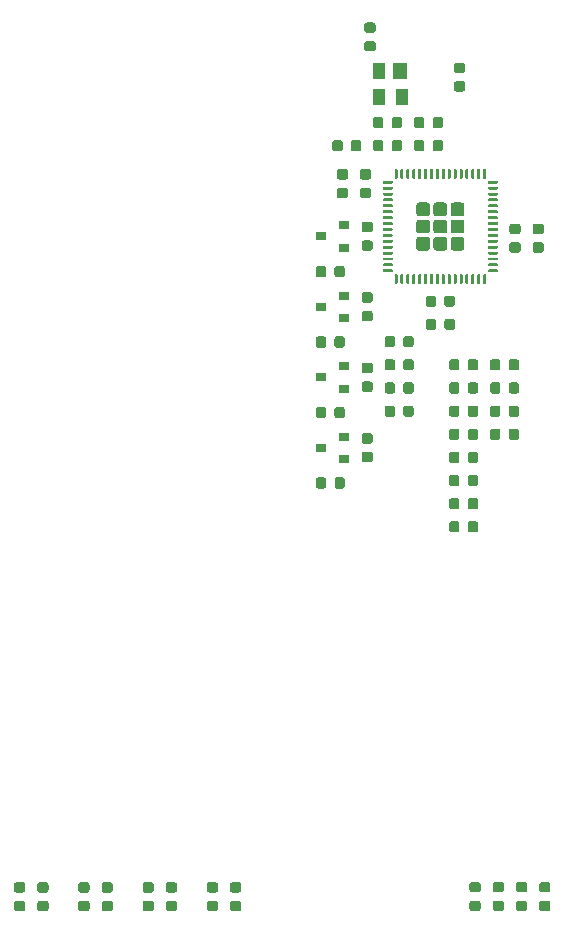
<source format=gbr>
G04 #@! TF.GenerationSoftware,KiCad,Pcbnew,5.1.5*
G04 #@! TF.CreationDate,2020-01-03T23:49:01-05:00*
G04 #@! TF.ProjectId,cluster-controller-module,636c7573-7465-4722-9d63-6f6e74726f6c,v02*
G04 #@! TF.SameCoordinates,Original*
G04 #@! TF.FileFunction,Paste,Top*
G04 #@! TF.FilePolarity,Positive*
%FSLAX46Y46*%
G04 Gerber Fmt 4.6, Leading zero omitted, Abs format (unit mm)*
G04 Created by KiCad (PCBNEW 5.1.5) date 2020-01-03 23:49:01*
%MOMM*%
%LPD*%
G04 APERTURE LIST*
%ADD10C,0.100000*%
%ADD11R,1.200000X1.400000*%
%ADD12R,1.000000X1.400000*%
%ADD13R,0.900000X0.800000*%
G04 APERTURE END LIST*
D10*
G36*
X143097691Y-103016053D02*
G01*
X143118926Y-103019203D01*
X143139750Y-103024419D01*
X143159962Y-103031651D01*
X143179368Y-103040830D01*
X143197781Y-103051866D01*
X143215024Y-103064654D01*
X143230930Y-103079070D01*
X143245346Y-103094976D01*
X143258134Y-103112219D01*
X143269170Y-103130632D01*
X143278349Y-103150038D01*
X143285581Y-103170250D01*
X143290797Y-103191074D01*
X143293947Y-103212309D01*
X143295000Y-103233750D01*
X143295000Y-103746250D01*
X143293947Y-103767691D01*
X143290797Y-103788926D01*
X143285581Y-103809750D01*
X143278349Y-103829962D01*
X143269170Y-103849368D01*
X143258134Y-103867781D01*
X143245346Y-103885024D01*
X143230930Y-103900930D01*
X143215024Y-103915346D01*
X143197781Y-103928134D01*
X143179368Y-103939170D01*
X143159962Y-103948349D01*
X143139750Y-103955581D01*
X143118926Y-103960797D01*
X143097691Y-103963947D01*
X143076250Y-103965000D01*
X142638750Y-103965000D01*
X142617309Y-103963947D01*
X142596074Y-103960797D01*
X142575250Y-103955581D01*
X142555038Y-103948349D01*
X142535632Y-103939170D01*
X142517219Y-103928134D01*
X142499976Y-103915346D01*
X142484070Y-103900930D01*
X142469654Y-103885024D01*
X142456866Y-103867781D01*
X142445830Y-103849368D01*
X142436651Y-103829962D01*
X142429419Y-103809750D01*
X142424203Y-103788926D01*
X142421053Y-103767691D01*
X142420000Y-103746250D01*
X142420000Y-103233750D01*
X142421053Y-103212309D01*
X142424203Y-103191074D01*
X142429419Y-103170250D01*
X142436651Y-103150038D01*
X142445830Y-103130632D01*
X142456866Y-103112219D01*
X142469654Y-103094976D01*
X142484070Y-103079070D01*
X142499976Y-103064654D01*
X142517219Y-103051866D01*
X142535632Y-103040830D01*
X142555038Y-103031651D01*
X142575250Y-103024419D01*
X142596074Y-103019203D01*
X142617309Y-103016053D01*
X142638750Y-103015000D01*
X143076250Y-103015000D01*
X143097691Y-103016053D01*
G37*
G36*
X141522691Y-103016053D02*
G01*
X141543926Y-103019203D01*
X141564750Y-103024419D01*
X141584962Y-103031651D01*
X141604368Y-103040830D01*
X141622781Y-103051866D01*
X141640024Y-103064654D01*
X141655930Y-103079070D01*
X141670346Y-103094976D01*
X141683134Y-103112219D01*
X141694170Y-103130632D01*
X141703349Y-103150038D01*
X141710581Y-103170250D01*
X141715797Y-103191074D01*
X141718947Y-103212309D01*
X141720000Y-103233750D01*
X141720000Y-103746250D01*
X141718947Y-103767691D01*
X141715797Y-103788926D01*
X141710581Y-103809750D01*
X141703349Y-103829962D01*
X141694170Y-103849368D01*
X141683134Y-103867781D01*
X141670346Y-103885024D01*
X141655930Y-103900930D01*
X141640024Y-103915346D01*
X141622781Y-103928134D01*
X141604368Y-103939170D01*
X141584962Y-103948349D01*
X141564750Y-103955581D01*
X141543926Y-103960797D01*
X141522691Y-103963947D01*
X141501250Y-103965000D01*
X141063750Y-103965000D01*
X141042309Y-103963947D01*
X141021074Y-103960797D01*
X141000250Y-103955581D01*
X140980038Y-103948349D01*
X140960632Y-103939170D01*
X140942219Y-103928134D01*
X140924976Y-103915346D01*
X140909070Y-103900930D01*
X140894654Y-103885024D01*
X140881866Y-103867781D01*
X140870830Y-103849368D01*
X140861651Y-103829962D01*
X140854419Y-103809750D01*
X140849203Y-103788926D01*
X140846053Y-103767691D01*
X140845000Y-103746250D01*
X140845000Y-103233750D01*
X140846053Y-103212309D01*
X140849203Y-103191074D01*
X140854419Y-103170250D01*
X140861651Y-103150038D01*
X140870830Y-103130632D01*
X140881866Y-103112219D01*
X140894654Y-103094976D01*
X140909070Y-103079070D01*
X140924976Y-103064654D01*
X140942219Y-103051866D01*
X140960632Y-103040830D01*
X140980038Y-103031651D01*
X141000250Y-103024419D01*
X141021074Y-103019203D01*
X141042309Y-103016053D01*
X141063750Y-103015000D01*
X141501250Y-103015000D01*
X141522691Y-103016053D01*
G37*
G36*
X145317691Y-76926053D02*
G01*
X145338926Y-76929203D01*
X145359750Y-76934419D01*
X145379962Y-76941651D01*
X145399368Y-76950830D01*
X145417781Y-76961866D01*
X145435024Y-76974654D01*
X145450930Y-76989070D01*
X145465346Y-77004976D01*
X145478134Y-77022219D01*
X145489170Y-77040632D01*
X145498349Y-77060038D01*
X145505581Y-77080250D01*
X145510797Y-77101074D01*
X145513947Y-77122309D01*
X145515000Y-77143750D01*
X145515000Y-77581250D01*
X145513947Y-77602691D01*
X145510797Y-77623926D01*
X145505581Y-77644750D01*
X145498349Y-77664962D01*
X145489170Y-77684368D01*
X145478134Y-77702781D01*
X145465346Y-77720024D01*
X145450930Y-77735930D01*
X145435024Y-77750346D01*
X145417781Y-77763134D01*
X145399368Y-77774170D01*
X145379962Y-77783349D01*
X145359750Y-77790581D01*
X145338926Y-77795797D01*
X145317691Y-77798947D01*
X145296250Y-77800000D01*
X144783750Y-77800000D01*
X144762309Y-77798947D01*
X144741074Y-77795797D01*
X144720250Y-77790581D01*
X144700038Y-77783349D01*
X144680632Y-77774170D01*
X144662219Y-77763134D01*
X144644976Y-77750346D01*
X144629070Y-77735930D01*
X144614654Y-77720024D01*
X144601866Y-77702781D01*
X144590830Y-77684368D01*
X144581651Y-77664962D01*
X144574419Y-77644750D01*
X144569203Y-77623926D01*
X144566053Y-77602691D01*
X144565000Y-77581250D01*
X144565000Y-77143750D01*
X144566053Y-77122309D01*
X144569203Y-77101074D01*
X144574419Y-77080250D01*
X144581651Y-77060038D01*
X144590830Y-77040632D01*
X144601866Y-77022219D01*
X144614654Y-77004976D01*
X144629070Y-76989070D01*
X144644976Y-76974654D01*
X144662219Y-76961866D01*
X144680632Y-76950830D01*
X144700038Y-76941651D01*
X144720250Y-76934419D01*
X144741074Y-76929203D01*
X144762309Y-76926053D01*
X144783750Y-76925000D01*
X145296250Y-76925000D01*
X145317691Y-76926053D01*
G37*
G36*
X145317691Y-78501053D02*
G01*
X145338926Y-78504203D01*
X145359750Y-78509419D01*
X145379962Y-78516651D01*
X145399368Y-78525830D01*
X145417781Y-78536866D01*
X145435024Y-78549654D01*
X145450930Y-78564070D01*
X145465346Y-78579976D01*
X145478134Y-78597219D01*
X145489170Y-78615632D01*
X145498349Y-78635038D01*
X145505581Y-78655250D01*
X145510797Y-78676074D01*
X145513947Y-78697309D01*
X145515000Y-78718750D01*
X145515000Y-79156250D01*
X145513947Y-79177691D01*
X145510797Y-79198926D01*
X145505581Y-79219750D01*
X145498349Y-79239962D01*
X145489170Y-79259368D01*
X145478134Y-79277781D01*
X145465346Y-79295024D01*
X145450930Y-79310930D01*
X145435024Y-79325346D01*
X145417781Y-79338134D01*
X145399368Y-79349170D01*
X145379962Y-79358349D01*
X145359750Y-79365581D01*
X145338926Y-79370797D01*
X145317691Y-79373947D01*
X145296250Y-79375000D01*
X144783750Y-79375000D01*
X144762309Y-79373947D01*
X144741074Y-79370797D01*
X144720250Y-79365581D01*
X144700038Y-79358349D01*
X144680632Y-79349170D01*
X144662219Y-79338134D01*
X144644976Y-79325346D01*
X144629070Y-79310930D01*
X144614654Y-79295024D01*
X144601866Y-79277781D01*
X144590830Y-79259368D01*
X144581651Y-79239962D01*
X144574419Y-79219750D01*
X144569203Y-79198926D01*
X144566053Y-79177691D01*
X144565000Y-79156250D01*
X144565000Y-78718750D01*
X144566053Y-78697309D01*
X144569203Y-78676074D01*
X144574419Y-78655250D01*
X144581651Y-78635038D01*
X144590830Y-78615632D01*
X144601866Y-78597219D01*
X144614654Y-78579976D01*
X144629070Y-78564070D01*
X144644976Y-78549654D01*
X144662219Y-78536866D01*
X144680632Y-78525830D01*
X144700038Y-78516651D01*
X144720250Y-78509419D01*
X144741074Y-78504203D01*
X144762309Y-78501053D01*
X144783750Y-78500000D01*
X145296250Y-78500000D01*
X145317691Y-78501053D01*
G37*
G36*
X143357691Y-78501053D02*
G01*
X143378926Y-78504203D01*
X143399750Y-78509419D01*
X143419962Y-78516651D01*
X143439368Y-78525830D01*
X143457781Y-78536866D01*
X143475024Y-78549654D01*
X143490930Y-78564070D01*
X143505346Y-78579976D01*
X143518134Y-78597219D01*
X143529170Y-78615632D01*
X143538349Y-78635038D01*
X143545581Y-78655250D01*
X143550797Y-78676074D01*
X143553947Y-78697309D01*
X143555000Y-78718750D01*
X143555000Y-79156250D01*
X143553947Y-79177691D01*
X143550797Y-79198926D01*
X143545581Y-79219750D01*
X143538349Y-79239962D01*
X143529170Y-79259368D01*
X143518134Y-79277781D01*
X143505346Y-79295024D01*
X143490930Y-79310930D01*
X143475024Y-79325346D01*
X143457781Y-79338134D01*
X143439368Y-79349170D01*
X143419962Y-79358349D01*
X143399750Y-79365581D01*
X143378926Y-79370797D01*
X143357691Y-79373947D01*
X143336250Y-79375000D01*
X142823750Y-79375000D01*
X142802309Y-79373947D01*
X142781074Y-79370797D01*
X142760250Y-79365581D01*
X142740038Y-79358349D01*
X142720632Y-79349170D01*
X142702219Y-79338134D01*
X142684976Y-79325346D01*
X142669070Y-79310930D01*
X142654654Y-79295024D01*
X142641866Y-79277781D01*
X142630830Y-79259368D01*
X142621651Y-79239962D01*
X142614419Y-79219750D01*
X142609203Y-79198926D01*
X142606053Y-79177691D01*
X142605000Y-79156250D01*
X142605000Y-78718750D01*
X142606053Y-78697309D01*
X142609203Y-78676074D01*
X142614419Y-78655250D01*
X142621651Y-78635038D01*
X142630830Y-78615632D01*
X142641866Y-78597219D01*
X142654654Y-78579976D01*
X142669070Y-78564070D01*
X142684976Y-78549654D01*
X142702219Y-78536866D01*
X142720632Y-78525830D01*
X142740038Y-78516651D01*
X142760250Y-78509419D01*
X142781074Y-78504203D01*
X142802309Y-78501053D01*
X142823750Y-78500000D01*
X143336250Y-78500000D01*
X143357691Y-78501053D01*
G37*
G36*
X143357691Y-76926053D02*
G01*
X143378926Y-76929203D01*
X143399750Y-76934419D01*
X143419962Y-76941651D01*
X143439368Y-76950830D01*
X143457781Y-76961866D01*
X143475024Y-76974654D01*
X143490930Y-76989070D01*
X143505346Y-77004976D01*
X143518134Y-77022219D01*
X143529170Y-77040632D01*
X143538349Y-77060038D01*
X143545581Y-77080250D01*
X143550797Y-77101074D01*
X143553947Y-77122309D01*
X143555000Y-77143750D01*
X143555000Y-77581250D01*
X143553947Y-77602691D01*
X143550797Y-77623926D01*
X143545581Y-77644750D01*
X143538349Y-77664962D01*
X143529170Y-77684368D01*
X143518134Y-77702781D01*
X143505346Y-77720024D01*
X143490930Y-77735930D01*
X143475024Y-77750346D01*
X143457781Y-77763134D01*
X143439368Y-77774170D01*
X143419962Y-77783349D01*
X143399750Y-77790581D01*
X143378926Y-77795797D01*
X143357691Y-77798947D01*
X143336250Y-77800000D01*
X142823750Y-77800000D01*
X142802309Y-77798947D01*
X142781074Y-77795797D01*
X142760250Y-77790581D01*
X142740038Y-77783349D01*
X142720632Y-77774170D01*
X142702219Y-77763134D01*
X142684976Y-77750346D01*
X142669070Y-77735930D01*
X142654654Y-77720024D01*
X142641866Y-77702781D01*
X142630830Y-77684368D01*
X142621651Y-77664962D01*
X142614419Y-77644750D01*
X142609203Y-77623926D01*
X142606053Y-77602691D01*
X142605000Y-77581250D01*
X142605000Y-77143750D01*
X142606053Y-77122309D01*
X142609203Y-77101074D01*
X142614419Y-77080250D01*
X142621651Y-77060038D01*
X142630830Y-77040632D01*
X142641866Y-77022219D01*
X142654654Y-77004976D01*
X142669070Y-76989070D01*
X142684976Y-76974654D01*
X142702219Y-76961866D01*
X142720632Y-76950830D01*
X142740038Y-76941651D01*
X142760250Y-76934419D01*
X142781074Y-76929203D01*
X142802309Y-76926053D01*
X142823750Y-76925000D01*
X143336250Y-76925000D01*
X143357691Y-76926053D01*
G37*
G36*
X150822691Y-89586053D02*
G01*
X150843926Y-89589203D01*
X150864750Y-89594419D01*
X150884962Y-89601651D01*
X150904368Y-89610830D01*
X150922781Y-89621866D01*
X150940024Y-89634654D01*
X150955930Y-89649070D01*
X150970346Y-89664976D01*
X150983134Y-89682219D01*
X150994170Y-89700632D01*
X151003349Y-89720038D01*
X151010581Y-89740250D01*
X151015797Y-89761074D01*
X151018947Y-89782309D01*
X151020000Y-89803750D01*
X151020000Y-90316250D01*
X151018947Y-90337691D01*
X151015797Y-90358926D01*
X151010581Y-90379750D01*
X151003349Y-90399962D01*
X150994170Y-90419368D01*
X150983134Y-90437781D01*
X150970346Y-90455024D01*
X150955930Y-90470930D01*
X150940024Y-90485346D01*
X150922781Y-90498134D01*
X150904368Y-90509170D01*
X150884962Y-90518349D01*
X150864750Y-90525581D01*
X150843926Y-90530797D01*
X150822691Y-90533947D01*
X150801250Y-90535000D01*
X150363750Y-90535000D01*
X150342309Y-90533947D01*
X150321074Y-90530797D01*
X150300250Y-90525581D01*
X150280038Y-90518349D01*
X150260632Y-90509170D01*
X150242219Y-90498134D01*
X150224976Y-90485346D01*
X150209070Y-90470930D01*
X150194654Y-90455024D01*
X150181866Y-90437781D01*
X150170830Y-90419368D01*
X150161651Y-90399962D01*
X150154419Y-90379750D01*
X150149203Y-90358926D01*
X150146053Y-90337691D01*
X150145000Y-90316250D01*
X150145000Y-89803750D01*
X150146053Y-89782309D01*
X150149203Y-89761074D01*
X150154419Y-89740250D01*
X150161651Y-89720038D01*
X150170830Y-89700632D01*
X150181866Y-89682219D01*
X150194654Y-89664976D01*
X150209070Y-89649070D01*
X150224976Y-89634654D01*
X150242219Y-89621866D01*
X150260632Y-89610830D01*
X150280038Y-89601651D01*
X150300250Y-89594419D01*
X150321074Y-89589203D01*
X150342309Y-89586053D01*
X150363750Y-89585000D01*
X150801250Y-89585000D01*
X150822691Y-89586053D01*
G37*
G36*
X152397691Y-89586053D02*
G01*
X152418926Y-89589203D01*
X152439750Y-89594419D01*
X152459962Y-89601651D01*
X152479368Y-89610830D01*
X152497781Y-89621866D01*
X152515024Y-89634654D01*
X152530930Y-89649070D01*
X152545346Y-89664976D01*
X152558134Y-89682219D01*
X152569170Y-89700632D01*
X152578349Y-89720038D01*
X152585581Y-89740250D01*
X152590797Y-89761074D01*
X152593947Y-89782309D01*
X152595000Y-89803750D01*
X152595000Y-90316250D01*
X152593947Y-90337691D01*
X152590797Y-90358926D01*
X152585581Y-90379750D01*
X152578349Y-90399962D01*
X152569170Y-90419368D01*
X152558134Y-90437781D01*
X152545346Y-90455024D01*
X152530930Y-90470930D01*
X152515024Y-90485346D01*
X152497781Y-90498134D01*
X152479368Y-90509170D01*
X152459962Y-90518349D01*
X152439750Y-90525581D01*
X152418926Y-90530797D01*
X152397691Y-90533947D01*
X152376250Y-90535000D01*
X151938750Y-90535000D01*
X151917309Y-90533947D01*
X151896074Y-90530797D01*
X151875250Y-90525581D01*
X151855038Y-90518349D01*
X151835632Y-90509170D01*
X151817219Y-90498134D01*
X151799976Y-90485346D01*
X151784070Y-90470930D01*
X151769654Y-90455024D01*
X151756866Y-90437781D01*
X151745830Y-90419368D01*
X151736651Y-90399962D01*
X151729419Y-90379750D01*
X151724203Y-90358926D01*
X151721053Y-90337691D01*
X151720000Y-90316250D01*
X151720000Y-89803750D01*
X151721053Y-89782309D01*
X151724203Y-89761074D01*
X151729419Y-89740250D01*
X151736651Y-89720038D01*
X151745830Y-89700632D01*
X151756866Y-89682219D01*
X151769654Y-89664976D01*
X151784070Y-89649070D01*
X151799976Y-89634654D01*
X151817219Y-89621866D01*
X151835632Y-89610830D01*
X151855038Y-89601651D01*
X151875250Y-89594419D01*
X151896074Y-89589203D01*
X151917309Y-89586053D01*
X151938750Y-89585000D01*
X152376250Y-89585000D01*
X152397691Y-89586053D01*
G37*
G36*
X152397691Y-87626053D02*
G01*
X152418926Y-87629203D01*
X152439750Y-87634419D01*
X152459962Y-87641651D01*
X152479368Y-87650830D01*
X152497781Y-87661866D01*
X152515024Y-87674654D01*
X152530930Y-87689070D01*
X152545346Y-87704976D01*
X152558134Y-87722219D01*
X152569170Y-87740632D01*
X152578349Y-87760038D01*
X152585581Y-87780250D01*
X152590797Y-87801074D01*
X152593947Y-87822309D01*
X152595000Y-87843750D01*
X152595000Y-88356250D01*
X152593947Y-88377691D01*
X152590797Y-88398926D01*
X152585581Y-88419750D01*
X152578349Y-88439962D01*
X152569170Y-88459368D01*
X152558134Y-88477781D01*
X152545346Y-88495024D01*
X152530930Y-88510930D01*
X152515024Y-88525346D01*
X152497781Y-88538134D01*
X152479368Y-88549170D01*
X152459962Y-88558349D01*
X152439750Y-88565581D01*
X152418926Y-88570797D01*
X152397691Y-88573947D01*
X152376250Y-88575000D01*
X151938750Y-88575000D01*
X151917309Y-88573947D01*
X151896074Y-88570797D01*
X151875250Y-88565581D01*
X151855038Y-88558349D01*
X151835632Y-88549170D01*
X151817219Y-88538134D01*
X151799976Y-88525346D01*
X151784070Y-88510930D01*
X151769654Y-88495024D01*
X151756866Y-88477781D01*
X151745830Y-88459368D01*
X151736651Y-88439962D01*
X151729419Y-88419750D01*
X151724203Y-88398926D01*
X151721053Y-88377691D01*
X151720000Y-88356250D01*
X151720000Y-87843750D01*
X151721053Y-87822309D01*
X151724203Y-87801074D01*
X151729419Y-87780250D01*
X151736651Y-87760038D01*
X151745830Y-87740632D01*
X151756866Y-87722219D01*
X151769654Y-87704976D01*
X151784070Y-87689070D01*
X151799976Y-87674654D01*
X151817219Y-87661866D01*
X151835632Y-87650830D01*
X151855038Y-87641651D01*
X151875250Y-87634419D01*
X151896074Y-87629203D01*
X151917309Y-87626053D01*
X151938750Y-87625000D01*
X152376250Y-87625000D01*
X152397691Y-87626053D01*
G37*
G36*
X150822691Y-87626053D02*
G01*
X150843926Y-87629203D01*
X150864750Y-87634419D01*
X150884962Y-87641651D01*
X150904368Y-87650830D01*
X150922781Y-87661866D01*
X150940024Y-87674654D01*
X150955930Y-87689070D01*
X150970346Y-87704976D01*
X150983134Y-87722219D01*
X150994170Y-87740632D01*
X151003349Y-87760038D01*
X151010581Y-87780250D01*
X151015797Y-87801074D01*
X151018947Y-87822309D01*
X151020000Y-87843750D01*
X151020000Y-88356250D01*
X151018947Y-88377691D01*
X151015797Y-88398926D01*
X151010581Y-88419750D01*
X151003349Y-88439962D01*
X150994170Y-88459368D01*
X150983134Y-88477781D01*
X150970346Y-88495024D01*
X150955930Y-88510930D01*
X150940024Y-88525346D01*
X150922781Y-88538134D01*
X150904368Y-88549170D01*
X150884962Y-88558349D01*
X150864750Y-88565581D01*
X150843926Y-88570797D01*
X150822691Y-88573947D01*
X150801250Y-88575000D01*
X150363750Y-88575000D01*
X150342309Y-88573947D01*
X150321074Y-88570797D01*
X150300250Y-88565581D01*
X150280038Y-88558349D01*
X150260632Y-88549170D01*
X150242219Y-88538134D01*
X150224976Y-88525346D01*
X150209070Y-88510930D01*
X150194654Y-88495024D01*
X150181866Y-88477781D01*
X150170830Y-88459368D01*
X150161651Y-88439962D01*
X150154419Y-88419750D01*
X150149203Y-88398926D01*
X150146053Y-88377691D01*
X150145000Y-88356250D01*
X150145000Y-87843750D01*
X150146053Y-87822309D01*
X150149203Y-87801074D01*
X150154419Y-87780250D01*
X150161651Y-87760038D01*
X150170830Y-87740632D01*
X150181866Y-87722219D01*
X150194654Y-87704976D01*
X150209070Y-87689070D01*
X150224976Y-87674654D01*
X150242219Y-87661866D01*
X150260632Y-87650830D01*
X150280038Y-87641651D01*
X150300250Y-87634419D01*
X150321074Y-87629203D01*
X150342309Y-87626053D01*
X150363750Y-87625000D01*
X150801250Y-87625000D01*
X150822691Y-87626053D01*
G37*
G36*
X157977691Y-81546053D02*
G01*
X157998926Y-81549203D01*
X158019750Y-81554419D01*
X158039962Y-81561651D01*
X158059368Y-81570830D01*
X158077781Y-81581866D01*
X158095024Y-81594654D01*
X158110930Y-81609070D01*
X158125346Y-81624976D01*
X158138134Y-81642219D01*
X158149170Y-81660632D01*
X158158349Y-81680038D01*
X158165581Y-81700250D01*
X158170797Y-81721074D01*
X158173947Y-81742309D01*
X158175000Y-81763750D01*
X158175000Y-82201250D01*
X158173947Y-82222691D01*
X158170797Y-82243926D01*
X158165581Y-82264750D01*
X158158349Y-82284962D01*
X158149170Y-82304368D01*
X158138134Y-82322781D01*
X158125346Y-82340024D01*
X158110930Y-82355930D01*
X158095024Y-82370346D01*
X158077781Y-82383134D01*
X158059368Y-82394170D01*
X158039962Y-82403349D01*
X158019750Y-82410581D01*
X157998926Y-82415797D01*
X157977691Y-82418947D01*
X157956250Y-82420000D01*
X157443750Y-82420000D01*
X157422309Y-82418947D01*
X157401074Y-82415797D01*
X157380250Y-82410581D01*
X157360038Y-82403349D01*
X157340632Y-82394170D01*
X157322219Y-82383134D01*
X157304976Y-82370346D01*
X157289070Y-82355930D01*
X157274654Y-82340024D01*
X157261866Y-82322781D01*
X157250830Y-82304368D01*
X157241651Y-82284962D01*
X157234419Y-82264750D01*
X157229203Y-82243926D01*
X157226053Y-82222691D01*
X157225000Y-82201250D01*
X157225000Y-81763750D01*
X157226053Y-81742309D01*
X157229203Y-81721074D01*
X157234419Y-81700250D01*
X157241651Y-81680038D01*
X157250830Y-81660632D01*
X157261866Y-81642219D01*
X157274654Y-81624976D01*
X157289070Y-81609070D01*
X157304976Y-81594654D01*
X157322219Y-81581866D01*
X157340632Y-81570830D01*
X157360038Y-81561651D01*
X157380250Y-81554419D01*
X157401074Y-81549203D01*
X157422309Y-81546053D01*
X157443750Y-81545000D01*
X157956250Y-81545000D01*
X157977691Y-81546053D01*
G37*
G36*
X157977691Y-83121053D02*
G01*
X157998926Y-83124203D01*
X158019750Y-83129419D01*
X158039962Y-83136651D01*
X158059368Y-83145830D01*
X158077781Y-83156866D01*
X158095024Y-83169654D01*
X158110930Y-83184070D01*
X158125346Y-83199976D01*
X158138134Y-83217219D01*
X158149170Y-83235632D01*
X158158349Y-83255038D01*
X158165581Y-83275250D01*
X158170797Y-83296074D01*
X158173947Y-83317309D01*
X158175000Y-83338750D01*
X158175000Y-83776250D01*
X158173947Y-83797691D01*
X158170797Y-83818926D01*
X158165581Y-83839750D01*
X158158349Y-83859962D01*
X158149170Y-83879368D01*
X158138134Y-83897781D01*
X158125346Y-83915024D01*
X158110930Y-83930930D01*
X158095024Y-83945346D01*
X158077781Y-83958134D01*
X158059368Y-83969170D01*
X158039962Y-83978349D01*
X158019750Y-83985581D01*
X157998926Y-83990797D01*
X157977691Y-83993947D01*
X157956250Y-83995000D01*
X157443750Y-83995000D01*
X157422309Y-83993947D01*
X157401074Y-83990797D01*
X157380250Y-83985581D01*
X157360038Y-83978349D01*
X157340632Y-83969170D01*
X157322219Y-83958134D01*
X157304976Y-83945346D01*
X157289070Y-83930930D01*
X157274654Y-83915024D01*
X157261866Y-83897781D01*
X157250830Y-83879368D01*
X157241651Y-83859962D01*
X157234419Y-83839750D01*
X157229203Y-83818926D01*
X157226053Y-83797691D01*
X157225000Y-83776250D01*
X157225000Y-83338750D01*
X157226053Y-83317309D01*
X157229203Y-83296074D01*
X157234419Y-83275250D01*
X157241651Y-83255038D01*
X157250830Y-83235632D01*
X157261866Y-83217219D01*
X157274654Y-83199976D01*
X157289070Y-83184070D01*
X157304976Y-83169654D01*
X157322219Y-83156866D01*
X157340632Y-83145830D01*
X157360038Y-83136651D01*
X157380250Y-83129419D01*
X157401074Y-83124203D01*
X157422309Y-83121053D01*
X157443750Y-83120000D01*
X157956250Y-83120000D01*
X157977691Y-83121053D01*
G37*
G36*
X159937691Y-81546053D02*
G01*
X159958926Y-81549203D01*
X159979750Y-81554419D01*
X159999962Y-81561651D01*
X160019368Y-81570830D01*
X160037781Y-81581866D01*
X160055024Y-81594654D01*
X160070930Y-81609070D01*
X160085346Y-81624976D01*
X160098134Y-81642219D01*
X160109170Y-81660632D01*
X160118349Y-81680038D01*
X160125581Y-81700250D01*
X160130797Y-81721074D01*
X160133947Y-81742309D01*
X160135000Y-81763750D01*
X160135000Y-82201250D01*
X160133947Y-82222691D01*
X160130797Y-82243926D01*
X160125581Y-82264750D01*
X160118349Y-82284962D01*
X160109170Y-82304368D01*
X160098134Y-82322781D01*
X160085346Y-82340024D01*
X160070930Y-82355930D01*
X160055024Y-82370346D01*
X160037781Y-82383134D01*
X160019368Y-82394170D01*
X159999962Y-82403349D01*
X159979750Y-82410581D01*
X159958926Y-82415797D01*
X159937691Y-82418947D01*
X159916250Y-82420000D01*
X159403750Y-82420000D01*
X159382309Y-82418947D01*
X159361074Y-82415797D01*
X159340250Y-82410581D01*
X159320038Y-82403349D01*
X159300632Y-82394170D01*
X159282219Y-82383134D01*
X159264976Y-82370346D01*
X159249070Y-82355930D01*
X159234654Y-82340024D01*
X159221866Y-82322781D01*
X159210830Y-82304368D01*
X159201651Y-82284962D01*
X159194419Y-82264750D01*
X159189203Y-82243926D01*
X159186053Y-82222691D01*
X159185000Y-82201250D01*
X159185000Y-81763750D01*
X159186053Y-81742309D01*
X159189203Y-81721074D01*
X159194419Y-81700250D01*
X159201651Y-81680038D01*
X159210830Y-81660632D01*
X159221866Y-81642219D01*
X159234654Y-81624976D01*
X159249070Y-81609070D01*
X159264976Y-81594654D01*
X159282219Y-81581866D01*
X159300632Y-81570830D01*
X159320038Y-81561651D01*
X159340250Y-81554419D01*
X159361074Y-81549203D01*
X159382309Y-81546053D01*
X159403750Y-81545000D01*
X159916250Y-81545000D01*
X159937691Y-81546053D01*
G37*
G36*
X159937691Y-83121053D02*
G01*
X159958926Y-83124203D01*
X159979750Y-83129419D01*
X159999962Y-83136651D01*
X160019368Y-83145830D01*
X160037781Y-83156866D01*
X160055024Y-83169654D01*
X160070930Y-83184070D01*
X160085346Y-83199976D01*
X160098134Y-83217219D01*
X160109170Y-83235632D01*
X160118349Y-83255038D01*
X160125581Y-83275250D01*
X160130797Y-83296074D01*
X160133947Y-83317309D01*
X160135000Y-83338750D01*
X160135000Y-83776250D01*
X160133947Y-83797691D01*
X160130797Y-83818926D01*
X160125581Y-83839750D01*
X160118349Y-83859962D01*
X160109170Y-83879368D01*
X160098134Y-83897781D01*
X160085346Y-83915024D01*
X160070930Y-83930930D01*
X160055024Y-83945346D01*
X160037781Y-83958134D01*
X160019368Y-83969170D01*
X159999962Y-83978349D01*
X159979750Y-83985581D01*
X159958926Y-83990797D01*
X159937691Y-83993947D01*
X159916250Y-83995000D01*
X159403750Y-83995000D01*
X159382309Y-83993947D01*
X159361074Y-83990797D01*
X159340250Y-83985581D01*
X159320038Y-83978349D01*
X159300632Y-83969170D01*
X159282219Y-83958134D01*
X159264976Y-83945346D01*
X159249070Y-83930930D01*
X159234654Y-83915024D01*
X159221866Y-83897781D01*
X159210830Y-83879368D01*
X159201651Y-83859962D01*
X159194419Y-83839750D01*
X159189203Y-83818926D01*
X159186053Y-83797691D01*
X159185000Y-83776250D01*
X159185000Y-83338750D01*
X159186053Y-83317309D01*
X159189203Y-83296074D01*
X159194419Y-83275250D01*
X159201651Y-83255038D01*
X159210830Y-83235632D01*
X159221866Y-83217219D01*
X159234654Y-83199976D01*
X159249070Y-83184070D01*
X159264976Y-83169654D01*
X159282219Y-83156866D01*
X159300632Y-83145830D01*
X159320038Y-83136651D01*
X159340250Y-83129419D01*
X159361074Y-83124203D01*
X159382309Y-83121053D01*
X159403750Y-83120000D01*
X159916250Y-83120000D01*
X159937691Y-83121053D01*
G37*
G36*
X149822691Y-72506053D02*
G01*
X149843926Y-72509203D01*
X149864750Y-72514419D01*
X149884962Y-72521651D01*
X149904368Y-72530830D01*
X149922781Y-72541866D01*
X149940024Y-72554654D01*
X149955930Y-72569070D01*
X149970346Y-72584976D01*
X149983134Y-72602219D01*
X149994170Y-72620632D01*
X150003349Y-72640038D01*
X150010581Y-72660250D01*
X150015797Y-72681074D01*
X150018947Y-72702309D01*
X150020000Y-72723750D01*
X150020000Y-73236250D01*
X150018947Y-73257691D01*
X150015797Y-73278926D01*
X150010581Y-73299750D01*
X150003349Y-73319962D01*
X149994170Y-73339368D01*
X149983134Y-73357781D01*
X149970346Y-73375024D01*
X149955930Y-73390930D01*
X149940024Y-73405346D01*
X149922781Y-73418134D01*
X149904368Y-73429170D01*
X149884962Y-73438349D01*
X149864750Y-73445581D01*
X149843926Y-73450797D01*
X149822691Y-73453947D01*
X149801250Y-73455000D01*
X149363750Y-73455000D01*
X149342309Y-73453947D01*
X149321074Y-73450797D01*
X149300250Y-73445581D01*
X149280038Y-73438349D01*
X149260632Y-73429170D01*
X149242219Y-73418134D01*
X149224976Y-73405346D01*
X149209070Y-73390930D01*
X149194654Y-73375024D01*
X149181866Y-73357781D01*
X149170830Y-73339368D01*
X149161651Y-73319962D01*
X149154419Y-73299750D01*
X149149203Y-73278926D01*
X149146053Y-73257691D01*
X149145000Y-73236250D01*
X149145000Y-72723750D01*
X149146053Y-72702309D01*
X149149203Y-72681074D01*
X149154419Y-72660250D01*
X149161651Y-72640038D01*
X149170830Y-72620632D01*
X149181866Y-72602219D01*
X149194654Y-72584976D01*
X149209070Y-72569070D01*
X149224976Y-72554654D01*
X149242219Y-72541866D01*
X149260632Y-72530830D01*
X149280038Y-72521651D01*
X149300250Y-72514419D01*
X149321074Y-72509203D01*
X149342309Y-72506053D01*
X149363750Y-72505000D01*
X149801250Y-72505000D01*
X149822691Y-72506053D01*
G37*
G36*
X151397691Y-72506053D02*
G01*
X151418926Y-72509203D01*
X151439750Y-72514419D01*
X151459962Y-72521651D01*
X151479368Y-72530830D01*
X151497781Y-72541866D01*
X151515024Y-72554654D01*
X151530930Y-72569070D01*
X151545346Y-72584976D01*
X151558134Y-72602219D01*
X151569170Y-72620632D01*
X151578349Y-72640038D01*
X151585581Y-72660250D01*
X151590797Y-72681074D01*
X151593947Y-72702309D01*
X151595000Y-72723750D01*
X151595000Y-73236250D01*
X151593947Y-73257691D01*
X151590797Y-73278926D01*
X151585581Y-73299750D01*
X151578349Y-73319962D01*
X151569170Y-73339368D01*
X151558134Y-73357781D01*
X151545346Y-73375024D01*
X151530930Y-73390930D01*
X151515024Y-73405346D01*
X151497781Y-73418134D01*
X151479368Y-73429170D01*
X151459962Y-73438349D01*
X151439750Y-73445581D01*
X151418926Y-73450797D01*
X151397691Y-73453947D01*
X151376250Y-73455000D01*
X150938750Y-73455000D01*
X150917309Y-73453947D01*
X150896074Y-73450797D01*
X150875250Y-73445581D01*
X150855038Y-73438349D01*
X150835632Y-73429170D01*
X150817219Y-73418134D01*
X150799976Y-73405346D01*
X150784070Y-73390930D01*
X150769654Y-73375024D01*
X150756866Y-73357781D01*
X150745830Y-73339368D01*
X150736651Y-73319962D01*
X150729419Y-73299750D01*
X150724203Y-73278926D01*
X150721053Y-73257691D01*
X150720000Y-73236250D01*
X150720000Y-72723750D01*
X150721053Y-72702309D01*
X150724203Y-72681074D01*
X150729419Y-72660250D01*
X150736651Y-72640038D01*
X150745830Y-72620632D01*
X150756866Y-72602219D01*
X150769654Y-72584976D01*
X150784070Y-72569070D01*
X150799976Y-72554654D01*
X150817219Y-72541866D01*
X150835632Y-72530830D01*
X150855038Y-72521651D01*
X150875250Y-72514419D01*
X150896074Y-72509203D01*
X150917309Y-72506053D01*
X150938750Y-72505000D01*
X151376250Y-72505000D01*
X151397691Y-72506053D01*
G37*
G36*
X151397691Y-74466053D02*
G01*
X151418926Y-74469203D01*
X151439750Y-74474419D01*
X151459962Y-74481651D01*
X151479368Y-74490830D01*
X151497781Y-74501866D01*
X151515024Y-74514654D01*
X151530930Y-74529070D01*
X151545346Y-74544976D01*
X151558134Y-74562219D01*
X151569170Y-74580632D01*
X151578349Y-74600038D01*
X151585581Y-74620250D01*
X151590797Y-74641074D01*
X151593947Y-74662309D01*
X151595000Y-74683750D01*
X151595000Y-75196250D01*
X151593947Y-75217691D01*
X151590797Y-75238926D01*
X151585581Y-75259750D01*
X151578349Y-75279962D01*
X151569170Y-75299368D01*
X151558134Y-75317781D01*
X151545346Y-75335024D01*
X151530930Y-75350930D01*
X151515024Y-75365346D01*
X151497781Y-75378134D01*
X151479368Y-75389170D01*
X151459962Y-75398349D01*
X151439750Y-75405581D01*
X151418926Y-75410797D01*
X151397691Y-75413947D01*
X151376250Y-75415000D01*
X150938750Y-75415000D01*
X150917309Y-75413947D01*
X150896074Y-75410797D01*
X150875250Y-75405581D01*
X150855038Y-75398349D01*
X150835632Y-75389170D01*
X150817219Y-75378134D01*
X150799976Y-75365346D01*
X150784070Y-75350930D01*
X150769654Y-75335024D01*
X150756866Y-75317781D01*
X150745830Y-75299368D01*
X150736651Y-75279962D01*
X150729419Y-75259750D01*
X150724203Y-75238926D01*
X150721053Y-75217691D01*
X150720000Y-75196250D01*
X150720000Y-74683750D01*
X150721053Y-74662309D01*
X150724203Y-74641074D01*
X150729419Y-74620250D01*
X150736651Y-74600038D01*
X150745830Y-74580632D01*
X150756866Y-74562219D01*
X150769654Y-74544976D01*
X150784070Y-74529070D01*
X150799976Y-74514654D01*
X150817219Y-74501866D01*
X150835632Y-74490830D01*
X150855038Y-74481651D01*
X150875250Y-74474419D01*
X150896074Y-74469203D01*
X150917309Y-74466053D01*
X150938750Y-74465000D01*
X151376250Y-74465000D01*
X151397691Y-74466053D01*
G37*
G36*
X149822691Y-74466053D02*
G01*
X149843926Y-74469203D01*
X149864750Y-74474419D01*
X149884962Y-74481651D01*
X149904368Y-74490830D01*
X149922781Y-74501866D01*
X149940024Y-74514654D01*
X149955930Y-74529070D01*
X149970346Y-74544976D01*
X149983134Y-74562219D01*
X149994170Y-74580632D01*
X150003349Y-74600038D01*
X150010581Y-74620250D01*
X150015797Y-74641074D01*
X150018947Y-74662309D01*
X150020000Y-74683750D01*
X150020000Y-75196250D01*
X150018947Y-75217691D01*
X150015797Y-75238926D01*
X150010581Y-75259750D01*
X150003349Y-75279962D01*
X149994170Y-75299368D01*
X149983134Y-75317781D01*
X149970346Y-75335024D01*
X149955930Y-75350930D01*
X149940024Y-75365346D01*
X149922781Y-75378134D01*
X149904368Y-75389170D01*
X149884962Y-75398349D01*
X149864750Y-75405581D01*
X149843926Y-75410797D01*
X149822691Y-75413947D01*
X149801250Y-75415000D01*
X149363750Y-75415000D01*
X149342309Y-75413947D01*
X149321074Y-75410797D01*
X149300250Y-75405581D01*
X149280038Y-75398349D01*
X149260632Y-75389170D01*
X149242219Y-75378134D01*
X149224976Y-75365346D01*
X149209070Y-75350930D01*
X149194654Y-75335024D01*
X149181866Y-75317781D01*
X149170830Y-75299368D01*
X149161651Y-75279962D01*
X149154419Y-75259750D01*
X149149203Y-75238926D01*
X149146053Y-75217691D01*
X149145000Y-75196250D01*
X149145000Y-74683750D01*
X149146053Y-74662309D01*
X149149203Y-74641074D01*
X149154419Y-74620250D01*
X149161651Y-74600038D01*
X149170830Y-74580632D01*
X149181866Y-74562219D01*
X149194654Y-74544976D01*
X149209070Y-74529070D01*
X149224976Y-74514654D01*
X149242219Y-74501866D01*
X149260632Y-74490830D01*
X149280038Y-74481651D01*
X149300250Y-74474419D01*
X149321074Y-74469203D01*
X149342309Y-74466053D01*
X149363750Y-74465000D01*
X149801250Y-74465000D01*
X149822691Y-74466053D01*
G37*
G36*
X147937691Y-72506053D02*
G01*
X147958926Y-72509203D01*
X147979750Y-72514419D01*
X147999962Y-72521651D01*
X148019368Y-72530830D01*
X148037781Y-72541866D01*
X148055024Y-72554654D01*
X148070930Y-72569070D01*
X148085346Y-72584976D01*
X148098134Y-72602219D01*
X148109170Y-72620632D01*
X148118349Y-72640038D01*
X148125581Y-72660250D01*
X148130797Y-72681074D01*
X148133947Y-72702309D01*
X148135000Y-72723750D01*
X148135000Y-73236250D01*
X148133947Y-73257691D01*
X148130797Y-73278926D01*
X148125581Y-73299750D01*
X148118349Y-73319962D01*
X148109170Y-73339368D01*
X148098134Y-73357781D01*
X148085346Y-73375024D01*
X148070930Y-73390930D01*
X148055024Y-73405346D01*
X148037781Y-73418134D01*
X148019368Y-73429170D01*
X147999962Y-73438349D01*
X147979750Y-73445581D01*
X147958926Y-73450797D01*
X147937691Y-73453947D01*
X147916250Y-73455000D01*
X147478750Y-73455000D01*
X147457309Y-73453947D01*
X147436074Y-73450797D01*
X147415250Y-73445581D01*
X147395038Y-73438349D01*
X147375632Y-73429170D01*
X147357219Y-73418134D01*
X147339976Y-73405346D01*
X147324070Y-73390930D01*
X147309654Y-73375024D01*
X147296866Y-73357781D01*
X147285830Y-73339368D01*
X147276651Y-73319962D01*
X147269419Y-73299750D01*
X147264203Y-73278926D01*
X147261053Y-73257691D01*
X147260000Y-73236250D01*
X147260000Y-72723750D01*
X147261053Y-72702309D01*
X147264203Y-72681074D01*
X147269419Y-72660250D01*
X147276651Y-72640038D01*
X147285830Y-72620632D01*
X147296866Y-72602219D01*
X147309654Y-72584976D01*
X147324070Y-72569070D01*
X147339976Y-72554654D01*
X147357219Y-72541866D01*
X147375632Y-72530830D01*
X147395038Y-72521651D01*
X147415250Y-72514419D01*
X147436074Y-72509203D01*
X147457309Y-72506053D01*
X147478750Y-72505000D01*
X147916250Y-72505000D01*
X147937691Y-72506053D01*
G37*
G36*
X146362691Y-72506053D02*
G01*
X146383926Y-72509203D01*
X146404750Y-72514419D01*
X146424962Y-72521651D01*
X146444368Y-72530830D01*
X146462781Y-72541866D01*
X146480024Y-72554654D01*
X146495930Y-72569070D01*
X146510346Y-72584976D01*
X146523134Y-72602219D01*
X146534170Y-72620632D01*
X146543349Y-72640038D01*
X146550581Y-72660250D01*
X146555797Y-72681074D01*
X146558947Y-72702309D01*
X146560000Y-72723750D01*
X146560000Y-73236250D01*
X146558947Y-73257691D01*
X146555797Y-73278926D01*
X146550581Y-73299750D01*
X146543349Y-73319962D01*
X146534170Y-73339368D01*
X146523134Y-73357781D01*
X146510346Y-73375024D01*
X146495930Y-73390930D01*
X146480024Y-73405346D01*
X146462781Y-73418134D01*
X146444368Y-73429170D01*
X146424962Y-73438349D01*
X146404750Y-73445581D01*
X146383926Y-73450797D01*
X146362691Y-73453947D01*
X146341250Y-73455000D01*
X145903750Y-73455000D01*
X145882309Y-73453947D01*
X145861074Y-73450797D01*
X145840250Y-73445581D01*
X145820038Y-73438349D01*
X145800632Y-73429170D01*
X145782219Y-73418134D01*
X145764976Y-73405346D01*
X145749070Y-73390930D01*
X145734654Y-73375024D01*
X145721866Y-73357781D01*
X145710830Y-73339368D01*
X145701651Y-73319962D01*
X145694419Y-73299750D01*
X145689203Y-73278926D01*
X145686053Y-73257691D01*
X145685000Y-73236250D01*
X145685000Y-72723750D01*
X145686053Y-72702309D01*
X145689203Y-72681074D01*
X145694419Y-72660250D01*
X145701651Y-72640038D01*
X145710830Y-72620632D01*
X145721866Y-72602219D01*
X145734654Y-72584976D01*
X145749070Y-72569070D01*
X145764976Y-72554654D01*
X145782219Y-72541866D01*
X145800632Y-72530830D01*
X145820038Y-72521651D01*
X145840250Y-72514419D01*
X145861074Y-72509203D01*
X145882309Y-72506053D01*
X145903750Y-72505000D01*
X146341250Y-72505000D01*
X146362691Y-72506053D01*
G37*
G36*
X146362691Y-74466053D02*
G01*
X146383926Y-74469203D01*
X146404750Y-74474419D01*
X146424962Y-74481651D01*
X146444368Y-74490830D01*
X146462781Y-74501866D01*
X146480024Y-74514654D01*
X146495930Y-74529070D01*
X146510346Y-74544976D01*
X146523134Y-74562219D01*
X146534170Y-74580632D01*
X146543349Y-74600038D01*
X146550581Y-74620250D01*
X146555797Y-74641074D01*
X146558947Y-74662309D01*
X146560000Y-74683750D01*
X146560000Y-75196250D01*
X146558947Y-75217691D01*
X146555797Y-75238926D01*
X146550581Y-75259750D01*
X146543349Y-75279962D01*
X146534170Y-75299368D01*
X146523134Y-75317781D01*
X146510346Y-75335024D01*
X146495930Y-75350930D01*
X146480024Y-75365346D01*
X146462781Y-75378134D01*
X146444368Y-75389170D01*
X146424962Y-75398349D01*
X146404750Y-75405581D01*
X146383926Y-75410797D01*
X146362691Y-75413947D01*
X146341250Y-75415000D01*
X145903750Y-75415000D01*
X145882309Y-75413947D01*
X145861074Y-75410797D01*
X145840250Y-75405581D01*
X145820038Y-75398349D01*
X145800632Y-75389170D01*
X145782219Y-75378134D01*
X145764976Y-75365346D01*
X145749070Y-75350930D01*
X145734654Y-75335024D01*
X145721866Y-75317781D01*
X145710830Y-75299368D01*
X145701651Y-75279962D01*
X145694419Y-75259750D01*
X145689203Y-75238926D01*
X145686053Y-75217691D01*
X145685000Y-75196250D01*
X145685000Y-74683750D01*
X145686053Y-74662309D01*
X145689203Y-74641074D01*
X145694419Y-74620250D01*
X145701651Y-74600038D01*
X145710830Y-74580632D01*
X145721866Y-74562219D01*
X145734654Y-74544976D01*
X145749070Y-74529070D01*
X145764976Y-74514654D01*
X145782219Y-74501866D01*
X145800632Y-74490830D01*
X145820038Y-74481651D01*
X145840250Y-74474419D01*
X145861074Y-74469203D01*
X145882309Y-74466053D01*
X145903750Y-74465000D01*
X146341250Y-74465000D01*
X146362691Y-74466053D01*
G37*
G36*
X147937691Y-74466053D02*
G01*
X147958926Y-74469203D01*
X147979750Y-74474419D01*
X147999962Y-74481651D01*
X148019368Y-74490830D01*
X148037781Y-74501866D01*
X148055024Y-74514654D01*
X148070930Y-74529070D01*
X148085346Y-74544976D01*
X148098134Y-74562219D01*
X148109170Y-74580632D01*
X148118349Y-74600038D01*
X148125581Y-74620250D01*
X148130797Y-74641074D01*
X148133947Y-74662309D01*
X148135000Y-74683750D01*
X148135000Y-75196250D01*
X148133947Y-75217691D01*
X148130797Y-75238926D01*
X148125581Y-75259750D01*
X148118349Y-75279962D01*
X148109170Y-75299368D01*
X148098134Y-75317781D01*
X148085346Y-75335024D01*
X148070930Y-75350930D01*
X148055024Y-75365346D01*
X148037781Y-75378134D01*
X148019368Y-75389170D01*
X147999962Y-75398349D01*
X147979750Y-75405581D01*
X147958926Y-75410797D01*
X147937691Y-75413947D01*
X147916250Y-75415000D01*
X147478750Y-75415000D01*
X147457309Y-75413947D01*
X147436074Y-75410797D01*
X147415250Y-75405581D01*
X147395038Y-75398349D01*
X147375632Y-75389170D01*
X147357219Y-75378134D01*
X147339976Y-75365346D01*
X147324070Y-75350930D01*
X147309654Y-75335024D01*
X147296866Y-75317781D01*
X147285830Y-75299368D01*
X147276651Y-75279962D01*
X147269419Y-75259750D01*
X147264203Y-75238926D01*
X147261053Y-75217691D01*
X147260000Y-75196250D01*
X147260000Y-74683750D01*
X147261053Y-74662309D01*
X147264203Y-74641074D01*
X147269419Y-74620250D01*
X147276651Y-74600038D01*
X147285830Y-74580632D01*
X147296866Y-74562219D01*
X147309654Y-74544976D01*
X147324070Y-74529070D01*
X147339976Y-74514654D01*
X147357219Y-74501866D01*
X147375632Y-74490830D01*
X147395038Y-74481651D01*
X147415250Y-74474419D01*
X147436074Y-74469203D01*
X147457309Y-74466053D01*
X147478750Y-74465000D01*
X147916250Y-74465000D01*
X147937691Y-74466053D01*
G37*
G36*
X145457691Y-99286053D02*
G01*
X145478926Y-99289203D01*
X145499750Y-99294419D01*
X145519962Y-99301651D01*
X145539368Y-99310830D01*
X145557781Y-99321866D01*
X145575024Y-99334654D01*
X145590930Y-99349070D01*
X145605346Y-99364976D01*
X145618134Y-99382219D01*
X145629170Y-99400632D01*
X145638349Y-99420038D01*
X145645581Y-99440250D01*
X145650797Y-99461074D01*
X145653947Y-99482309D01*
X145655000Y-99503750D01*
X145655000Y-99941250D01*
X145653947Y-99962691D01*
X145650797Y-99983926D01*
X145645581Y-100004750D01*
X145638349Y-100024962D01*
X145629170Y-100044368D01*
X145618134Y-100062781D01*
X145605346Y-100080024D01*
X145590930Y-100095930D01*
X145575024Y-100110346D01*
X145557781Y-100123134D01*
X145539368Y-100134170D01*
X145519962Y-100143349D01*
X145499750Y-100150581D01*
X145478926Y-100155797D01*
X145457691Y-100158947D01*
X145436250Y-100160000D01*
X144923750Y-100160000D01*
X144902309Y-100158947D01*
X144881074Y-100155797D01*
X144860250Y-100150581D01*
X144840038Y-100143349D01*
X144820632Y-100134170D01*
X144802219Y-100123134D01*
X144784976Y-100110346D01*
X144769070Y-100095930D01*
X144754654Y-100080024D01*
X144741866Y-100062781D01*
X144730830Y-100044368D01*
X144721651Y-100024962D01*
X144714419Y-100004750D01*
X144709203Y-99983926D01*
X144706053Y-99962691D01*
X144705000Y-99941250D01*
X144705000Y-99503750D01*
X144706053Y-99482309D01*
X144709203Y-99461074D01*
X144714419Y-99440250D01*
X144721651Y-99420038D01*
X144730830Y-99400632D01*
X144741866Y-99382219D01*
X144754654Y-99364976D01*
X144769070Y-99349070D01*
X144784976Y-99334654D01*
X144802219Y-99321866D01*
X144820632Y-99310830D01*
X144840038Y-99301651D01*
X144860250Y-99294419D01*
X144881074Y-99289203D01*
X144902309Y-99286053D01*
X144923750Y-99285000D01*
X145436250Y-99285000D01*
X145457691Y-99286053D01*
G37*
G36*
X145457691Y-100861053D02*
G01*
X145478926Y-100864203D01*
X145499750Y-100869419D01*
X145519962Y-100876651D01*
X145539368Y-100885830D01*
X145557781Y-100896866D01*
X145575024Y-100909654D01*
X145590930Y-100924070D01*
X145605346Y-100939976D01*
X145618134Y-100957219D01*
X145629170Y-100975632D01*
X145638349Y-100995038D01*
X145645581Y-101015250D01*
X145650797Y-101036074D01*
X145653947Y-101057309D01*
X145655000Y-101078750D01*
X145655000Y-101516250D01*
X145653947Y-101537691D01*
X145650797Y-101558926D01*
X145645581Y-101579750D01*
X145638349Y-101599962D01*
X145629170Y-101619368D01*
X145618134Y-101637781D01*
X145605346Y-101655024D01*
X145590930Y-101670930D01*
X145575024Y-101685346D01*
X145557781Y-101698134D01*
X145539368Y-101709170D01*
X145519962Y-101718349D01*
X145499750Y-101725581D01*
X145478926Y-101730797D01*
X145457691Y-101733947D01*
X145436250Y-101735000D01*
X144923750Y-101735000D01*
X144902309Y-101733947D01*
X144881074Y-101730797D01*
X144860250Y-101725581D01*
X144840038Y-101718349D01*
X144820632Y-101709170D01*
X144802219Y-101698134D01*
X144784976Y-101685346D01*
X144769070Y-101670930D01*
X144754654Y-101655024D01*
X144741866Y-101637781D01*
X144730830Y-101619368D01*
X144721651Y-101599962D01*
X144714419Y-101579750D01*
X144709203Y-101558926D01*
X144706053Y-101537691D01*
X144705000Y-101516250D01*
X144705000Y-101078750D01*
X144706053Y-101057309D01*
X144709203Y-101036074D01*
X144714419Y-101015250D01*
X144721651Y-100995038D01*
X144730830Y-100975632D01*
X144741866Y-100957219D01*
X144754654Y-100939976D01*
X144769070Y-100924070D01*
X144784976Y-100909654D01*
X144802219Y-100896866D01*
X144820632Y-100885830D01*
X144840038Y-100876651D01*
X144860250Y-100869419D01*
X144881074Y-100864203D01*
X144902309Y-100861053D01*
X144923750Y-100860000D01*
X145436250Y-100860000D01*
X145457691Y-100861053D01*
G37*
G36*
X145457691Y-93326053D02*
G01*
X145478926Y-93329203D01*
X145499750Y-93334419D01*
X145519962Y-93341651D01*
X145539368Y-93350830D01*
X145557781Y-93361866D01*
X145575024Y-93374654D01*
X145590930Y-93389070D01*
X145605346Y-93404976D01*
X145618134Y-93422219D01*
X145629170Y-93440632D01*
X145638349Y-93460038D01*
X145645581Y-93480250D01*
X145650797Y-93501074D01*
X145653947Y-93522309D01*
X145655000Y-93543750D01*
X145655000Y-93981250D01*
X145653947Y-94002691D01*
X145650797Y-94023926D01*
X145645581Y-94044750D01*
X145638349Y-94064962D01*
X145629170Y-94084368D01*
X145618134Y-94102781D01*
X145605346Y-94120024D01*
X145590930Y-94135930D01*
X145575024Y-94150346D01*
X145557781Y-94163134D01*
X145539368Y-94174170D01*
X145519962Y-94183349D01*
X145499750Y-94190581D01*
X145478926Y-94195797D01*
X145457691Y-94198947D01*
X145436250Y-94200000D01*
X144923750Y-94200000D01*
X144902309Y-94198947D01*
X144881074Y-94195797D01*
X144860250Y-94190581D01*
X144840038Y-94183349D01*
X144820632Y-94174170D01*
X144802219Y-94163134D01*
X144784976Y-94150346D01*
X144769070Y-94135930D01*
X144754654Y-94120024D01*
X144741866Y-94102781D01*
X144730830Y-94084368D01*
X144721651Y-94064962D01*
X144714419Y-94044750D01*
X144709203Y-94023926D01*
X144706053Y-94002691D01*
X144705000Y-93981250D01*
X144705000Y-93543750D01*
X144706053Y-93522309D01*
X144709203Y-93501074D01*
X144714419Y-93480250D01*
X144721651Y-93460038D01*
X144730830Y-93440632D01*
X144741866Y-93422219D01*
X144754654Y-93404976D01*
X144769070Y-93389070D01*
X144784976Y-93374654D01*
X144802219Y-93361866D01*
X144820632Y-93350830D01*
X144840038Y-93341651D01*
X144860250Y-93334419D01*
X144881074Y-93329203D01*
X144902309Y-93326053D01*
X144923750Y-93325000D01*
X145436250Y-93325000D01*
X145457691Y-93326053D01*
G37*
G36*
X145457691Y-94901053D02*
G01*
X145478926Y-94904203D01*
X145499750Y-94909419D01*
X145519962Y-94916651D01*
X145539368Y-94925830D01*
X145557781Y-94936866D01*
X145575024Y-94949654D01*
X145590930Y-94964070D01*
X145605346Y-94979976D01*
X145618134Y-94997219D01*
X145629170Y-95015632D01*
X145638349Y-95035038D01*
X145645581Y-95055250D01*
X145650797Y-95076074D01*
X145653947Y-95097309D01*
X145655000Y-95118750D01*
X145655000Y-95556250D01*
X145653947Y-95577691D01*
X145650797Y-95598926D01*
X145645581Y-95619750D01*
X145638349Y-95639962D01*
X145629170Y-95659368D01*
X145618134Y-95677781D01*
X145605346Y-95695024D01*
X145590930Y-95710930D01*
X145575024Y-95725346D01*
X145557781Y-95738134D01*
X145539368Y-95749170D01*
X145519962Y-95758349D01*
X145499750Y-95765581D01*
X145478926Y-95770797D01*
X145457691Y-95773947D01*
X145436250Y-95775000D01*
X144923750Y-95775000D01*
X144902309Y-95773947D01*
X144881074Y-95770797D01*
X144860250Y-95765581D01*
X144840038Y-95758349D01*
X144820632Y-95749170D01*
X144802219Y-95738134D01*
X144784976Y-95725346D01*
X144769070Y-95710930D01*
X144754654Y-95695024D01*
X144741866Y-95677781D01*
X144730830Y-95659368D01*
X144721651Y-95639962D01*
X144714419Y-95619750D01*
X144709203Y-95598926D01*
X144706053Y-95577691D01*
X144705000Y-95556250D01*
X144705000Y-95118750D01*
X144706053Y-95097309D01*
X144709203Y-95076074D01*
X144714419Y-95055250D01*
X144721651Y-95035038D01*
X144730830Y-95015632D01*
X144741866Y-94997219D01*
X144754654Y-94979976D01*
X144769070Y-94964070D01*
X144784976Y-94949654D01*
X144802219Y-94936866D01*
X144820632Y-94925830D01*
X144840038Y-94916651D01*
X144860250Y-94909419D01*
X144881074Y-94904203D01*
X144902309Y-94901053D01*
X144923750Y-94900000D01*
X145436250Y-94900000D01*
X145457691Y-94901053D01*
G37*
G36*
X145457691Y-88931053D02*
G01*
X145478926Y-88934203D01*
X145499750Y-88939419D01*
X145519962Y-88946651D01*
X145539368Y-88955830D01*
X145557781Y-88966866D01*
X145575024Y-88979654D01*
X145590930Y-88994070D01*
X145605346Y-89009976D01*
X145618134Y-89027219D01*
X145629170Y-89045632D01*
X145638349Y-89065038D01*
X145645581Y-89085250D01*
X145650797Y-89106074D01*
X145653947Y-89127309D01*
X145655000Y-89148750D01*
X145655000Y-89586250D01*
X145653947Y-89607691D01*
X145650797Y-89628926D01*
X145645581Y-89649750D01*
X145638349Y-89669962D01*
X145629170Y-89689368D01*
X145618134Y-89707781D01*
X145605346Y-89725024D01*
X145590930Y-89740930D01*
X145575024Y-89755346D01*
X145557781Y-89768134D01*
X145539368Y-89779170D01*
X145519962Y-89788349D01*
X145499750Y-89795581D01*
X145478926Y-89800797D01*
X145457691Y-89803947D01*
X145436250Y-89805000D01*
X144923750Y-89805000D01*
X144902309Y-89803947D01*
X144881074Y-89800797D01*
X144860250Y-89795581D01*
X144840038Y-89788349D01*
X144820632Y-89779170D01*
X144802219Y-89768134D01*
X144784976Y-89755346D01*
X144769070Y-89740930D01*
X144754654Y-89725024D01*
X144741866Y-89707781D01*
X144730830Y-89689368D01*
X144721651Y-89669962D01*
X144714419Y-89649750D01*
X144709203Y-89628926D01*
X144706053Y-89607691D01*
X144705000Y-89586250D01*
X144705000Y-89148750D01*
X144706053Y-89127309D01*
X144709203Y-89106074D01*
X144714419Y-89085250D01*
X144721651Y-89065038D01*
X144730830Y-89045632D01*
X144741866Y-89027219D01*
X144754654Y-89009976D01*
X144769070Y-88994070D01*
X144784976Y-88979654D01*
X144802219Y-88966866D01*
X144820632Y-88955830D01*
X144840038Y-88946651D01*
X144860250Y-88939419D01*
X144881074Y-88934203D01*
X144902309Y-88931053D01*
X144923750Y-88930000D01*
X145436250Y-88930000D01*
X145457691Y-88931053D01*
G37*
G36*
X145457691Y-87356053D02*
G01*
X145478926Y-87359203D01*
X145499750Y-87364419D01*
X145519962Y-87371651D01*
X145539368Y-87380830D01*
X145557781Y-87391866D01*
X145575024Y-87404654D01*
X145590930Y-87419070D01*
X145605346Y-87434976D01*
X145618134Y-87452219D01*
X145629170Y-87470632D01*
X145638349Y-87490038D01*
X145645581Y-87510250D01*
X145650797Y-87531074D01*
X145653947Y-87552309D01*
X145655000Y-87573750D01*
X145655000Y-88011250D01*
X145653947Y-88032691D01*
X145650797Y-88053926D01*
X145645581Y-88074750D01*
X145638349Y-88094962D01*
X145629170Y-88114368D01*
X145618134Y-88132781D01*
X145605346Y-88150024D01*
X145590930Y-88165930D01*
X145575024Y-88180346D01*
X145557781Y-88193134D01*
X145539368Y-88204170D01*
X145519962Y-88213349D01*
X145499750Y-88220581D01*
X145478926Y-88225797D01*
X145457691Y-88228947D01*
X145436250Y-88230000D01*
X144923750Y-88230000D01*
X144902309Y-88228947D01*
X144881074Y-88225797D01*
X144860250Y-88220581D01*
X144840038Y-88213349D01*
X144820632Y-88204170D01*
X144802219Y-88193134D01*
X144784976Y-88180346D01*
X144769070Y-88165930D01*
X144754654Y-88150024D01*
X144741866Y-88132781D01*
X144730830Y-88114368D01*
X144721651Y-88094962D01*
X144714419Y-88074750D01*
X144709203Y-88053926D01*
X144706053Y-88032691D01*
X144705000Y-88011250D01*
X144705000Y-87573750D01*
X144706053Y-87552309D01*
X144709203Y-87531074D01*
X144714419Y-87510250D01*
X144721651Y-87490038D01*
X144730830Y-87470632D01*
X144741866Y-87452219D01*
X144754654Y-87434976D01*
X144769070Y-87419070D01*
X144784976Y-87404654D01*
X144802219Y-87391866D01*
X144820632Y-87380830D01*
X144840038Y-87371651D01*
X144860250Y-87364419D01*
X144881074Y-87359203D01*
X144902309Y-87356053D01*
X144923750Y-87355000D01*
X145436250Y-87355000D01*
X145457691Y-87356053D01*
G37*
G36*
X145457691Y-81386053D02*
G01*
X145478926Y-81389203D01*
X145499750Y-81394419D01*
X145519962Y-81401651D01*
X145539368Y-81410830D01*
X145557781Y-81421866D01*
X145575024Y-81434654D01*
X145590930Y-81449070D01*
X145605346Y-81464976D01*
X145618134Y-81482219D01*
X145629170Y-81500632D01*
X145638349Y-81520038D01*
X145645581Y-81540250D01*
X145650797Y-81561074D01*
X145653947Y-81582309D01*
X145655000Y-81603750D01*
X145655000Y-82041250D01*
X145653947Y-82062691D01*
X145650797Y-82083926D01*
X145645581Y-82104750D01*
X145638349Y-82124962D01*
X145629170Y-82144368D01*
X145618134Y-82162781D01*
X145605346Y-82180024D01*
X145590930Y-82195930D01*
X145575024Y-82210346D01*
X145557781Y-82223134D01*
X145539368Y-82234170D01*
X145519962Y-82243349D01*
X145499750Y-82250581D01*
X145478926Y-82255797D01*
X145457691Y-82258947D01*
X145436250Y-82260000D01*
X144923750Y-82260000D01*
X144902309Y-82258947D01*
X144881074Y-82255797D01*
X144860250Y-82250581D01*
X144840038Y-82243349D01*
X144820632Y-82234170D01*
X144802219Y-82223134D01*
X144784976Y-82210346D01*
X144769070Y-82195930D01*
X144754654Y-82180024D01*
X144741866Y-82162781D01*
X144730830Y-82144368D01*
X144721651Y-82124962D01*
X144714419Y-82104750D01*
X144709203Y-82083926D01*
X144706053Y-82062691D01*
X144705000Y-82041250D01*
X144705000Y-81603750D01*
X144706053Y-81582309D01*
X144709203Y-81561074D01*
X144714419Y-81540250D01*
X144721651Y-81520038D01*
X144730830Y-81500632D01*
X144741866Y-81482219D01*
X144754654Y-81464976D01*
X144769070Y-81449070D01*
X144784976Y-81434654D01*
X144802219Y-81421866D01*
X144820632Y-81410830D01*
X144840038Y-81401651D01*
X144860250Y-81394419D01*
X144881074Y-81389203D01*
X144902309Y-81386053D01*
X144923750Y-81385000D01*
X145436250Y-81385000D01*
X145457691Y-81386053D01*
G37*
G36*
X145457691Y-82961053D02*
G01*
X145478926Y-82964203D01*
X145499750Y-82969419D01*
X145519962Y-82976651D01*
X145539368Y-82985830D01*
X145557781Y-82996866D01*
X145575024Y-83009654D01*
X145590930Y-83024070D01*
X145605346Y-83039976D01*
X145618134Y-83057219D01*
X145629170Y-83075632D01*
X145638349Y-83095038D01*
X145645581Y-83115250D01*
X145650797Y-83136074D01*
X145653947Y-83157309D01*
X145655000Y-83178750D01*
X145655000Y-83616250D01*
X145653947Y-83637691D01*
X145650797Y-83658926D01*
X145645581Y-83679750D01*
X145638349Y-83699962D01*
X145629170Y-83719368D01*
X145618134Y-83737781D01*
X145605346Y-83755024D01*
X145590930Y-83770930D01*
X145575024Y-83785346D01*
X145557781Y-83798134D01*
X145539368Y-83809170D01*
X145519962Y-83818349D01*
X145499750Y-83825581D01*
X145478926Y-83830797D01*
X145457691Y-83833947D01*
X145436250Y-83835000D01*
X144923750Y-83835000D01*
X144902309Y-83833947D01*
X144881074Y-83830797D01*
X144860250Y-83825581D01*
X144840038Y-83818349D01*
X144820632Y-83809170D01*
X144802219Y-83798134D01*
X144784976Y-83785346D01*
X144769070Y-83770930D01*
X144754654Y-83755024D01*
X144741866Y-83737781D01*
X144730830Y-83719368D01*
X144721651Y-83699962D01*
X144714419Y-83679750D01*
X144709203Y-83658926D01*
X144706053Y-83637691D01*
X144705000Y-83616250D01*
X144705000Y-83178750D01*
X144706053Y-83157309D01*
X144709203Y-83136074D01*
X144714419Y-83115250D01*
X144721651Y-83095038D01*
X144730830Y-83075632D01*
X144741866Y-83057219D01*
X144754654Y-83039976D01*
X144769070Y-83024070D01*
X144784976Y-83009654D01*
X144802219Y-82996866D01*
X144820632Y-82985830D01*
X144840038Y-82976651D01*
X144860250Y-82969419D01*
X144881074Y-82964203D01*
X144902309Y-82961053D01*
X144923750Y-82960000D01*
X145436250Y-82960000D01*
X145457691Y-82961053D01*
G37*
G36*
X116037691Y-137296053D02*
G01*
X116058926Y-137299203D01*
X116079750Y-137304419D01*
X116099962Y-137311651D01*
X116119368Y-137320830D01*
X116137781Y-137331866D01*
X116155024Y-137344654D01*
X116170930Y-137359070D01*
X116185346Y-137374976D01*
X116198134Y-137392219D01*
X116209170Y-137410632D01*
X116218349Y-137430038D01*
X116225581Y-137450250D01*
X116230797Y-137471074D01*
X116233947Y-137492309D01*
X116235000Y-137513750D01*
X116235000Y-137951250D01*
X116233947Y-137972691D01*
X116230797Y-137993926D01*
X116225581Y-138014750D01*
X116218349Y-138034962D01*
X116209170Y-138054368D01*
X116198134Y-138072781D01*
X116185346Y-138090024D01*
X116170930Y-138105930D01*
X116155024Y-138120346D01*
X116137781Y-138133134D01*
X116119368Y-138144170D01*
X116099962Y-138153349D01*
X116079750Y-138160581D01*
X116058926Y-138165797D01*
X116037691Y-138168947D01*
X116016250Y-138170000D01*
X115503750Y-138170000D01*
X115482309Y-138168947D01*
X115461074Y-138165797D01*
X115440250Y-138160581D01*
X115420038Y-138153349D01*
X115400632Y-138144170D01*
X115382219Y-138133134D01*
X115364976Y-138120346D01*
X115349070Y-138105930D01*
X115334654Y-138090024D01*
X115321866Y-138072781D01*
X115310830Y-138054368D01*
X115301651Y-138034962D01*
X115294419Y-138014750D01*
X115289203Y-137993926D01*
X115286053Y-137972691D01*
X115285000Y-137951250D01*
X115285000Y-137513750D01*
X115286053Y-137492309D01*
X115289203Y-137471074D01*
X115294419Y-137450250D01*
X115301651Y-137430038D01*
X115310830Y-137410632D01*
X115321866Y-137392219D01*
X115334654Y-137374976D01*
X115349070Y-137359070D01*
X115364976Y-137344654D01*
X115382219Y-137331866D01*
X115400632Y-137320830D01*
X115420038Y-137311651D01*
X115440250Y-137304419D01*
X115461074Y-137299203D01*
X115482309Y-137296053D01*
X115503750Y-137295000D01*
X116016250Y-137295000D01*
X116037691Y-137296053D01*
G37*
G36*
X116037691Y-138871053D02*
G01*
X116058926Y-138874203D01*
X116079750Y-138879419D01*
X116099962Y-138886651D01*
X116119368Y-138895830D01*
X116137781Y-138906866D01*
X116155024Y-138919654D01*
X116170930Y-138934070D01*
X116185346Y-138949976D01*
X116198134Y-138967219D01*
X116209170Y-138985632D01*
X116218349Y-139005038D01*
X116225581Y-139025250D01*
X116230797Y-139046074D01*
X116233947Y-139067309D01*
X116235000Y-139088750D01*
X116235000Y-139526250D01*
X116233947Y-139547691D01*
X116230797Y-139568926D01*
X116225581Y-139589750D01*
X116218349Y-139609962D01*
X116209170Y-139629368D01*
X116198134Y-139647781D01*
X116185346Y-139665024D01*
X116170930Y-139680930D01*
X116155024Y-139695346D01*
X116137781Y-139708134D01*
X116119368Y-139719170D01*
X116099962Y-139728349D01*
X116079750Y-139735581D01*
X116058926Y-139740797D01*
X116037691Y-139743947D01*
X116016250Y-139745000D01*
X115503750Y-139745000D01*
X115482309Y-139743947D01*
X115461074Y-139740797D01*
X115440250Y-139735581D01*
X115420038Y-139728349D01*
X115400632Y-139719170D01*
X115382219Y-139708134D01*
X115364976Y-139695346D01*
X115349070Y-139680930D01*
X115334654Y-139665024D01*
X115321866Y-139647781D01*
X115310830Y-139629368D01*
X115301651Y-139609962D01*
X115294419Y-139589750D01*
X115289203Y-139568926D01*
X115286053Y-139547691D01*
X115285000Y-139526250D01*
X115285000Y-139088750D01*
X115286053Y-139067309D01*
X115289203Y-139046074D01*
X115294419Y-139025250D01*
X115301651Y-139005038D01*
X115310830Y-138985632D01*
X115321866Y-138967219D01*
X115334654Y-138949976D01*
X115349070Y-138934070D01*
X115364976Y-138919654D01*
X115382219Y-138906866D01*
X115400632Y-138895830D01*
X115420038Y-138886651D01*
X115440250Y-138879419D01*
X115461074Y-138874203D01*
X115482309Y-138871053D01*
X115503750Y-138870000D01*
X116016250Y-138870000D01*
X116037691Y-138871053D01*
G37*
G36*
X118007691Y-137296053D02*
G01*
X118028926Y-137299203D01*
X118049750Y-137304419D01*
X118069962Y-137311651D01*
X118089368Y-137320830D01*
X118107781Y-137331866D01*
X118125024Y-137344654D01*
X118140930Y-137359070D01*
X118155346Y-137374976D01*
X118168134Y-137392219D01*
X118179170Y-137410632D01*
X118188349Y-137430038D01*
X118195581Y-137450250D01*
X118200797Y-137471074D01*
X118203947Y-137492309D01*
X118205000Y-137513750D01*
X118205000Y-137951250D01*
X118203947Y-137972691D01*
X118200797Y-137993926D01*
X118195581Y-138014750D01*
X118188349Y-138034962D01*
X118179170Y-138054368D01*
X118168134Y-138072781D01*
X118155346Y-138090024D01*
X118140930Y-138105930D01*
X118125024Y-138120346D01*
X118107781Y-138133134D01*
X118089368Y-138144170D01*
X118069962Y-138153349D01*
X118049750Y-138160581D01*
X118028926Y-138165797D01*
X118007691Y-138168947D01*
X117986250Y-138170000D01*
X117473750Y-138170000D01*
X117452309Y-138168947D01*
X117431074Y-138165797D01*
X117410250Y-138160581D01*
X117390038Y-138153349D01*
X117370632Y-138144170D01*
X117352219Y-138133134D01*
X117334976Y-138120346D01*
X117319070Y-138105930D01*
X117304654Y-138090024D01*
X117291866Y-138072781D01*
X117280830Y-138054368D01*
X117271651Y-138034962D01*
X117264419Y-138014750D01*
X117259203Y-137993926D01*
X117256053Y-137972691D01*
X117255000Y-137951250D01*
X117255000Y-137513750D01*
X117256053Y-137492309D01*
X117259203Y-137471074D01*
X117264419Y-137450250D01*
X117271651Y-137430038D01*
X117280830Y-137410632D01*
X117291866Y-137392219D01*
X117304654Y-137374976D01*
X117319070Y-137359070D01*
X117334976Y-137344654D01*
X117352219Y-137331866D01*
X117370632Y-137320830D01*
X117390038Y-137311651D01*
X117410250Y-137304419D01*
X117431074Y-137299203D01*
X117452309Y-137296053D01*
X117473750Y-137295000D01*
X117986250Y-137295000D01*
X118007691Y-137296053D01*
G37*
G36*
X118007691Y-138871053D02*
G01*
X118028926Y-138874203D01*
X118049750Y-138879419D01*
X118069962Y-138886651D01*
X118089368Y-138895830D01*
X118107781Y-138906866D01*
X118125024Y-138919654D01*
X118140930Y-138934070D01*
X118155346Y-138949976D01*
X118168134Y-138967219D01*
X118179170Y-138985632D01*
X118188349Y-139005038D01*
X118195581Y-139025250D01*
X118200797Y-139046074D01*
X118203947Y-139067309D01*
X118205000Y-139088750D01*
X118205000Y-139526250D01*
X118203947Y-139547691D01*
X118200797Y-139568926D01*
X118195581Y-139589750D01*
X118188349Y-139609962D01*
X118179170Y-139629368D01*
X118168134Y-139647781D01*
X118155346Y-139665024D01*
X118140930Y-139680930D01*
X118125024Y-139695346D01*
X118107781Y-139708134D01*
X118089368Y-139719170D01*
X118069962Y-139728349D01*
X118049750Y-139735581D01*
X118028926Y-139740797D01*
X118007691Y-139743947D01*
X117986250Y-139745000D01*
X117473750Y-139745000D01*
X117452309Y-139743947D01*
X117431074Y-139740797D01*
X117410250Y-139735581D01*
X117390038Y-139728349D01*
X117370632Y-139719170D01*
X117352219Y-139708134D01*
X117334976Y-139695346D01*
X117319070Y-139680930D01*
X117304654Y-139665024D01*
X117291866Y-139647781D01*
X117280830Y-139629368D01*
X117271651Y-139609962D01*
X117264419Y-139589750D01*
X117259203Y-139568926D01*
X117256053Y-139547691D01*
X117255000Y-139526250D01*
X117255000Y-139088750D01*
X117256053Y-139067309D01*
X117259203Y-139046074D01*
X117264419Y-139025250D01*
X117271651Y-139005038D01*
X117280830Y-138985632D01*
X117291866Y-138967219D01*
X117304654Y-138949976D01*
X117319070Y-138934070D01*
X117334976Y-138919654D01*
X117352219Y-138906866D01*
X117370632Y-138895830D01*
X117390038Y-138886651D01*
X117410250Y-138879419D01*
X117431074Y-138874203D01*
X117452309Y-138871053D01*
X117473750Y-138870000D01*
X117986250Y-138870000D01*
X118007691Y-138871053D01*
G37*
G36*
X121477691Y-138871053D02*
G01*
X121498926Y-138874203D01*
X121519750Y-138879419D01*
X121539962Y-138886651D01*
X121559368Y-138895830D01*
X121577781Y-138906866D01*
X121595024Y-138919654D01*
X121610930Y-138934070D01*
X121625346Y-138949976D01*
X121638134Y-138967219D01*
X121649170Y-138985632D01*
X121658349Y-139005038D01*
X121665581Y-139025250D01*
X121670797Y-139046074D01*
X121673947Y-139067309D01*
X121675000Y-139088750D01*
X121675000Y-139526250D01*
X121673947Y-139547691D01*
X121670797Y-139568926D01*
X121665581Y-139589750D01*
X121658349Y-139609962D01*
X121649170Y-139629368D01*
X121638134Y-139647781D01*
X121625346Y-139665024D01*
X121610930Y-139680930D01*
X121595024Y-139695346D01*
X121577781Y-139708134D01*
X121559368Y-139719170D01*
X121539962Y-139728349D01*
X121519750Y-139735581D01*
X121498926Y-139740797D01*
X121477691Y-139743947D01*
X121456250Y-139745000D01*
X120943750Y-139745000D01*
X120922309Y-139743947D01*
X120901074Y-139740797D01*
X120880250Y-139735581D01*
X120860038Y-139728349D01*
X120840632Y-139719170D01*
X120822219Y-139708134D01*
X120804976Y-139695346D01*
X120789070Y-139680930D01*
X120774654Y-139665024D01*
X120761866Y-139647781D01*
X120750830Y-139629368D01*
X120741651Y-139609962D01*
X120734419Y-139589750D01*
X120729203Y-139568926D01*
X120726053Y-139547691D01*
X120725000Y-139526250D01*
X120725000Y-139088750D01*
X120726053Y-139067309D01*
X120729203Y-139046074D01*
X120734419Y-139025250D01*
X120741651Y-139005038D01*
X120750830Y-138985632D01*
X120761866Y-138967219D01*
X120774654Y-138949976D01*
X120789070Y-138934070D01*
X120804976Y-138919654D01*
X120822219Y-138906866D01*
X120840632Y-138895830D01*
X120860038Y-138886651D01*
X120880250Y-138879419D01*
X120901074Y-138874203D01*
X120922309Y-138871053D01*
X120943750Y-138870000D01*
X121456250Y-138870000D01*
X121477691Y-138871053D01*
G37*
G36*
X121477691Y-137296053D02*
G01*
X121498926Y-137299203D01*
X121519750Y-137304419D01*
X121539962Y-137311651D01*
X121559368Y-137320830D01*
X121577781Y-137331866D01*
X121595024Y-137344654D01*
X121610930Y-137359070D01*
X121625346Y-137374976D01*
X121638134Y-137392219D01*
X121649170Y-137410632D01*
X121658349Y-137430038D01*
X121665581Y-137450250D01*
X121670797Y-137471074D01*
X121673947Y-137492309D01*
X121675000Y-137513750D01*
X121675000Y-137951250D01*
X121673947Y-137972691D01*
X121670797Y-137993926D01*
X121665581Y-138014750D01*
X121658349Y-138034962D01*
X121649170Y-138054368D01*
X121638134Y-138072781D01*
X121625346Y-138090024D01*
X121610930Y-138105930D01*
X121595024Y-138120346D01*
X121577781Y-138133134D01*
X121559368Y-138144170D01*
X121539962Y-138153349D01*
X121519750Y-138160581D01*
X121498926Y-138165797D01*
X121477691Y-138168947D01*
X121456250Y-138170000D01*
X120943750Y-138170000D01*
X120922309Y-138168947D01*
X120901074Y-138165797D01*
X120880250Y-138160581D01*
X120860038Y-138153349D01*
X120840632Y-138144170D01*
X120822219Y-138133134D01*
X120804976Y-138120346D01*
X120789070Y-138105930D01*
X120774654Y-138090024D01*
X120761866Y-138072781D01*
X120750830Y-138054368D01*
X120741651Y-138034962D01*
X120734419Y-138014750D01*
X120729203Y-137993926D01*
X120726053Y-137972691D01*
X120725000Y-137951250D01*
X120725000Y-137513750D01*
X120726053Y-137492309D01*
X120729203Y-137471074D01*
X120734419Y-137450250D01*
X120741651Y-137430038D01*
X120750830Y-137410632D01*
X120761866Y-137392219D01*
X120774654Y-137374976D01*
X120789070Y-137359070D01*
X120804976Y-137344654D01*
X120822219Y-137331866D01*
X120840632Y-137320830D01*
X120860038Y-137311651D01*
X120880250Y-137304419D01*
X120901074Y-137299203D01*
X120922309Y-137296053D01*
X120943750Y-137295000D01*
X121456250Y-137295000D01*
X121477691Y-137296053D01*
G37*
D11*
X147940000Y-68600000D03*
D12*
X146220000Y-68600000D03*
X146220000Y-70800000D03*
X148120000Y-70800000D03*
D10*
G36*
X123447691Y-137296053D02*
G01*
X123468926Y-137299203D01*
X123489750Y-137304419D01*
X123509962Y-137311651D01*
X123529368Y-137320830D01*
X123547781Y-137331866D01*
X123565024Y-137344654D01*
X123580930Y-137359070D01*
X123595346Y-137374976D01*
X123608134Y-137392219D01*
X123619170Y-137410632D01*
X123628349Y-137430038D01*
X123635581Y-137450250D01*
X123640797Y-137471074D01*
X123643947Y-137492309D01*
X123645000Y-137513750D01*
X123645000Y-137951250D01*
X123643947Y-137972691D01*
X123640797Y-137993926D01*
X123635581Y-138014750D01*
X123628349Y-138034962D01*
X123619170Y-138054368D01*
X123608134Y-138072781D01*
X123595346Y-138090024D01*
X123580930Y-138105930D01*
X123565024Y-138120346D01*
X123547781Y-138133134D01*
X123529368Y-138144170D01*
X123509962Y-138153349D01*
X123489750Y-138160581D01*
X123468926Y-138165797D01*
X123447691Y-138168947D01*
X123426250Y-138170000D01*
X122913750Y-138170000D01*
X122892309Y-138168947D01*
X122871074Y-138165797D01*
X122850250Y-138160581D01*
X122830038Y-138153349D01*
X122810632Y-138144170D01*
X122792219Y-138133134D01*
X122774976Y-138120346D01*
X122759070Y-138105930D01*
X122744654Y-138090024D01*
X122731866Y-138072781D01*
X122720830Y-138054368D01*
X122711651Y-138034962D01*
X122704419Y-138014750D01*
X122699203Y-137993926D01*
X122696053Y-137972691D01*
X122695000Y-137951250D01*
X122695000Y-137513750D01*
X122696053Y-137492309D01*
X122699203Y-137471074D01*
X122704419Y-137450250D01*
X122711651Y-137430038D01*
X122720830Y-137410632D01*
X122731866Y-137392219D01*
X122744654Y-137374976D01*
X122759070Y-137359070D01*
X122774976Y-137344654D01*
X122792219Y-137331866D01*
X122810632Y-137320830D01*
X122830038Y-137311651D01*
X122850250Y-137304419D01*
X122871074Y-137299203D01*
X122892309Y-137296053D01*
X122913750Y-137295000D01*
X123426250Y-137295000D01*
X123447691Y-137296053D01*
G37*
G36*
X123447691Y-138871053D02*
G01*
X123468926Y-138874203D01*
X123489750Y-138879419D01*
X123509962Y-138886651D01*
X123529368Y-138895830D01*
X123547781Y-138906866D01*
X123565024Y-138919654D01*
X123580930Y-138934070D01*
X123595346Y-138949976D01*
X123608134Y-138967219D01*
X123619170Y-138985632D01*
X123628349Y-139005038D01*
X123635581Y-139025250D01*
X123640797Y-139046074D01*
X123643947Y-139067309D01*
X123645000Y-139088750D01*
X123645000Y-139526250D01*
X123643947Y-139547691D01*
X123640797Y-139568926D01*
X123635581Y-139589750D01*
X123628349Y-139609962D01*
X123619170Y-139629368D01*
X123608134Y-139647781D01*
X123595346Y-139665024D01*
X123580930Y-139680930D01*
X123565024Y-139695346D01*
X123547781Y-139708134D01*
X123529368Y-139719170D01*
X123509962Y-139728349D01*
X123489750Y-139735581D01*
X123468926Y-139740797D01*
X123447691Y-139743947D01*
X123426250Y-139745000D01*
X122913750Y-139745000D01*
X122892309Y-139743947D01*
X122871074Y-139740797D01*
X122850250Y-139735581D01*
X122830038Y-139728349D01*
X122810632Y-139719170D01*
X122792219Y-139708134D01*
X122774976Y-139695346D01*
X122759070Y-139680930D01*
X122744654Y-139665024D01*
X122731866Y-139647781D01*
X122720830Y-139629368D01*
X122711651Y-139609962D01*
X122704419Y-139589750D01*
X122699203Y-139568926D01*
X122696053Y-139547691D01*
X122695000Y-139526250D01*
X122695000Y-139088750D01*
X122696053Y-139067309D01*
X122699203Y-139046074D01*
X122704419Y-139025250D01*
X122711651Y-139005038D01*
X122720830Y-138985632D01*
X122731866Y-138967219D01*
X122744654Y-138949976D01*
X122759070Y-138934070D01*
X122774976Y-138919654D01*
X122792219Y-138906866D01*
X122810632Y-138895830D01*
X122830038Y-138886651D01*
X122850250Y-138879419D01*
X122871074Y-138874203D01*
X122892309Y-138871053D01*
X122913750Y-138870000D01*
X123426250Y-138870000D01*
X123447691Y-138871053D01*
G37*
G36*
X126917691Y-138871053D02*
G01*
X126938926Y-138874203D01*
X126959750Y-138879419D01*
X126979962Y-138886651D01*
X126999368Y-138895830D01*
X127017781Y-138906866D01*
X127035024Y-138919654D01*
X127050930Y-138934070D01*
X127065346Y-138949976D01*
X127078134Y-138967219D01*
X127089170Y-138985632D01*
X127098349Y-139005038D01*
X127105581Y-139025250D01*
X127110797Y-139046074D01*
X127113947Y-139067309D01*
X127115000Y-139088750D01*
X127115000Y-139526250D01*
X127113947Y-139547691D01*
X127110797Y-139568926D01*
X127105581Y-139589750D01*
X127098349Y-139609962D01*
X127089170Y-139629368D01*
X127078134Y-139647781D01*
X127065346Y-139665024D01*
X127050930Y-139680930D01*
X127035024Y-139695346D01*
X127017781Y-139708134D01*
X126999368Y-139719170D01*
X126979962Y-139728349D01*
X126959750Y-139735581D01*
X126938926Y-139740797D01*
X126917691Y-139743947D01*
X126896250Y-139745000D01*
X126383750Y-139745000D01*
X126362309Y-139743947D01*
X126341074Y-139740797D01*
X126320250Y-139735581D01*
X126300038Y-139728349D01*
X126280632Y-139719170D01*
X126262219Y-139708134D01*
X126244976Y-139695346D01*
X126229070Y-139680930D01*
X126214654Y-139665024D01*
X126201866Y-139647781D01*
X126190830Y-139629368D01*
X126181651Y-139609962D01*
X126174419Y-139589750D01*
X126169203Y-139568926D01*
X126166053Y-139547691D01*
X126165000Y-139526250D01*
X126165000Y-139088750D01*
X126166053Y-139067309D01*
X126169203Y-139046074D01*
X126174419Y-139025250D01*
X126181651Y-139005038D01*
X126190830Y-138985632D01*
X126201866Y-138967219D01*
X126214654Y-138949976D01*
X126229070Y-138934070D01*
X126244976Y-138919654D01*
X126262219Y-138906866D01*
X126280632Y-138895830D01*
X126300038Y-138886651D01*
X126320250Y-138879419D01*
X126341074Y-138874203D01*
X126362309Y-138871053D01*
X126383750Y-138870000D01*
X126896250Y-138870000D01*
X126917691Y-138871053D01*
G37*
G36*
X126917691Y-137296053D02*
G01*
X126938926Y-137299203D01*
X126959750Y-137304419D01*
X126979962Y-137311651D01*
X126999368Y-137320830D01*
X127017781Y-137331866D01*
X127035024Y-137344654D01*
X127050930Y-137359070D01*
X127065346Y-137374976D01*
X127078134Y-137392219D01*
X127089170Y-137410632D01*
X127098349Y-137430038D01*
X127105581Y-137450250D01*
X127110797Y-137471074D01*
X127113947Y-137492309D01*
X127115000Y-137513750D01*
X127115000Y-137951250D01*
X127113947Y-137972691D01*
X127110797Y-137993926D01*
X127105581Y-138014750D01*
X127098349Y-138034962D01*
X127089170Y-138054368D01*
X127078134Y-138072781D01*
X127065346Y-138090024D01*
X127050930Y-138105930D01*
X127035024Y-138120346D01*
X127017781Y-138133134D01*
X126999368Y-138144170D01*
X126979962Y-138153349D01*
X126959750Y-138160581D01*
X126938926Y-138165797D01*
X126917691Y-138168947D01*
X126896250Y-138170000D01*
X126383750Y-138170000D01*
X126362309Y-138168947D01*
X126341074Y-138165797D01*
X126320250Y-138160581D01*
X126300038Y-138153349D01*
X126280632Y-138144170D01*
X126262219Y-138133134D01*
X126244976Y-138120346D01*
X126229070Y-138105930D01*
X126214654Y-138090024D01*
X126201866Y-138072781D01*
X126190830Y-138054368D01*
X126181651Y-138034962D01*
X126174419Y-138014750D01*
X126169203Y-137993926D01*
X126166053Y-137972691D01*
X126165000Y-137951250D01*
X126165000Y-137513750D01*
X126166053Y-137492309D01*
X126169203Y-137471074D01*
X126174419Y-137450250D01*
X126181651Y-137430038D01*
X126190830Y-137410632D01*
X126201866Y-137392219D01*
X126214654Y-137374976D01*
X126229070Y-137359070D01*
X126244976Y-137344654D01*
X126262219Y-137331866D01*
X126280632Y-137320830D01*
X126300038Y-137311651D01*
X126320250Y-137304419D01*
X126341074Y-137299203D01*
X126362309Y-137296053D01*
X126383750Y-137295000D01*
X126896250Y-137295000D01*
X126917691Y-137296053D01*
G37*
G36*
X128887691Y-137296053D02*
G01*
X128908926Y-137299203D01*
X128929750Y-137304419D01*
X128949962Y-137311651D01*
X128969368Y-137320830D01*
X128987781Y-137331866D01*
X129005024Y-137344654D01*
X129020930Y-137359070D01*
X129035346Y-137374976D01*
X129048134Y-137392219D01*
X129059170Y-137410632D01*
X129068349Y-137430038D01*
X129075581Y-137450250D01*
X129080797Y-137471074D01*
X129083947Y-137492309D01*
X129085000Y-137513750D01*
X129085000Y-137951250D01*
X129083947Y-137972691D01*
X129080797Y-137993926D01*
X129075581Y-138014750D01*
X129068349Y-138034962D01*
X129059170Y-138054368D01*
X129048134Y-138072781D01*
X129035346Y-138090024D01*
X129020930Y-138105930D01*
X129005024Y-138120346D01*
X128987781Y-138133134D01*
X128969368Y-138144170D01*
X128949962Y-138153349D01*
X128929750Y-138160581D01*
X128908926Y-138165797D01*
X128887691Y-138168947D01*
X128866250Y-138170000D01*
X128353750Y-138170000D01*
X128332309Y-138168947D01*
X128311074Y-138165797D01*
X128290250Y-138160581D01*
X128270038Y-138153349D01*
X128250632Y-138144170D01*
X128232219Y-138133134D01*
X128214976Y-138120346D01*
X128199070Y-138105930D01*
X128184654Y-138090024D01*
X128171866Y-138072781D01*
X128160830Y-138054368D01*
X128151651Y-138034962D01*
X128144419Y-138014750D01*
X128139203Y-137993926D01*
X128136053Y-137972691D01*
X128135000Y-137951250D01*
X128135000Y-137513750D01*
X128136053Y-137492309D01*
X128139203Y-137471074D01*
X128144419Y-137450250D01*
X128151651Y-137430038D01*
X128160830Y-137410632D01*
X128171866Y-137392219D01*
X128184654Y-137374976D01*
X128199070Y-137359070D01*
X128214976Y-137344654D01*
X128232219Y-137331866D01*
X128250632Y-137320830D01*
X128270038Y-137311651D01*
X128290250Y-137304419D01*
X128311074Y-137299203D01*
X128332309Y-137296053D01*
X128353750Y-137295000D01*
X128866250Y-137295000D01*
X128887691Y-137296053D01*
G37*
G36*
X128887691Y-138871053D02*
G01*
X128908926Y-138874203D01*
X128929750Y-138879419D01*
X128949962Y-138886651D01*
X128969368Y-138895830D01*
X128987781Y-138906866D01*
X129005024Y-138919654D01*
X129020930Y-138934070D01*
X129035346Y-138949976D01*
X129048134Y-138967219D01*
X129059170Y-138985632D01*
X129068349Y-139005038D01*
X129075581Y-139025250D01*
X129080797Y-139046074D01*
X129083947Y-139067309D01*
X129085000Y-139088750D01*
X129085000Y-139526250D01*
X129083947Y-139547691D01*
X129080797Y-139568926D01*
X129075581Y-139589750D01*
X129068349Y-139609962D01*
X129059170Y-139629368D01*
X129048134Y-139647781D01*
X129035346Y-139665024D01*
X129020930Y-139680930D01*
X129005024Y-139695346D01*
X128987781Y-139708134D01*
X128969368Y-139719170D01*
X128949962Y-139728349D01*
X128929750Y-139735581D01*
X128908926Y-139740797D01*
X128887691Y-139743947D01*
X128866250Y-139745000D01*
X128353750Y-139745000D01*
X128332309Y-139743947D01*
X128311074Y-139740797D01*
X128290250Y-139735581D01*
X128270038Y-139728349D01*
X128250632Y-139719170D01*
X128232219Y-139708134D01*
X128214976Y-139695346D01*
X128199070Y-139680930D01*
X128184654Y-139665024D01*
X128171866Y-139647781D01*
X128160830Y-139629368D01*
X128151651Y-139609962D01*
X128144419Y-139589750D01*
X128139203Y-139568926D01*
X128136053Y-139547691D01*
X128135000Y-139526250D01*
X128135000Y-139088750D01*
X128136053Y-139067309D01*
X128139203Y-139046074D01*
X128144419Y-139025250D01*
X128151651Y-139005038D01*
X128160830Y-138985632D01*
X128171866Y-138967219D01*
X128184654Y-138949976D01*
X128199070Y-138934070D01*
X128214976Y-138919654D01*
X128232219Y-138906866D01*
X128250632Y-138895830D01*
X128270038Y-138886651D01*
X128290250Y-138879419D01*
X128311074Y-138874203D01*
X128332309Y-138871053D01*
X128353750Y-138870000D01*
X128866250Y-138870000D01*
X128887691Y-138871053D01*
G37*
G36*
X132357691Y-138871053D02*
G01*
X132378926Y-138874203D01*
X132399750Y-138879419D01*
X132419962Y-138886651D01*
X132439368Y-138895830D01*
X132457781Y-138906866D01*
X132475024Y-138919654D01*
X132490930Y-138934070D01*
X132505346Y-138949976D01*
X132518134Y-138967219D01*
X132529170Y-138985632D01*
X132538349Y-139005038D01*
X132545581Y-139025250D01*
X132550797Y-139046074D01*
X132553947Y-139067309D01*
X132555000Y-139088750D01*
X132555000Y-139526250D01*
X132553947Y-139547691D01*
X132550797Y-139568926D01*
X132545581Y-139589750D01*
X132538349Y-139609962D01*
X132529170Y-139629368D01*
X132518134Y-139647781D01*
X132505346Y-139665024D01*
X132490930Y-139680930D01*
X132475024Y-139695346D01*
X132457781Y-139708134D01*
X132439368Y-139719170D01*
X132419962Y-139728349D01*
X132399750Y-139735581D01*
X132378926Y-139740797D01*
X132357691Y-139743947D01*
X132336250Y-139745000D01*
X131823750Y-139745000D01*
X131802309Y-139743947D01*
X131781074Y-139740797D01*
X131760250Y-139735581D01*
X131740038Y-139728349D01*
X131720632Y-139719170D01*
X131702219Y-139708134D01*
X131684976Y-139695346D01*
X131669070Y-139680930D01*
X131654654Y-139665024D01*
X131641866Y-139647781D01*
X131630830Y-139629368D01*
X131621651Y-139609962D01*
X131614419Y-139589750D01*
X131609203Y-139568926D01*
X131606053Y-139547691D01*
X131605000Y-139526250D01*
X131605000Y-139088750D01*
X131606053Y-139067309D01*
X131609203Y-139046074D01*
X131614419Y-139025250D01*
X131621651Y-139005038D01*
X131630830Y-138985632D01*
X131641866Y-138967219D01*
X131654654Y-138949976D01*
X131669070Y-138934070D01*
X131684976Y-138919654D01*
X131702219Y-138906866D01*
X131720632Y-138895830D01*
X131740038Y-138886651D01*
X131760250Y-138879419D01*
X131781074Y-138874203D01*
X131802309Y-138871053D01*
X131823750Y-138870000D01*
X132336250Y-138870000D01*
X132357691Y-138871053D01*
G37*
G36*
X132357691Y-137296053D02*
G01*
X132378926Y-137299203D01*
X132399750Y-137304419D01*
X132419962Y-137311651D01*
X132439368Y-137320830D01*
X132457781Y-137331866D01*
X132475024Y-137344654D01*
X132490930Y-137359070D01*
X132505346Y-137374976D01*
X132518134Y-137392219D01*
X132529170Y-137410632D01*
X132538349Y-137430038D01*
X132545581Y-137450250D01*
X132550797Y-137471074D01*
X132553947Y-137492309D01*
X132555000Y-137513750D01*
X132555000Y-137951250D01*
X132553947Y-137972691D01*
X132550797Y-137993926D01*
X132545581Y-138014750D01*
X132538349Y-138034962D01*
X132529170Y-138054368D01*
X132518134Y-138072781D01*
X132505346Y-138090024D01*
X132490930Y-138105930D01*
X132475024Y-138120346D01*
X132457781Y-138133134D01*
X132439368Y-138144170D01*
X132419962Y-138153349D01*
X132399750Y-138160581D01*
X132378926Y-138165797D01*
X132357691Y-138168947D01*
X132336250Y-138170000D01*
X131823750Y-138170000D01*
X131802309Y-138168947D01*
X131781074Y-138165797D01*
X131760250Y-138160581D01*
X131740038Y-138153349D01*
X131720632Y-138144170D01*
X131702219Y-138133134D01*
X131684976Y-138120346D01*
X131669070Y-138105930D01*
X131654654Y-138090024D01*
X131641866Y-138072781D01*
X131630830Y-138054368D01*
X131621651Y-138034962D01*
X131614419Y-138014750D01*
X131609203Y-137993926D01*
X131606053Y-137972691D01*
X131605000Y-137951250D01*
X131605000Y-137513750D01*
X131606053Y-137492309D01*
X131609203Y-137471074D01*
X131614419Y-137450250D01*
X131621651Y-137430038D01*
X131630830Y-137410632D01*
X131641866Y-137392219D01*
X131654654Y-137374976D01*
X131669070Y-137359070D01*
X131684976Y-137344654D01*
X131702219Y-137331866D01*
X131720632Y-137320830D01*
X131740038Y-137311651D01*
X131760250Y-137304419D01*
X131781074Y-137299203D01*
X131802309Y-137296053D01*
X131823750Y-137295000D01*
X132336250Y-137295000D01*
X132357691Y-137296053D01*
G37*
G36*
X134327691Y-137296053D02*
G01*
X134348926Y-137299203D01*
X134369750Y-137304419D01*
X134389962Y-137311651D01*
X134409368Y-137320830D01*
X134427781Y-137331866D01*
X134445024Y-137344654D01*
X134460930Y-137359070D01*
X134475346Y-137374976D01*
X134488134Y-137392219D01*
X134499170Y-137410632D01*
X134508349Y-137430038D01*
X134515581Y-137450250D01*
X134520797Y-137471074D01*
X134523947Y-137492309D01*
X134525000Y-137513750D01*
X134525000Y-137951250D01*
X134523947Y-137972691D01*
X134520797Y-137993926D01*
X134515581Y-138014750D01*
X134508349Y-138034962D01*
X134499170Y-138054368D01*
X134488134Y-138072781D01*
X134475346Y-138090024D01*
X134460930Y-138105930D01*
X134445024Y-138120346D01*
X134427781Y-138133134D01*
X134409368Y-138144170D01*
X134389962Y-138153349D01*
X134369750Y-138160581D01*
X134348926Y-138165797D01*
X134327691Y-138168947D01*
X134306250Y-138170000D01*
X133793750Y-138170000D01*
X133772309Y-138168947D01*
X133751074Y-138165797D01*
X133730250Y-138160581D01*
X133710038Y-138153349D01*
X133690632Y-138144170D01*
X133672219Y-138133134D01*
X133654976Y-138120346D01*
X133639070Y-138105930D01*
X133624654Y-138090024D01*
X133611866Y-138072781D01*
X133600830Y-138054368D01*
X133591651Y-138034962D01*
X133584419Y-138014750D01*
X133579203Y-137993926D01*
X133576053Y-137972691D01*
X133575000Y-137951250D01*
X133575000Y-137513750D01*
X133576053Y-137492309D01*
X133579203Y-137471074D01*
X133584419Y-137450250D01*
X133591651Y-137430038D01*
X133600830Y-137410632D01*
X133611866Y-137392219D01*
X133624654Y-137374976D01*
X133639070Y-137359070D01*
X133654976Y-137344654D01*
X133672219Y-137331866D01*
X133690632Y-137320830D01*
X133710038Y-137311651D01*
X133730250Y-137304419D01*
X133751074Y-137299203D01*
X133772309Y-137296053D01*
X133793750Y-137295000D01*
X134306250Y-137295000D01*
X134327691Y-137296053D01*
G37*
G36*
X134327691Y-138871053D02*
G01*
X134348926Y-138874203D01*
X134369750Y-138879419D01*
X134389962Y-138886651D01*
X134409368Y-138895830D01*
X134427781Y-138906866D01*
X134445024Y-138919654D01*
X134460930Y-138934070D01*
X134475346Y-138949976D01*
X134488134Y-138967219D01*
X134499170Y-138985632D01*
X134508349Y-139005038D01*
X134515581Y-139025250D01*
X134520797Y-139046074D01*
X134523947Y-139067309D01*
X134525000Y-139088750D01*
X134525000Y-139526250D01*
X134523947Y-139547691D01*
X134520797Y-139568926D01*
X134515581Y-139589750D01*
X134508349Y-139609962D01*
X134499170Y-139629368D01*
X134488134Y-139647781D01*
X134475346Y-139665024D01*
X134460930Y-139680930D01*
X134445024Y-139695346D01*
X134427781Y-139708134D01*
X134409368Y-139719170D01*
X134389962Y-139728349D01*
X134369750Y-139735581D01*
X134348926Y-139740797D01*
X134327691Y-139743947D01*
X134306250Y-139745000D01*
X133793750Y-139745000D01*
X133772309Y-139743947D01*
X133751074Y-139740797D01*
X133730250Y-139735581D01*
X133710038Y-139728349D01*
X133690632Y-139719170D01*
X133672219Y-139708134D01*
X133654976Y-139695346D01*
X133639070Y-139680930D01*
X133624654Y-139665024D01*
X133611866Y-139647781D01*
X133600830Y-139629368D01*
X133591651Y-139609962D01*
X133584419Y-139589750D01*
X133579203Y-139568926D01*
X133576053Y-139547691D01*
X133575000Y-139526250D01*
X133575000Y-139088750D01*
X133576053Y-139067309D01*
X133579203Y-139046074D01*
X133584419Y-139025250D01*
X133591651Y-139005038D01*
X133600830Y-138985632D01*
X133611866Y-138967219D01*
X133624654Y-138949976D01*
X133639070Y-138934070D01*
X133654976Y-138919654D01*
X133672219Y-138906866D01*
X133690632Y-138895830D01*
X133710038Y-138886651D01*
X133730250Y-138879419D01*
X133751074Y-138874203D01*
X133772309Y-138871053D01*
X133793750Y-138870000D01*
X134306250Y-138870000D01*
X134327691Y-138871053D01*
G37*
G36*
X154597691Y-138861053D02*
G01*
X154618926Y-138864203D01*
X154639750Y-138869419D01*
X154659962Y-138876651D01*
X154679368Y-138885830D01*
X154697781Y-138896866D01*
X154715024Y-138909654D01*
X154730930Y-138924070D01*
X154745346Y-138939976D01*
X154758134Y-138957219D01*
X154769170Y-138975632D01*
X154778349Y-138995038D01*
X154785581Y-139015250D01*
X154790797Y-139036074D01*
X154793947Y-139057309D01*
X154795000Y-139078750D01*
X154795000Y-139516250D01*
X154793947Y-139537691D01*
X154790797Y-139558926D01*
X154785581Y-139579750D01*
X154778349Y-139599962D01*
X154769170Y-139619368D01*
X154758134Y-139637781D01*
X154745346Y-139655024D01*
X154730930Y-139670930D01*
X154715024Y-139685346D01*
X154697781Y-139698134D01*
X154679368Y-139709170D01*
X154659962Y-139718349D01*
X154639750Y-139725581D01*
X154618926Y-139730797D01*
X154597691Y-139733947D01*
X154576250Y-139735000D01*
X154063750Y-139735000D01*
X154042309Y-139733947D01*
X154021074Y-139730797D01*
X154000250Y-139725581D01*
X153980038Y-139718349D01*
X153960632Y-139709170D01*
X153942219Y-139698134D01*
X153924976Y-139685346D01*
X153909070Y-139670930D01*
X153894654Y-139655024D01*
X153881866Y-139637781D01*
X153870830Y-139619368D01*
X153861651Y-139599962D01*
X153854419Y-139579750D01*
X153849203Y-139558926D01*
X153846053Y-139537691D01*
X153845000Y-139516250D01*
X153845000Y-139078750D01*
X153846053Y-139057309D01*
X153849203Y-139036074D01*
X153854419Y-139015250D01*
X153861651Y-138995038D01*
X153870830Y-138975632D01*
X153881866Y-138957219D01*
X153894654Y-138939976D01*
X153909070Y-138924070D01*
X153924976Y-138909654D01*
X153942219Y-138896866D01*
X153960632Y-138885830D01*
X153980038Y-138876651D01*
X154000250Y-138869419D01*
X154021074Y-138864203D01*
X154042309Y-138861053D01*
X154063750Y-138860000D01*
X154576250Y-138860000D01*
X154597691Y-138861053D01*
G37*
G36*
X154597691Y-137286053D02*
G01*
X154618926Y-137289203D01*
X154639750Y-137294419D01*
X154659962Y-137301651D01*
X154679368Y-137310830D01*
X154697781Y-137321866D01*
X154715024Y-137334654D01*
X154730930Y-137349070D01*
X154745346Y-137364976D01*
X154758134Y-137382219D01*
X154769170Y-137400632D01*
X154778349Y-137420038D01*
X154785581Y-137440250D01*
X154790797Y-137461074D01*
X154793947Y-137482309D01*
X154795000Y-137503750D01*
X154795000Y-137941250D01*
X154793947Y-137962691D01*
X154790797Y-137983926D01*
X154785581Y-138004750D01*
X154778349Y-138024962D01*
X154769170Y-138044368D01*
X154758134Y-138062781D01*
X154745346Y-138080024D01*
X154730930Y-138095930D01*
X154715024Y-138110346D01*
X154697781Y-138123134D01*
X154679368Y-138134170D01*
X154659962Y-138143349D01*
X154639750Y-138150581D01*
X154618926Y-138155797D01*
X154597691Y-138158947D01*
X154576250Y-138160000D01*
X154063750Y-138160000D01*
X154042309Y-138158947D01*
X154021074Y-138155797D01*
X154000250Y-138150581D01*
X153980038Y-138143349D01*
X153960632Y-138134170D01*
X153942219Y-138123134D01*
X153924976Y-138110346D01*
X153909070Y-138095930D01*
X153894654Y-138080024D01*
X153881866Y-138062781D01*
X153870830Y-138044368D01*
X153861651Y-138024962D01*
X153854419Y-138004750D01*
X153849203Y-137983926D01*
X153846053Y-137962691D01*
X153845000Y-137941250D01*
X153845000Y-137503750D01*
X153846053Y-137482309D01*
X153849203Y-137461074D01*
X153854419Y-137440250D01*
X153861651Y-137420038D01*
X153870830Y-137400632D01*
X153881866Y-137382219D01*
X153894654Y-137364976D01*
X153909070Y-137349070D01*
X153924976Y-137334654D01*
X153942219Y-137321866D01*
X153960632Y-137310830D01*
X153980038Y-137301651D01*
X154000250Y-137294419D01*
X154021074Y-137289203D01*
X154042309Y-137286053D01*
X154063750Y-137285000D01*
X154576250Y-137285000D01*
X154597691Y-137286053D01*
G37*
G36*
X156567691Y-138861053D02*
G01*
X156588926Y-138864203D01*
X156609750Y-138869419D01*
X156629962Y-138876651D01*
X156649368Y-138885830D01*
X156667781Y-138896866D01*
X156685024Y-138909654D01*
X156700930Y-138924070D01*
X156715346Y-138939976D01*
X156728134Y-138957219D01*
X156739170Y-138975632D01*
X156748349Y-138995038D01*
X156755581Y-139015250D01*
X156760797Y-139036074D01*
X156763947Y-139057309D01*
X156765000Y-139078750D01*
X156765000Y-139516250D01*
X156763947Y-139537691D01*
X156760797Y-139558926D01*
X156755581Y-139579750D01*
X156748349Y-139599962D01*
X156739170Y-139619368D01*
X156728134Y-139637781D01*
X156715346Y-139655024D01*
X156700930Y-139670930D01*
X156685024Y-139685346D01*
X156667781Y-139698134D01*
X156649368Y-139709170D01*
X156629962Y-139718349D01*
X156609750Y-139725581D01*
X156588926Y-139730797D01*
X156567691Y-139733947D01*
X156546250Y-139735000D01*
X156033750Y-139735000D01*
X156012309Y-139733947D01*
X155991074Y-139730797D01*
X155970250Y-139725581D01*
X155950038Y-139718349D01*
X155930632Y-139709170D01*
X155912219Y-139698134D01*
X155894976Y-139685346D01*
X155879070Y-139670930D01*
X155864654Y-139655024D01*
X155851866Y-139637781D01*
X155840830Y-139619368D01*
X155831651Y-139599962D01*
X155824419Y-139579750D01*
X155819203Y-139558926D01*
X155816053Y-139537691D01*
X155815000Y-139516250D01*
X155815000Y-139078750D01*
X155816053Y-139057309D01*
X155819203Y-139036074D01*
X155824419Y-139015250D01*
X155831651Y-138995038D01*
X155840830Y-138975632D01*
X155851866Y-138957219D01*
X155864654Y-138939976D01*
X155879070Y-138924070D01*
X155894976Y-138909654D01*
X155912219Y-138896866D01*
X155930632Y-138885830D01*
X155950038Y-138876651D01*
X155970250Y-138869419D01*
X155991074Y-138864203D01*
X156012309Y-138861053D01*
X156033750Y-138860000D01*
X156546250Y-138860000D01*
X156567691Y-138861053D01*
G37*
G36*
X156567691Y-137286053D02*
G01*
X156588926Y-137289203D01*
X156609750Y-137294419D01*
X156629962Y-137301651D01*
X156649368Y-137310830D01*
X156667781Y-137321866D01*
X156685024Y-137334654D01*
X156700930Y-137349070D01*
X156715346Y-137364976D01*
X156728134Y-137382219D01*
X156739170Y-137400632D01*
X156748349Y-137420038D01*
X156755581Y-137440250D01*
X156760797Y-137461074D01*
X156763947Y-137482309D01*
X156765000Y-137503750D01*
X156765000Y-137941250D01*
X156763947Y-137962691D01*
X156760797Y-137983926D01*
X156755581Y-138004750D01*
X156748349Y-138024962D01*
X156739170Y-138044368D01*
X156728134Y-138062781D01*
X156715346Y-138080024D01*
X156700930Y-138095930D01*
X156685024Y-138110346D01*
X156667781Y-138123134D01*
X156649368Y-138134170D01*
X156629962Y-138143349D01*
X156609750Y-138150581D01*
X156588926Y-138155797D01*
X156567691Y-138158947D01*
X156546250Y-138160000D01*
X156033750Y-138160000D01*
X156012309Y-138158947D01*
X155991074Y-138155797D01*
X155970250Y-138150581D01*
X155950038Y-138143349D01*
X155930632Y-138134170D01*
X155912219Y-138123134D01*
X155894976Y-138110346D01*
X155879070Y-138095930D01*
X155864654Y-138080024D01*
X155851866Y-138062781D01*
X155840830Y-138044368D01*
X155831651Y-138024962D01*
X155824419Y-138004750D01*
X155819203Y-137983926D01*
X155816053Y-137962691D01*
X155815000Y-137941250D01*
X155815000Y-137503750D01*
X155816053Y-137482309D01*
X155819203Y-137461074D01*
X155824419Y-137440250D01*
X155831651Y-137420038D01*
X155840830Y-137400632D01*
X155851866Y-137382219D01*
X155864654Y-137364976D01*
X155879070Y-137349070D01*
X155894976Y-137334654D01*
X155912219Y-137321866D01*
X155930632Y-137310830D01*
X155950038Y-137301651D01*
X155970250Y-137294419D01*
X155991074Y-137289203D01*
X156012309Y-137286053D01*
X156033750Y-137285000D01*
X156546250Y-137285000D01*
X156567691Y-137286053D01*
G37*
G36*
X158537691Y-137286053D02*
G01*
X158558926Y-137289203D01*
X158579750Y-137294419D01*
X158599962Y-137301651D01*
X158619368Y-137310830D01*
X158637781Y-137321866D01*
X158655024Y-137334654D01*
X158670930Y-137349070D01*
X158685346Y-137364976D01*
X158698134Y-137382219D01*
X158709170Y-137400632D01*
X158718349Y-137420038D01*
X158725581Y-137440250D01*
X158730797Y-137461074D01*
X158733947Y-137482309D01*
X158735000Y-137503750D01*
X158735000Y-137941250D01*
X158733947Y-137962691D01*
X158730797Y-137983926D01*
X158725581Y-138004750D01*
X158718349Y-138024962D01*
X158709170Y-138044368D01*
X158698134Y-138062781D01*
X158685346Y-138080024D01*
X158670930Y-138095930D01*
X158655024Y-138110346D01*
X158637781Y-138123134D01*
X158619368Y-138134170D01*
X158599962Y-138143349D01*
X158579750Y-138150581D01*
X158558926Y-138155797D01*
X158537691Y-138158947D01*
X158516250Y-138160000D01*
X158003750Y-138160000D01*
X157982309Y-138158947D01*
X157961074Y-138155797D01*
X157940250Y-138150581D01*
X157920038Y-138143349D01*
X157900632Y-138134170D01*
X157882219Y-138123134D01*
X157864976Y-138110346D01*
X157849070Y-138095930D01*
X157834654Y-138080024D01*
X157821866Y-138062781D01*
X157810830Y-138044368D01*
X157801651Y-138024962D01*
X157794419Y-138004750D01*
X157789203Y-137983926D01*
X157786053Y-137962691D01*
X157785000Y-137941250D01*
X157785000Y-137503750D01*
X157786053Y-137482309D01*
X157789203Y-137461074D01*
X157794419Y-137440250D01*
X157801651Y-137420038D01*
X157810830Y-137400632D01*
X157821866Y-137382219D01*
X157834654Y-137364976D01*
X157849070Y-137349070D01*
X157864976Y-137334654D01*
X157882219Y-137321866D01*
X157900632Y-137310830D01*
X157920038Y-137301651D01*
X157940250Y-137294419D01*
X157961074Y-137289203D01*
X157982309Y-137286053D01*
X158003750Y-137285000D01*
X158516250Y-137285000D01*
X158537691Y-137286053D01*
G37*
G36*
X158537691Y-138861053D02*
G01*
X158558926Y-138864203D01*
X158579750Y-138869419D01*
X158599962Y-138876651D01*
X158619368Y-138885830D01*
X158637781Y-138896866D01*
X158655024Y-138909654D01*
X158670930Y-138924070D01*
X158685346Y-138939976D01*
X158698134Y-138957219D01*
X158709170Y-138975632D01*
X158718349Y-138995038D01*
X158725581Y-139015250D01*
X158730797Y-139036074D01*
X158733947Y-139057309D01*
X158735000Y-139078750D01*
X158735000Y-139516250D01*
X158733947Y-139537691D01*
X158730797Y-139558926D01*
X158725581Y-139579750D01*
X158718349Y-139599962D01*
X158709170Y-139619368D01*
X158698134Y-139637781D01*
X158685346Y-139655024D01*
X158670930Y-139670930D01*
X158655024Y-139685346D01*
X158637781Y-139698134D01*
X158619368Y-139709170D01*
X158599962Y-139718349D01*
X158579750Y-139725581D01*
X158558926Y-139730797D01*
X158537691Y-139733947D01*
X158516250Y-139735000D01*
X158003750Y-139735000D01*
X157982309Y-139733947D01*
X157961074Y-139730797D01*
X157940250Y-139725581D01*
X157920038Y-139718349D01*
X157900632Y-139709170D01*
X157882219Y-139698134D01*
X157864976Y-139685346D01*
X157849070Y-139670930D01*
X157834654Y-139655024D01*
X157821866Y-139637781D01*
X157810830Y-139619368D01*
X157801651Y-139599962D01*
X157794419Y-139579750D01*
X157789203Y-139558926D01*
X157786053Y-139537691D01*
X157785000Y-139516250D01*
X157785000Y-139078750D01*
X157786053Y-139057309D01*
X157789203Y-139036074D01*
X157794419Y-139015250D01*
X157801651Y-138995038D01*
X157810830Y-138975632D01*
X157821866Y-138957219D01*
X157834654Y-138939976D01*
X157849070Y-138924070D01*
X157864976Y-138909654D01*
X157882219Y-138896866D01*
X157900632Y-138885830D01*
X157920038Y-138876651D01*
X157940250Y-138869419D01*
X157961074Y-138864203D01*
X157982309Y-138861053D01*
X158003750Y-138860000D01*
X158516250Y-138860000D01*
X158537691Y-138861053D01*
G37*
G36*
X160507691Y-138861053D02*
G01*
X160528926Y-138864203D01*
X160549750Y-138869419D01*
X160569962Y-138876651D01*
X160589368Y-138885830D01*
X160607781Y-138896866D01*
X160625024Y-138909654D01*
X160640930Y-138924070D01*
X160655346Y-138939976D01*
X160668134Y-138957219D01*
X160679170Y-138975632D01*
X160688349Y-138995038D01*
X160695581Y-139015250D01*
X160700797Y-139036074D01*
X160703947Y-139057309D01*
X160705000Y-139078750D01*
X160705000Y-139516250D01*
X160703947Y-139537691D01*
X160700797Y-139558926D01*
X160695581Y-139579750D01*
X160688349Y-139599962D01*
X160679170Y-139619368D01*
X160668134Y-139637781D01*
X160655346Y-139655024D01*
X160640930Y-139670930D01*
X160625024Y-139685346D01*
X160607781Y-139698134D01*
X160589368Y-139709170D01*
X160569962Y-139718349D01*
X160549750Y-139725581D01*
X160528926Y-139730797D01*
X160507691Y-139733947D01*
X160486250Y-139735000D01*
X159973750Y-139735000D01*
X159952309Y-139733947D01*
X159931074Y-139730797D01*
X159910250Y-139725581D01*
X159890038Y-139718349D01*
X159870632Y-139709170D01*
X159852219Y-139698134D01*
X159834976Y-139685346D01*
X159819070Y-139670930D01*
X159804654Y-139655024D01*
X159791866Y-139637781D01*
X159780830Y-139619368D01*
X159771651Y-139599962D01*
X159764419Y-139579750D01*
X159759203Y-139558926D01*
X159756053Y-139537691D01*
X159755000Y-139516250D01*
X159755000Y-139078750D01*
X159756053Y-139057309D01*
X159759203Y-139036074D01*
X159764419Y-139015250D01*
X159771651Y-138995038D01*
X159780830Y-138975632D01*
X159791866Y-138957219D01*
X159804654Y-138939976D01*
X159819070Y-138924070D01*
X159834976Y-138909654D01*
X159852219Y-138896866D01*
X159870632Y-138885830D01*
X159890038Y-138876651D01*
X159910250Y-138869419D01*
X159931074Y-138864203D01*
X159952309Y-138861053D01*
X159973750Y-138860000D01*
X160486250Y-138860000D01*
X160507691Y-138861053D01*
G37*
G36*
X160507691Y-137286053D02*
G01*
X160528926Y-137289203D01*
X160549750Y-137294419D01*
X160569962Y-137301651D01*
X160589368Y-137310830D01*
X160607781Y-137321866D01*
X160625024Y-137334654D01*
X160640930Y-137349070D01*
X160655346Y-137364976D01*
X160668134Y-137382219D01*
X160679170Y-137400632D01*
X160688349Y-137420038D01*
X160695581Y-137440250D01*
X160700797Y-137461074D01*
X160703947Y-137482309D01*
X160705000Y-137503750D01*
X160705000Y-137941250D01*
X160703947Y-137962691D01*
X160700797Y-137983926D01*
X160695581Y-138004750D01*
X160688349Y-138024962D01*
X160679170Y-138044368D01*
X160668134Y-138062781D01*
X160655346Y-138080024D01*
X160640930Y-138095930D01*
X160625024Y-138110346D01*
X160607781Y-138123134D01*
X160589368Y-138134170D01*
X160569962Y-138143349D01*
X160549750Y-138150581D01*
X160528926Y-138155797D01*
X160507691Y-138158947D01*
X160486250Y-138160000D01*
X159973750Y-138160000D01*
X159952309Y-138158947D01*
X159931074Y-138155797D01*
X159910250Y-138150581D01*
X159890038Y-138143349D01*
X159870632Y-138134170D01*
X159852219Y-138123134D01*
X159834976Y-138110346D01*
X159819070Y-138095930D01*
X159804654Y-138080024D01*
X159791866Y-138062781D01*
X159780830Y-138044368D01*
X159771651Y-138024962D01*
X159764419Y-138004750D01*
X159759203Y-137983926D01*
X159756053Y-137962691D01*
X159755000Y-137941250D01*
X159755000Y-137503750D01*
X159756053Y-137482309D01*
X159759203Y-137461074D01*
X159764419Y-137440250D01*
X159771651Y-137420038D01*
X159780830Y-137400632D01*
X159791866Y-137382219D01*
X159804654Y-137364976D01*
X159819070Y-137349070D01*
X159834976Y-137334654D01*
X159852219Y-137321866D01*
X159870632Y-137310830D01*
X159890038Y-137301651D01*
X159910250Y-137294419D01*
X159931074Y-137289203D01*
X159952309Y-137286053D01*
X159973750Y-137285000D01*
X160486250Y-137285000D01*
X160507691Y-137286053D01*
G37*
G36*
X141512691Y-97056053D02*
G01*
X141533926Y-97059203D01*
X141554750Y-97064419D01*
X141574962Y-97071651D01*
X141594368Y-97080830D01*
X141612781Y-97091866D01*
X141630024Y-97104654D01*
X141645930Y-97119070D01*
X141660346Y-97134976D01*
X141673134Y-97152219D01*
X141684170Y-97170632D01*
X141693349Y-97190038D01*
X141700581Y-97210250D01*
X141705797Y-97231074D01*
X141708947Y-97252309D01*
X141710000Y-97273750D01*
X141710000Y-97786250D01*
X141708947Y-97807691D01*
X141705797Y-97828926D01*
X141700581Y-97849750D01*
X141693349Y-97869962D01*
X141684170Y-97889368D01*
X141673134Y-97907781D01*
X141660346Y-97925024D01*
X141645930Y-97940930D01*
X141630024Y-97955346D01*
X141612781Y-97968134D01*
X141594368Y-97979170D01*
X141574962Y-97988349D01*
X141554750Y-97995581D01*
X141533926Y-98000797D01*
X141512691Y-98003947D01*
X141491250Y-98005000D01*
X141053750Y-98005000D01*
X141032309Y-98003947D01*
X141011074Y-98000797D01*
X140990250Y-97995581D01*
X140970038Y-97988349D01*
X140950632Y-97979170D01*
X140932219Y-97968134D01*
X140914976Y-97955346D01*
X140899070Y-97940930D01*
X140884654Y-97925024D01*
X140871866Y-97907781D01*
X140860830Y-97889368D01*
X140851651Y-97869962D01*
X140844419Y-97849750D01*
X140839203Y-97828926D01*
X140836053Y-97807691D01*
X140835000Y-97786250D01*
X140835000Y-97273750D01*
X140836053Y-97252309D01*
X140839203Y-97231074D01*
X140844419Y-97210250D01*
X140851651Y-97190038D01*
X140860830Y-97170632D01*
X140871866Y-97152219D01*
X140884654Y-97134976D01*
X140899070Y-97119070D01*
X140914976Y-97104654D01*
X140932219Y-97091866D01*
X140950632Y-97080830D01*
X140970038Y-97071651D01*
X140990250Y-97064419D01*
X141011074Y-97059203D01*
X141032309Y-97056053D01*
X141053750Y-97055000D01*
X141491250Y-97055000D01*
X141512691Y-97056053D01*
G37*
G36*
X143087691Y-97056053D02*
G01*
X143108926Y-97059203D01*
X143129750Y-97064419D01*
X143149962Y-97071651D01*
X143169368Y-97080830D01*
X143187781Y-97091866D01*
X143205024Y-97104654D01*
X143220930Y-97119070D01*
X143235346Y-97134976D01*
X143248134Y-97152219D01*
X143259170Y-97170632D01*
X143268349Y-97190038D01*
X143275581Y-97210250D01*
X143280797Y-97231074D01*
X143283947Y-97252309D01*
X143285000Y-97273750D01*
X143285000Y-97786250D01*
X143283947Y-97807691D01*
X143280797Y-97828926D01*
X143275581Y-97849750D01*
X143268349Y-97869962D01*
X143259170Y-97889368D01*
X143248134Y-97907781D01*
X143235346Y-97925024D01*
X143220930Y-97940930D01*
X143205024Y-97955346D01*
X143187781Y-97968134D01*
X143169368Y-97979170D01*
X143149962Y-97988349D01*
X143129750Y-97995581D01*
X143108926Y-98000797D01*
X143087691Y-98003947D01*
X143066250Y-98005000D01*
X142628750Y-98005000D01*
X142607309Y-98003947D01*
X142586074Y-98000797D01*
X142565250Y-97995581D01*
X142545038Y-97988349D01*
X142525632Y-97979170D01*
X142507219Y-97968134D01*
X142489976Y-97955346D01*
X142474070Y-97940930D01*
X142459654Y-97925024D01*
X142446866Y-97907781D01*
X142435830Y-97889368D01*
X142426651Y-97869962D01*
X142419419Y-97849750D01*
X142414203Y-97828926D01*
X142411053Y-97807691D01*
X142410000Y-97786250D01*
X142410000Y-97273750D01*
X142411053Y-97252309D01*
X142414203Y-97231074D01*
X142419419Y-97210250D01*
X142426651Y-97190038D01*
X142435830Y-97170632D01*
X142446866Y-97152219D01*
X142459654Y-97134976D01*
X142474070Y-97119070D01*
X142489976Y-97104654D01*
X142507219Y-97091866D01*
X142525632Y-97080830D01*
X142545038Y-97071651D01*
X142565250Y-97064419D01*
X142586074Y-97059203D01*
X142607309Y-97056053D01*
X142628750Y-97055000D01*
X143066250Y-97055000D01*
X143087691Y-97056053D01*
G37*
G36*
X143087691Y-91086053D02*
G01*
X143108926Y-91089203D01*
X143129750Y-91094419D01*
X143149962Y-91101651D01*
X143169368Y-91110830D01*
X143187781Y-91121866D01*
X143205024Y-91134654D01*
X143220930Y-91149070D01*
X143235346Y-91164976D01*
X143248134Y-91182219D01*
X143259170Y-91200632D01*
X143268349Y-91220038D01*
X143275581Y-91240250D01*
X143280797Y-91261074D01*
X143283947Y-91282309D01*
X143285000Y-91303750D01*
X143285000Y-91816250D01*
X143283947Y-91837691D01*
X143280797Y-91858926D01*
X143275581Y-91879750D01*
X143268349Y-91899962D01*
X143259170Y-91919368D01*
X143248134Y-91937781D01*
X143235346Y-91955024D01*
X143220930Y-91970930D01*
X143205024Y-91985346D01*
X143187781Y-91998134D01*
X143169368Y-92009170D01*
X143149962Y-92018349D01*
X143129750Y-92025581D01*
X143108926Y-92030797D01*
X143087691Y-92033947D01*
X143066250Y-92035000D01*
X142628750Y-92035000D01*
X142607309Y-92033947D01*
X142586074Y-92030797D01*
X142565250Y-92025581D01*
X142545038Y-92018349D01*
X142525632Y-92009170D01*
X142507219Y-91998134D01*
X142489976Y-91985346D01*
X142474070Y-91970930D01*
X142459654Y-91955024D01*
X142446866Y-91937781D01*
X142435830Y-91919368D01*
X142426651Y-91899962D01*
X142419419Y-91879750D01*
X142414203Y-91858926D01*
X142411053Y-91837691D01*
X142410000Y-91816250D01*
X142410000Y-91303750D01*
X142411053Y-91282309D01*
X142414203Y-91261074D01*
X142419419Y-91240250D01*
X142426651Y-91220038D01*
X142435830Y-91200632D01*
X142446866Y-91182219D01*
X142459654Y-91164976D01*
X142474070Y-91149070D01*
X142489976Y-91134654D01*
X142507219Y-91121866D01*
X142525632Y-91110830D01*
X142545038Y-91101651D01*
X142565250Y-91094419D01*
X142586074Y-91089203D01*
X142607309Y-91086053D01*
X142628750Y-91085000D01*
X143066250Y-91085000D01*
X143087691Y-91086053D01*
G37*
G36*
X141512691Y-91086053D02*
G01*
X141533926Y-91089203D01*
X141554750Y-91094419D01*
X141574962Y-91101651D01*
X141594368Y-91110830D01*
X141612781Y-91121866D01*
X141630024Y-91134654D01*
X141645930Y-91149070D01*
X141660346Y-91164976D01*
X141673134Y-91182219D01*
X141684170Y-91200632D01*
X141693349Y-91220038D01*
X141700581Y-91240250D01*
X141705797Y-91261074D01*
X141708947Y-91282309D01*
X141710000Y-91303750D01*
X141710000Y-91816250D01*
X141708947Y-91837691D01*
X141705797Y-91858926D01*
X141700581Y-91879750D01*
X141693349Y-91899962D01*
X141684170Y-91919368D01*
X141673134Y-91937781D01*
X141660346Y-91955024D01*
X141645930Y-91970930D01*
X141630024Y-91985346D01*
X141612781Y-91998134D01*
X141594368Y-92009170D01*
X141574962Y-92018349D01*
X141554750Y-92025581D01*
X141533926Y-92030797D01*
X141512691Y-92033947D01*
X141491250Y-92035000D01*
X141053750Y-92035000D01*
X141032309Y-92033947D01*
X141011074Y-92030797D01*
X140990250Y-92025581D01*
X140970038Y-92018349D01*
X140950632Y-92009170D01*
X140932219Y-91998134D01*
X140914976Y-91985346D01*
X140899070Y-91970930D01*
X140884654Y-91955024D01*
X140871866Y-91937781D01*
X140860830Y-91919368D01*
X140851651Y-91899962D01*
X140844419Y-91879750D01*
X140839203Y-91858926D01*
X140836053Y-91837691D01*
X140835000Y-91816250D01*
X140835000Y-91303750D01*
X140836053Y-91282309D01*
X140839203Y-91261074D01*
X140844419Y-91240250D01*
X140851651Y-91220038D01*
X140860830Y-91200632D01*
X140871866Y-91182219D01*
X140884654Y-91164976D01*
X140899070Y-91149070D01*
X140914976Y-91134654D01*
X140932219Y-91121866D01*
X140950632Y-91110830D01*
X140970038Y-91101651D01*
X140990250Y-91094419D01*
X141011074Y-91089203D01*
X141032309Y-91086053D01*
X141053750Y-91085000D01*
X141491250Y-91085000D01*
X141512691Y-91086053D01*
G37*
G36*
X141512691Y-85126053D02*
G01*
X141533926Y-85129203D01*
X141554750Y-85134419D01*
X141574962Y-85141651D01*
X141594368Y-85150830D01*
X141612781Y-85161866D01*
X141630024Y-85174654D01*
X141645930Y-85189070D01*
X141660346Y-85204976D01*
X141673134Y-85222219D01*
X141684170Y-85240632D01*
X141693349Y-85260038D01*
X141700581Y-85280250D01*
X141705797Y-85301074D01*
X141708947Y-85322309D01*
X141710000Y-85343750D01*
X141710000Y-85856250D01*
X141708947Y-85877691D01*
X141705797Y-85898926D01*
X141700581Y-85919750D01*
X141693349Y-85939962D01*
X141684170Y-85959368D01*
X141673134Y-85977781D01*
X141660346Y-85995024D01*
X141645930Y-86010930D01*
X141630024Y-86025346D01*
X141612781Y-86038134D01*
X141594368Y-86049170D01*
X141574962Y-86058349D01*
X141554750Y-86065581D01*
X141533926Y-86070797D01*
X141512691Y-86073947D01*
X141491250Y-86075000D01*
X141053750Y-86075000D01*
X141032309Y-86073947D01*
X141011074Y-86070797D01*
X140990250Y-86065581D01*
X140970038Y-86058349D01*
X140950632Y-86049170D01*
X140932219Y-86038134D01*
X140914976Y-86025346D01*
X140899070Y-86010930D01*
X140884654Y-85995024D01*
X140871866Y-85977781D01*
X140860830Y-85959368D01*
X140851651Y-85939962D01*
X140844419Y-85919750D01*
X140839203Y-85898926D01*
X140836053Y-85877691D01*
X140835000Y-85856250D01*
X140835000Y-85343750D01*
X140836053Y-85322309D01*
X140839203Y-85301074D01*
X140844419Y-85280250D01*
X140851651Y-85260038D01*
X140860830Y-85240632D01*
X140871866Y-85222219D01*
X140884654Y-85204976D01*
X140899070Y-85189070D01*
X140914976Y-85174654D01*
X140932219Y-85161866D01*
X140950632Y-85150830D01*
X140970038Y-85141651D01*
X140990250Y-85134419D01*
X141011074Y-85129203D01*
X141032309Y-85126053D01*
X141053750Y-85125000D01*
X141491250Y-85125000D01*
X141512691Y-85126053D01*
G37*
G36*
X143087691Y-85126053D02*
G01*
X143108926Y-85129203D01*
X143129750Y-85134419D01*
X143149962Y-85141651D01*
X143169368Y-85150830D01*
X143187781Y-85161866D01*
X143205024Y-85174654D01*
X143220930Y-85189070D01*
X143235346Y-85204976D01*
X143248134Y-85222219D01*
X143259170Y-85240632D01*
X143268349Y-85260038D01*
X143275581Y-85280250D01*
X143280797Y-85301074D01*
X143283947Y-85322309D01*
X143285000Y-85343750D01*
X143285000Y-85856250D01*
X143283947Y-85877691D01*
X143280797Y-85898926D01*
X143275581Y-85919750D01*
X143268349Y-85939962D01*
X143259170Y-85959368D01*
X143248134Y-85977781D01*
X143235346Y-85995024D01*
X143220930Y-86010930D01*
X143205024Y-86025346D01*
X143187781Y-86038134D01*
X143169368Y-86049170D01*
X143149962Y-86058349D01*
X143129750Y-86065581D01*
X143108926Y-86070797D01*
X143087691Y-86073947D01*
X143066250Y-86075000D01*
X142628750Y-86075000D01*
X142607309Y-86073947D01*
X142586074Y-86070797D01*
X142565250Y-86065581D01*
X142545038Y-86058349D01*
X142525632Y-86049170D01*
X142507219Y-86038134D01*
X142489976Y-86025346D01*
X142474070Y-86010930D01*
X142459654Y-85995024D01*
X142446866Y-85977781D01*
X142435830Y-85959368D01*
X142426651Y-85939962D01*
X142419419Y-85919750D01*
X142414203Y-85898926D01*
X142411053Y-85877691D01*
X142410000Y-85856250D01*
X142410000Y-85343750D01*
X142411053Y-85322309D01*
X142414203Y-85301074D01*
X142419419Y-85280250D01*
X142426651Y-85260038D01*
X142435830Y-85240632D01*
X142446866Y-85222219D01*
X142459654Y-85204976D01*
X142474070Y-85189070D01*
X142489976Y-85174654D01*
X142507219Y-85161866D01*
X142525632Y-85150830D01*
X142545038Y-85141651D01*
X142565250Y-85134419D01*
X142586074Y-85129203D01*
X142607309Y-85126053D01*
X142628750Y-85125000D01*
X143066250Y-85125000D01*
X143087691Y-85126053D01*
G37*
D13*
X143250000Y-101460000D03*
X143250000Y-99560000D03*
X141250000Y-100510000D03*
X141250000Y-94550000D03*
X143250000Y-93600000D03*
X143250000Y-95500000D03*
X143240000Y-89530000D03*
X143240000Y-87630000D03*
X141240000Y-88580000D03*
X141250000Y-82610000D03*
X143250000Y-81660000D03*
X143250000Y-83560000D03*
D10*
G36*
X154377691Y-93016053D02*
G01*
X154398926Y-93019203D01*
X154419750Y-93024419D01*
X154439962Y-93031651D01*
X154459368Y-93040830D01*
X154477781Y-93051866D01*
X154495024Y-93064654D01*
X154510930Y-93079070D01*
X154525346Y-93094976D01*
X154538134Y-93112219D01*
X154549170Y-93130632D01*
X154558349Y-93150038D01*
X154565581Y-93170250D01*
X154570797Y-93191074D01*
X154573947Y-93212309D01*
X154575000Y-93233750D01*
X154575000Y-93746250D01*
X154573947Y-93767691D01*
X154570797Y-93788926D01*
X154565581Y-93809750D01*
X154558349Y-93829962D01*
X154549170Y-93849368D01*
X154538134Y-93867781D01*
X154525346Y-93885024D01*
X154510930Y-93900930D01*
X154495024Y-93915346D01*
X154477781Y-93928134D01*
X154459368Y-93939170D01*
X154439962Y-93948349D01*
X154419750Y-93955581D01*
X154398926Y-93960797D01*
X154377691Y-93963947D01*
X154356250Y-93965000D01*
X153918750Y-93965000D01*
X153897309Y-93963947D01*
X153876074Y-93960797D01*
X153855250Y-93955581D01*
X153835038Y-93948349D01*
X153815632Y-93939170D01*
X153797219Y-93928134D01*
X153779976Y-93915346D01*
X153764070Y-93900930D01*
X153749654Y-93885024D01*
X153736866Y-93867781D01*
X153725830Y-93849368D01*
X153716651Y-93829962D01*
X153709419Y-93809750D01*
X153704203Y-93788926D01*
X153701053Y-93767691D01*
X153700000Y-93746250D01*
X153700000Y-93233750D01*
X153701053Y-93212309D01*
X153704203Y-93191074D01*
X153709419Y-93170250D01*
X153716651Y-93150038D01*
X153725830Y-93130632D01*
X153736866Y-93112219D01*
X153749654Y-93094976D01*
X153764070Y-93079070D01*
X153779976Y-93064654D01*
X153797219Y-93051866D01*
X153815632Y-93040830D01*
X153835038Y-93031651D01*
X153855250Y-93024419D01*
X153876074Y-93019203D01*
X153897309Y-93016053D01*
X153918750Y-93015000D01*
X154356250Y-93015000D01*
X154377691Y-93016053D01*
G37*
G36*
X152802691Y-93016053D02*
G01*
X152823926Y-93019203D01*
X152844750Y-93024419D01*
X152864962Y-93031651D01*
X152884368Y-93040830D01*
X152902781Y-93051866D01*
X152920024Y-93064654D01*
X152935930Y-93079070D01*
X152950346Y-93094976D01*
X152963134Y-93112219D01*
X152974170Y-93130632D01*
X152983349Y-93150038D01*
X152990581Y-93170250D01*
X152995797Y-93191074D01*
X152998947Y-93212309D01*
X153000000Y-93233750D01*
X153000000Y-93746250D01*
X152998947Y-93767691D01*
X152995797Y-93788926D01*
X152990581Y-93809750D01*
X152983349Y-93829962D01*
X152974170Y-93849368D01*
X152963134Y-93867781D01*
X152950346Y-93885024D01*
X152935930Y-93900930D01*
X152920024Y-93915346D01*
X152902781Y-93928134D01*
X152884368Y-93939170D01*
X152864962Y-93948349D01*
X152844750Y-93955581D01*
X152823926Y-93960797D01*
X152802691Y-93963947D01*
X152781250Y-93965000D01*
X152343750Y-93965000D01*
X152322309Y-93963947D01*
X152301074Y-93960797D01*
X152280250Y-93955581D01*
X152260038Y-93948349D01*
X152240632Y-93939170D01*
X152222219Y-93928134D01*
X152204976Y-93915346D01*
X152189070Y-93900930D01*
X152174654Y-93885024D01*
X152161866Y-93867781D01*
X152150830Y-93849368D01*
X152141651Y-93829962D01*
X152134419Y-93809750D01*
X152129203Y-93788926D01*
X152126053Y-93767691D01*
X152125000Y-93746250D01*
X152125000Y-93233750D01*
X152126053Y-93212309D01*
X152129203Y-93191074D01*
X152134419Y-93170250D01*
X152141651Y-93150038D01*
X152150830Y-93130632D01*
X152161866Y-93112219D01*
X152174654Y-93094976D01*
X152189070Y-93079070D01*
X152204976Y-93064654D01*
X152222219Y-93051866D01*
X152240632Y-93040830D01*
X152260038Y-93031651D01*
X152280250Y-93024419D01*
X152301074Y-93019203D01*
X152322309Y-93016053D01*
X152343750Y-93015000D01*
X152781250Y-93015000D01*
X152802691Y-93016053D01*
G37*
G36*
X152802691Y-94976053D02*
G01*
X152823926Y-94979203D01*
X152844750Y-94984419D01*
X152864962Y-94991651D01*
X152884368Y-95000830D01*
X152902781Y-95011866D01*
X152920024Y-95024654D01*
X152935930Y-95039070D01*
X152950346Y-95054976D01*
X152963134Y-95072219D01*
X152974170Y-95090632D01*
X152983349Y-95110038D01*
X152990581Y-95130250D01*
X152995797Y-95151074D01*
X152998947Y-95172309D01*
X153000000Y-95193750D01*
X153000000Y-95706250D01*
X152998947Y-95727691D01*
X152995797Y-95748926D01*
X152990581Y-95769750D01*
X152983349Y-95789962D01*
X152974170Y-95809368D01*
X152963134Y-95827781D01*
X152950346Y-95845024D01*
X152935930Y-95860930D01*
X152920024Y-95875346D01*
X152902781Y-95888134D01*
X152884368Y-95899170D01*
X152864962Y-95908349D01*
X152844750Y-95915581D01*
X152823926Y-95920797D01*
X152802691Y-95923947D01*
X152781250Y-95925000D01*
X152343750Y-95925000D01*
X152322309Y-95923947D01*
X152301074Y-95920797D01*
X152280250Y-95915581D01*
X152260038Y-95908349D01*
X152240632Y-95899170D01*
X152222219Y-95888134D01*
X152204976Y-95875346D01*
X152189070Y-95860930D01*
X152174654Y-95845024D01*
X152161866Y-95827781D01*
X152150830Y-95809368D01*
X152141651Y-95789962D01*
X152134419Y-95769750D01*
X152129203Y-95748926D01*
X152126053Y-95727691D01*
X152125000Y-95706250D01*
X152125000Y-95193750D01*
X152126053Y-95172309D01*
X152129203Y-95151074D01*
X152134419Y-95130250D01*
X152141651Y-95110038D01*
X152150830Y-95090632D01*
X152161866Y-95072219D01*
X152174654Y-95054976D01*
X152189070Y-95039070D01*
X152204976Y-95024654D01*
X152222219Y-95011866D01*
X152240632Y-95000830D01*
X152260038Y-94991651D01*
X152280250Y-94984419D01*
X152301074Y-94979203D01*
X152322309Y-94976053D01*
X152343750Y-94975000D01*
X152781250Y-94975000D01*
X152802691Y-94976053D01*
G37*
G36*
X154377691Y-94976053D02*
G01*
X154398926Y-94979203D01*
X154419750Y-94984419D01*
X154439962Y-94991651D01*
X154459368Y-95000830D01*
X154477781Y-95011866D01*
X154495024Y-95024654D01*
X154510930Y-95039070D01*
X154525346Y-95054976D01*
X154538134Y-95072219D01*
X154549170Y-95090632D01*
X154558349Y-95110038D01*
X154565581Y-95130250D01*
X154570797Y-95151074D01*
X154573947Y-95172309D01*
X154575000Y-95193750D01*
X154575000Y-95706250D01*
X154573947Y-95727691D01*
X154570797Y-95748926D01*
X154565581Y-95769750D01*
X154558349Y-95789962D01*
X154549170Y-95809368D01*
X154538134Y-95827781D01*
X154525346Y-95845024D01*
X154510930Y-95860930D01*
X154495024Y-95875346D01*
X154477781Y-95888134D01*
X154459368Y-95899170D01*
X154439962Y-95908349D01*
X154419750Y-95915581D01*
X154398926Y-95920797D01*
X154377691Y-95923947D01*
X154356250Y-95925000D01*
X153918750Y-95925000D01*
X153897309Y-95923947D01*
X153876074Y-95920797D01*
X153855250Y-95915581D01*
X153835038Y-95908349D01*
X153815632Y-95899170D01*
X153797219Y-95888134D01*
X153779976Y-95875346D01*
X153764070Y-95860930D01*
X153749654Y-95845024D01*
X153736866Y-95827781D01*
X153725830Y-95809368D01*
X153716651Y-95789962D01*
X153709419Y-95769750D01*
X153704203Y-95748926D01*
X153701053Y-95727691D01*
X153700000Y-95706250D01*
X153700000Y-95193750D01*
X153701053Y-95172309D01*
X153704203Y-95151074D01*
X153709419Y-95130250D01*
X153716651Y-95110038D01*
X153725830Y-95090632D01*
X153736866Y-95072219D01*
X153749654Y-95054976D01*
X153764070Y-95039070D01*
X153779976Y-95024654D01*
X153797219Y-95011866D01*
X153815632Y-95000830D01*
X153835038Y-94991651D01*
X153855250Y-94984419D01*
X153876074Y-94979203D01*
X153897309Y-94976053D01*
X153918750Y-94975000D01*
X154356250Y-94975000D01*
X154377691Y-94976053D01*
G37*
G36*
X154377691Y-96936053D02*
G01*
X154398926Y-96939203D01*
X154419750Y-96944419D01*
X154439962Y-96951651D01*
X154459368Y-96960830D01*
X154477781Y-96971866D01*
X154495024Y-96984654D01*
X154510930Y-96999070D01*
X154525346Y-97014976D01*
X154538134Y-97032219D01*
X154549170Y-97050632D01*
X154558349Y-97070038D01*
X154565581Y-97090250D01*
X154570797Y-97111074D01*
X154573947Y-97132309D01*
X154575000Y-97153750D01*
X154575000Y-97666250D01*
X154573947Y-97687691D01*
X154570797Y-97708926D01*
X154565581Y-97729750D01*
X154558349Y-97749962D01*
X154549170Y-97769368D01*
X154538134Y-97787781D01*
X154525346Y-97805024D01*
X154510930Y-97820930D01*
X154495024Y-97835346D01*
X154477781Y-97848134D01*
X154459368Y-97859170D01*
X154439962Y-97868349D01*
X154419750Y-97875581D01*
X154398926Y-97880797D01*
X154377691Y-97883947D01*
X154356250Y-97885000D01*
X153918750Y-97885000D01*
X153897309Y-97883947D01*
X153876074Y-97880797D01*
X153855250Y-97875581D01*
X153835038Y-97868349D01*
X153815632Y-97859170D01*
X153797219Y-97848134D01*
X153779976Y-97835346D01*
X153764070Y-97820930D01*
X153749654Y-97805024D01*
X153736866Y-97787781D01*
X153725830Y-97769368D01*
X153716651Y-97749962D01*
X153709419Y-97729750D01*
X153704203Y-97708926D01*
X153701053Y-97687691D01*
X153700000Y-97666250D01*
X153700000Y-97153750D01*
X153701053Y-97132309D01*
X153704203Y-97111074D01*
X153709419Y-97090250D01*
X153716651Y-97070038D01*
X153725830Y-97050632D01*
X153736866Y-97032219D01*
X153749654Y-97014976D01*
X153764070Y-96999070D01*
X153779976Y-96984654D01*
X153797219Y-96971866D01*
X153815632Y-96960830D01*
X153835038Y-96951651D01*
X153855250Y-96944419D01*
X153876074Y-96939203D01*
X153897309Y-96936053D01*
X153918750Y-96935000D01*
X154356250Y-96935000D01*
X154377691Y-96936053D01*
G37*
G36*
X152802691Y-96936053D02*
G01*
X152823926Y-96939203D01*
X152844750Y-96944419D01*
X152864962Y-96951651D01*
X152884368Y-96960830D01*
X152902781Y-96971866D01*
X152920024Y-96984654D01*
X152935930Y-96999070D01*
X152950346Y-97014976D01*
X152963134Y-97032219D01*
X152974170Y-97050632D01*
X152983349Y-97070038D01*
X152990581Y-97090250D01*
X152995797Y-97111074D01*
X152998947Y-97132309D01*
X153000000Y-97153750D01*
X153000000Y-97666250D01*
X152998947Y-97687691D01*
X152995797Y-97708926D01*
X152990581Y-97729750D01*
X152983349Y-97749962D01*
X152974170Y-97769368D01*
X152963134Y-97787781D01*
X152950346Y-97805024D01*
X152935930Y-97820930D01*
X152920024Y-97835346D01*
X152902781Y-97848134D01*
X152884368Y-97859170D01*
X152864962Y-97868349D01*
X152844750Y-97875581D01*
X152823926Y-97880797D01*
X152802691Y-97883947D01*
X152781250Y-97885000D01*
X152343750Y-97885000D01*
X152322309Y-97883947D01*
X152301074Y-97880797D01*
X152280250Y-97875581D01*
X152260038Y-97868349D01*
X152240632Y-97859170D01*
X152222219Y-97848134D01*
X152204976Y-97835346D01*
X152189070Y-97820930D01*
X152174654Y-97805024D01*
X152161866Y-97787781D01*
X152150830Y-97769368D01*
X152141651Y-97749962D01*
X152134419Y-97729750D01*
X152129203Y-97708926D01*
X152126053Y-97687691D01*
X152125000Y-97666250D01*
X152125000Y-97153750D01*
X152126053Y-97132309D01*
X152129203Y-97111074D01*
X152134419Y-97090250D01*
X152141651Y-97070038D01*
X152150830Y-97050632D01*
X152161866Y-97032219D01*
X152174654Y-97014976D01*
X152189070Y-96999070D01*
X152204976Y-96984654D01*
X152222219Y-96971866D01*
X152240632Y-96960830D01*
X152260038Y-96951651D01*
X152280250Y-96944419D01*
X152301074Y-96939203D01*
X152322309Y-96936053D01*
X152343750Y-96935000D01*
X152781250Y-96935000D01*
X152802691Y-96936053D01*
G37*
G36*
X152802691Y-98896053D02*
G01*
X152823926Y-98899203D01*
X152844750Y-98904419D01*
X152864962Y-98911651D01*
X152884368Y-98920830D01*
X152902781Y-98931866D01*
X152920024Y-98944654D01*
X152935930Y-98959070D01*
X152950346Y-98974976D01*
X152963134Y-98992219D01*
X152974170Y-99010632D01*
X152983349Y-99030038D01*
X152990581Y-99050250D01*
X152995797Y-99071074D01*
X152998947Y-99092309D01*
X153000000Y-99113750D01*
X153000000Y-99626250D01*
X152998947Y-99647691D01*
X152995797Y-99668926D01*
X152990581Y-99689750D01*
X152983349Y-99709962D01*
X152974170Y-99729368D01*
X152963134Y-99747781D01*
X152950346Y-99765024D01*
X152935930Y-99780930D01*
X152920024Y-99795346D01*
X152902781Y-99808134D01*
X152884368Y-99819170D01*
X152864962Y-99828349D01*
X152844750Y-99835581D01*
X152823926Y-99840797D01*
X152802691Y-99843947D01*
X152781250Y-99845000D01*
X152343750Y-99845000D01*
X152322309Y-99843947D01*
X152301074Y-99840797D01*
X152280250Y-99835581D01*
X152260038Y-99828349D01*
X152240632Y-99819170D01*
X152222219Y-99808134D01*
X152204976Y-99795346D01*
X152189070Y-99780930D01*
X152174654Y-99765024D01*
X152161866Y-99747781D01*
X152150830Y-99729368D01*
X152141651Y-99709962D01*
X152134419Y-99689750D01*
X152129203Y-99668926D01*
X152126053Y-99647691D01*
X152125000Y-99626250D01*
X152125000Y-99113750D01*
X152126053Y-99092309D01*
X152129203Y-99071074D01*
X152134419Y-99050250D01*
X152141651Y-99030038D01*
X152150830Y-99010632D01*
X152161866Y-98992219D01*
X152174654Y-98974976D01*
X152189070Y-98959070D01*
X152204976Y-98944654D01*
X152222219Y-98931866D01*
X152240632Y-98920830D01*
X152260038Y-98911651D01*
X152280250Y-98904419D01*
X152301074Y-98899203D01*
X152322309Y-98896053D01*
X152343750Y-98895000D01*
X152781250Y-98895000D01*
X152802691Y-98896053D01*
G37*
G36*
X154377691Y-98896053D02*
G01*
X154398926Y-98899203D01*
X154419750Y-98904419D01*
X154439962Y-98911651D01*
X154459368Y-98920830D01*
X154477781Y-98931866D01*
X154495024Y-98944654D01*
X154510930Y-98959070D01*
X154525346Y-98974976D01*
X154538134Y-98992219D01*
X154549170Y-99010632D01*
X154558349Y-99030038D01*
X154565581Y-99050250D01*
X154570797Y-99071074D01*
X154573947Y-99092309D01*
X154575000Y-99113750D01*
X154575000Y-99626250D01*
X154573947Y-99647691D01*
X154570797Y-99668926D01*
X154565581Y-99689750D01*
X154558349Y-99709962D01*
X154549170Y-99729368D01*
X154538134Y-99747781D01*
X154525346Y-99765024D01*
X154510930Y-99780930D01*
X154495024Y-99795346D01*
X154477781Y-99808134D01*
X154459368Y-99819170D01*
X154439962Y-99828349D01*
X154419750Y-99835581D01*
X154398926Y-99840797D01*
X154377691Y-99843947D01*
X154356250Y-99845000D01*
X153918750Y-99845000D01*
X153897309Y-99843947D01*
X153876074Y-99840797D01*
X153855250Y-99835581D01*
X153835038Y-99828349D01*
X153815632Y-99819170D01*
X153797219Y-99808134D01*
X153779976Y-99795346D01*
X153764070Y-99780930D01*
X153749654Y-99765024D01*
X153736866Y-99747781D01*
X153725830Y-99729368D01*
X153716651Y-99709962D01*
X153709419Y-99689750D01*
X153704203Y-99668926D01*
X153701053Y-99647691D01*
X153700000Y-99626250D01*
X153700000Y-99113750D01*
X153701053Y-99092309D01*
X153704203Y-99071074D01*
X153709419Y-99050250D01*
X153716651Y-99030038D01*
X153725830Y-99010632D01*
X153736866Y-98992219D01*
X153749654Y-98974976D01*
X153764070Y-98959070D01*
X153779976Y-98944654D01*
X153797219Y-98931866D01*
X153815632Y-98920830D01*
X153835038Y-98911651D01*
X153855250Y-98904419D01*
X153876074Y-98899203D01*
X153897309Y-98896053D01*
X153918750Y-98895000D01*
X154356250Y-98895000D01*
X154377691Y-98896053D01*
G37*
G36*
X154377691Y-100856053D02*
G01*
X154398926Y-100859203D01*
X154419750Y-100864419D01*
X154439962Y-100871651D01*
X154459368Y-100880830D01*
X154477781Y-100891866D01*
X154495024Y-100904654D01*
X154510930Y-100919070D01*
X154525346Y-100934976D01*
X154538134Y-100952219D01*
X154549170Y-100970632D01*
X154558349Y-100990038D01*
X154565581Y-101010250D01*
X154570797Y-101031074D01*
X154573947Y-101052309D01*
X154575000Y-101073750D01*
X154575000Y-101586250D01*
X154573947Y-101607691D01*
X154570797Y-101628926D01*
X154565581Y-101649750D01*
X154558349Y-101669962D01*
X154549170Y-101689368D01*
X154538134Y-101707781D01*
X154525346Y-101725024D01*
X154510930Y-101740930D01*
X154495024Y-101755346D01*
X154477781Y-101768134D01*
X154459368Y-101779170D01*
X154439962Y-101788349D01*
X154419750Y-101795581D01*
X154398926Y-101800797D01*
X154377691Y-101803947D01*
X154356250Y-101805000D01*
X153918750Y-101805000D01*
X153897309Y-101803947D01*
X153876074Y-101800797D01*
X153855250Y-101795581D01*
X153835038Y-101788349D01*
X153815632Y-101779170D01*
X153797219Y-101768134D01*
X153779976Y-101755346D01*
X153764070Y-101740930D01*
X153749654Y-101725024D01*
X153736866Y-101707781D01*
X153725830Y-101689368D01*
X153716651Y-101669962D01*
X153709419Y-101649750D01*
X153704203Y-101628926D01*
X153701053Y-101607691D01*
X153700000Y-101586250D01*
X153700000Y-101073750D01*
X153701053Y-101052309D01*
X153704203Y-101031074D01*
X153709419Y-101010250D01*
X153716651Y-100990038D01*
X153725830Y-100970632D01*
X153736866Y-100952219D01*
X153749654Y-100934976D01*
X153764070Y-100919070D01*
X153779976Y-100904654D01*
X153797219Y-100891866D01*
X153815632Y-100880830D01*
X153835038Y-100871651D01*
X153855250Y-100864419D01*
X153876074Y-100859203D01*
X153897309Y-100856053D01*
X153918750Y-100855000D01*
X154356250Y-100855000D01*
X154377691Y-100856053D01*
G37*
G36*
X152802691Y-100856053D02*
G01*
X152823926Y-100859203D01*
X152844750Y-100864419D01*
X152864962Y-100871651D01*
X152884368Y-100880830D01*
X152902781Y-100891866D01*
X152920024Y-100904654D01*
X152935930Y-100919070D01*
X152950346Y-100934976D01*
X152963134Y-100952219D01*
X152974170Y-100970632D01*
X152983349Y-100990038D01*
X152990581Y-101010250D01*
X152995797Y-101031074D01*
X152998947Y-101052309D01*
X153000000Y-101073750D01*
X153000000Y-101586250D01*
X152998947Y-101607691D01*
X152995797Y-101628926D01*
X152990581Y-101649750D01*
X152983349Y-101669962D01*
X152974170Y-101689368D01*
X152963134Y-101707781D01*
X152950346Y-101725024D01*
X152935930Y-101740930D01*
X152920024Y-101755346D01*
X152902781Y-101768134D01*
X152884368Y-101779170D01*
X152864962Y-101788349D01*
X152844750Y-101795581D01*
X152823926Y-101800797D01*
X152802691Y-101803947D01*
X152781250Y-101805000D01*
X152343750Y-101805000D01*
X152322309Y-101803947D01*
X152301074Y-101800797D01*
X152280250Y-101795581D01*
X152260038Y-101788349D01*
X152240632Y-101779170D01*
X152222219Y-101768134D01*
X152204976Y-101755346D01*
X152189070Y-101740930D01*
X152174654Y-101725024D01*
X152161866Y-101707781D01*
X152150830Y-101689368D01*
X152141651Y-101669962D01*
X152134419Y-101649750D01*
X152129203Y-101628926D01*
X152126053Y-101607691D01*
X152125000Y-101586250D01*
X152125000Y-101073750D01*
X152126053Y-101052309D01*
X152129203Y-101031074D01*
X152134419Y-101010250D01*
X152141651Y-100990038D01*
X152150830Y-100970632D01*
X152161866Y-100952219D01*
X152174654Y-100934976D01*
X152189070Y-100919070D01*
X152204976Y-100904654D01*
X152222219Y-100891866D01*
X152240632Y-100880830D01*
X152260038Y-100871651D01*
X152280250Y-100864419D01*
X152301074Y-100859203D01*
X152322309Y-100856053D01*
X152343750Y-100855000D01*
X152781250Y-100855000D01*
X152802691Y-100856053D01*
G37*
G36*
X154377691Y-102816053D02*
G01*
X154398926Y-102819203D01*
X154419750Y-102824419D01*
X154439962Y-102831651D01*
X154459368Y-102840830D01*
X154477781Y-102851866D01*
X154495024Y-102864654D01*
X154510930Y-102879070D01*
X154525346Y-102894976D01*
X154538134Y-102912219D01*
X154549170Y-102930632D01*
X154558349Y-102950038D01*
X154565581Y-102970250D01*
X154570797Y-102991074D01*
X154573947Y-103012309D01*
X154575000Y-103033750D01*
X154575000Y-103546250D01*
X154573947Y-103567691D01*
X154570797Y-103588926D01*
X154565581Y-103609750D01*
X154558349Y-103629962D01*
X154549170Y-103649368D01*
X154538134Y-103667781D01*
X154525346Y-103685024D01*
X154510930Y-103700930D01*
X154495024Y-103715346D01*
X154477781Y-103728134D01*
X154459368Y-103739170D01*
X154439962Y-103748349D01*
X154419750Y-103755581D01*
X154398926Y-103760797D01*
X154377691Y-103763947D01*
X154356250Y-103765000D01*
X153918750Y-103765000D01*
X153897309Y-103763947D01*
X153876074Y-103760797D01*
X153855250Y-103755581D01*
X153835038Y-103748349D01*
X153815632Y-103739170D01*
X153797219Y-103728134D01*
X153779976Y-103715346D01*
X153764070Y-103700930D01*
X153749654Y-103685024D01*
X153736866Y-103667781D01*
X153725830Y-103649368D01*
X153716651Y-103629962D01*
X153709419Y-103609750D01*
X153704203Y-103588926D01*
X153701053Y-103567691D01*
X153700000Y-103546250D01*
X153700000Y-103033750D01*
X153701053Y-103012309D01*
X153704203Y-102991074D01*
X153709419Y-102970250D01*
X153716651Y-102950038D01*
X153725830Y-102930632D01*
X153736866Y-102912219D01*
X153749654Y-102894976D01*
X153764070Y-102879070D01*
X153779976Y-102864654D01*
X153797219Y-102851866D01*
X153815632Y-102840830D01*
X153835038Y-102831651D01*
X153855250Y-102824419D01*
X153876074Y-102819203D01*
X153897309Y-102816053D01*
X153918750Y-102815000D01*
X154356250Y-102815000D01*
X154377691Y-102816053D01*
G37*
G36*
X152802691Y-102816053D02*
G01*
X152823926Y-102819203D01*
X152844750Y-102824419D01*
X152864962Y-102831651D01*
X152884368Y-102840830D01*
X152902781Y-102851866D01*
X152920024Y-102864654D01*
X152935930Y-102879070D01*
X152950346Y-102894976D01*
X152963134Y-102912219D01*
X152974170Y-102930632D01*
X152983349Y-102950038D01*
X152990581Y-102970250D01*
X152995797Y-102991074D01*
X152998947Y-103012309D01*
X153000000Y-103033750D01*
X153000000Y-103546250D01*
X152998947Y-103567691D01*
X152995797Y-103588926D01*
X152990581Y-103609750D01*
X152983349Y-103629962D01*
X152974170Y-103649368D01*
X152963134Y-103667781D01*
X152950346Y-103685024D01*
X152935930Y-103700930D01*
X152920024Y-103715346D01*
X152902781Y-103728134D01*
X152884368Y-103739170D01*
X152864962Y-103748349D01*
X152844750Y-103755581D01*
X152823926Y-103760797D01*
X152802691Y-103763947D01*
X152781250Y-103765000D01*
X152343750Y-103765000D01*
X152322309Y-103763947D01*
X152301074Y-103760797D01*
X152280250Y-103755581D01*
X152260038Y-103748349D01*
X152240632Y-103739170D01*
X152222219Y-103728134D01*
X152204976Y-103715346D01*
X152189070Y-103700930D01*
X152174654Y-103685024D01*
X152161866Y-103667781D01*
X152150830Y-103649368D01*
X152141651Y-103629962D01*
X152134419Y-103609750D01*
X152129203Y-103588926D01*
X152126053Y-103567691D01*
X152125000Y-103546250D01*
X152125000Y-103033750D01*
X152126053Y-103012309D01*
X152129203Y-102991074D01*
X152134419Y-102970250D01*
X152141651Y-102950038D01*
X152150830Y-102930632D01*
X152161866Y-102912219D01*
X152174654Y-102894976D01*
X152189070Y-102879070D01*
X152204976Y-102864654D01*
X152222219Y-102851866D01*
X152240632Y-102840830D01*
X152260038Y-102831651D01*
X152280250Y-102824419D01*
X152301074Y-102819203D01*
X152322309Y-102816053D01*
X152343750Y-102815000D01*
X152781250Y-102815000D01*
X152802691Y-102816053D01*
G37*
G36*
X142902691Y-74466053D02*
G01*
X142923926Y-74469203D01*
X142944750Y-74474419D01*
X142964962Y-74481651D01*
X142984368Y-74490830D01*
X143002781Y-74501866D01*
X143020024Y-74514654D01*
X143035930Y-74529070D01*
X143050346Y-74544976D01*
X143063134Y-74562219D01*
X143074170Y-74580632D01*
X143083349Y-74600038D01*
X143090581Y-74620250D01*
X143095797Y-74641074D01*
X143098947Y-74662309D01*
X143100000Y-74683750D01*
X143100000Y-75196250D01*
X143098947Y-75217691D01*
X143095797Y-75238926D01*
X143090581Y-75259750D01*
X143083349Y-75279962D01*
X143074170Y-75299368D01*
X143063134Y-75317781D01*
X143050346Y-75335024D01*
X143035930Y-75350930D01*
X143020024Y-75365346D01*
X143002781Y-75378134D01*
X142984368Y-75389170D01*
X142964962Y-75398349D01*
X142944750Y-75405581D01*
X142923926Y-75410797D01*
X142902691Y-75413947D01*
X142881250Y-75415000D01*
X142443750Y-75415000D01*
X142422309Y-75413947D01*
X142401074Y-75410797D01*
X142380250Y-75405581D01*
X142360038Y-75398349D01*
X142340632Y-75389170D01*
X142322219Y-75378134D01*
X142304976Y-75365346D01*
X142289070Y-75350930D01*
X142274654Y-75335024D01*
X142261866Y-75317781D01*
X142250830Y-75299368D01*
X142241651Y-75279962D01*
X142234419Y-75259750D01*
X142229203Y-75238926D01*
X142226053Y-75217691D01*
X142225000Y-75196250D01*
X142225000Y-74683750D01*
X142226053Y-74662309D01*
X142229203Y-74641074D01*
X142234419Y-74620250D01*
X142241651Y-74600038D01*
X142250830Y-74580632D01*
X142261866Y-74562219D01*
X142274654Y-74544976D01*
X142289070Y-74529070D01*
X142304976Y-74514654D01*
X142322219Y-74501866D01*
X142340632Y-74490830D01*
X142360038Y-74481651D01*
X142380250Y-74474419D01*
X142401074Y-74469203D01*
X142422309Y-74466053D01*
X142443750Y-74465000D01*
X142881250Y-74465000D01*
X142902691Y-74466053D01*
G37*
G36*
X144477691Y-74466053D02*
G01*
X144498926Y-74469203D01*
X144519750Y-74474419D01*
X144539962Y-74481651D01*
X144559368Y-74490830D01*
X144577781Y-74501866D01*
X144595024Y-74514654D01*
X144610930Y-74529070D01*
X144625346Y-74544976D01*
X144638134Y-74562219D01*
X144649170Y-74580632D01*
X144658349Y-74600038D01*
X144665581Y-74620250D01*
X144670797Y-74641074D01*
X144673947Y-74662309D01*
X144675000Y-74683750D01*
X144675000Y-75196250D01*
X144673947Y-75217691D01*
X144670797Y-75238926D01*
X144665581Y-75259750D01*
X144658349Y-75279962D01*
X144649170Y-75299368D01*
X144638134Y-75317781D01*
X144625346Y-75335024D01*
X144610930Y-75350930D01*
X144595024Y-75365346D01*
X144577781Y-75378134D01*
X144559368Y-75389170D01*
X144539962Y-75398349D01*
X144519750Y-75405581D01*
X144498926Y-75410797D01*
X144477691Y-75413947D01*
X144456250Y-75415000D01*
X144018750Y-75415000D01*
X143997309Y-75413947D01*
X143976074Y-75410797D01*
X143955250Y-75405581D01*
X143935038Y-75398349D01*
X143915632Y-75389170D01*
X143897219Y-75378134D01*
X143879976Y-75365346D01*
X143864070Y-75350930D01*
X143849654Y-75335024D01*
X143836866Y-75317781D01*
X143825830Y-75299368D01*
X143816651Y-75279962D01*
X143809419Y-75259750D01*
X143804203Y-75238926D01*
X143801053Y-75217691D01*
X143800000Y-75196250D01*
X143800000Y-74683750D01*
X143801053Y-74662309D01*
X143804203Y-74641074D01*
X143809419Y-74620250D01*
X143816651Y-74600038D01*
X143825830Y-74580632D01*
X143836866Y-74562219D01*
X143849654Y-74544976D01*
X143864070Y-74529070D01*
X143879976Y-74514654D01*
X143897219Y-74501866D01*
X143915632Y-74490830D01*
X143935038Y-74481651D01*
X143955250Y-74474419D01*
X143976074Y-74469203D01*
X143997309Y-74466053D01*
X144018750Y-74465000D01*
X144456250Y-74465000D01*
X144477691Y-74466053D01*
G37*
G36*
X152802691Y-104776053D02*
G01*
X152823926Y-104779203D01*
X152844750Y-104784419D01*
X152864962Y-104791651D01*
X152884368Y-104800830D01*
X152902781Y-104811866D01*
X152920024Y-104824654D01*
X152935930Y-104839070D01*
X152950346Y-104854976D01*
X152963134Y-104872219D01*
X152974170Y-104890632D01*
X152983349Y-104910038D01*
X152990581Y-104930250D01*
X152995797Y-104951074D01*
X152998947Y-104972309D01*
X153000000Y-104993750D01*
X153000000Y-105506250D01*
X152998947Y-105527691D01*
X152995797Y-105548926D01*
X152990581Y-105569750D01*
X152983349Y-105589962D01*
X152974170Y-105609368D01*
X152963134Y-105627781D01*
X152950346Y-105645024D01*
X152935930Y-105660930D01*
X152920024Y-105675346D01*
X152902781Y-105688134D01*
X152884368Y-105699170D01*
X152864962Y-105708349D01*
X152844750Y-105715581D01*
X152823926Y-105720797D01*
X152802691Y-105723947D01*
X152781250Y-105725000D01*
X152343750Y-105725000D01*
X152322309Y-105723947D01*
X152301074Y-105720797D01*
X152280250Y-105715581D01*
X152260038Y-105708349D01*
X152240632Y-105699170D01*
X152222219Y-105688134D01*
X152204976Y-105675346D01*
X152189070Y-105660930D01*
X152174654Y-105645024D01*
X152161866Y-105627781D01*
X152150830Y-105609368D01*
X152141651Y-105589962D01*
X152134419Y-105569750D01*
X152129203Y-105548926D01*
X152126053Y-105527691D01*
X152125000Y-105506250D01*
X152125000Y-104993750D01*
X152126053Y-104972309D01*
X152129203Y-104951074D01*
X152134419Y-104930250D01*
X152141651Y-104910038D01*
X152150830Y-104890632D01*
X152161866Y-104872219D01*
X152174654Y-104854976D01*
X152189070Y-104839070D01*
X152204976Y-104824654D01*
X152222219Y-104811866D01*
X152240632Y-104800830D01*
X152260038Y-104791651D01*
X152280250Y-104784419D01*
X152301074Y-104779203D01*
X152322309Y-104776053D01*
X152343750Y-104775000D01*
X152781250Y-104775000D01*
X152802691Y-104776053D01*
G37*
G36*
X154377691Y-104776053D02*
G01*
X154398926Y-104779203D01*
X154419750Y-104784419D01*
X154439962Y-104791651D01*
X154459368Y-104800830D01*
X154477781Y-104811866D01*
X154495024Y-104824654D01*
X154510930Y-104839070D01*
X154525346Y-104854976D01*
X154538134Y-104872219D01*
X154549170Y-104890632D01*
X154558349Y-104910038D01*
X154565581Y-104930250D01*
X154570797Y-104951074D01*
X154573947Y-104972309D01*
X154575000Y-104993750D01*
X154575000Y-105506250D01*
X154573947Y-105527691D01*
X154570797Y-105548926D01*
X154565581Y-105569750D01*
X154558349Y-105589962D01*
X154549170Y-105609368D01*
X154538134Y-105627781D01*
X154525346Y-105645024D01*
X154510930Y-105660930D01*
X154495024Y-105675346D01*
X154477781Y-105688134D01*
X154459368Y-105699170D01*
X154439962Y-105708349D01*
X154419750Y-105715581D01*
X154398926Y-105720797D01*
X154377691Y-105723947D01*
X154356250Y-105725000D01*
X153918750Y-105725000D01*
X153897309Y-105723947D01*
X153876074Y-105720797D01*
X153855250Y-105715581D01*
X153835038Y-105708349D01*
X153815632Y-105699170D01*
X153797219Y-105688134D01*
X153779976Y-105675346D01*
X153764070Y-105660930D01*
X153749654Y-105645024D01*
X153736866Y-105627781D01*
X153725830Y-105609368D01*
X153716651Y-105589962D01*
X153709419Y-105569750D01*
X153704203Y-105548926D01*
X153701053Y-105527691D01*
X153700000Y-105506250D01*
X153700000Y-104993750D01*
X153701053Y-104972309D01*
X153704203Y-104951074D01*
X153709419Y-104930250D01*
X153716651Y-104910038D01*
X153725830Y-104890632D01*
X153736866Y-104872219D01*
X153749654Y-104854976D01*
X153764070Y-104839070D01*
X153779976Y-104824654D01*
X153797219Y-104811866D01*
X153815632Y-104800830D01*
X153835038Y-104791651D01*
X153855250Y-104784419D01*
X153876074Y-104779203D01*
X153897309Y-104776053D01*
X153918750Y-104775000D01*
X154356250Y-104775000D01*
X154377691Y-104776053D01*
G37*
G36*
X154375191Y-106736053D02*
G01*
X154396426Y-106739203D01*
X154417250Y-106744419D01*
X154437462Y-106751651D01*
X154456868Y-106760830D01*
X154475281Y-106771866D01*
X154492524Y-106784654D01*
X154508430Y-106799070D01*
X154522846Y-106814976D01*
X154535634Y-106832219D01*
X154546670Y-106850632D01*
X154555849Y-106870038D01*
X154563081Y-106890250D01*
X154568297Y-106911074D01*
X154571447Y-106932309D01*
X154572500Y-106953750D01*
X154572500Y-107466250D01*
X154571447Y-107487691D01*
X154568297Y-107508926D01*
X154563081Y-107529750D01*
X154555849Y-107549962D01*
X154546670Y-107569368D01*
X154535634Y-107587781D01*
X154522846Y-107605024D01*
X154508430Y-107620930D01*
X154492524Y-107635346D01*
X154475281Y-107648134D01*
X154456868Y-107659170D01*
X154437462Y-107668349D01*
X154417250Y-107675581D01*
X154396426Y-107680797D01*
X154375191Y-107683947D01*
X154353750Y-107685000D01*
X153916250Y-107685000D01*
X153894809Y-107683947D01*
X153873574Y-107680797D01*
X153852750Y-107675581D01*
X153832538Y-107668349D01*
X153813132Y-107659170D01*
X153794719Y-107648134D01*
X153777476Y-107635346D01*
X153761570Y-107620930D01*
X153747154Y-107605024D01*
X153734366Y-107587781D01*
X153723330Y-107569368D01*
X153714151Y-107549962D01*
X153706919Y-107529750D01*
X153701703Y-107508926D01*
X153698553Y-107487691D01*
X153697500Y-107466250D01*
X153697500Y-106953750D01*
X153698553Y-106932309D01*
X153701703Y-106911074D01*
X153706919Y-106890250D01*
X153714151Y-106870038D01*
X153723330Y-106850632D01*
X153734366Y-106832219D01*
X153747154Y-106814976D01*
X153761570Y-106799070D01*
X153777476Y-106784654D01*
X153794719Y-106771866D01*
X153813132Y-106760830D01*
X153832538Y-106751651D01*
X153852750Y-106744419D01*
X153873574Y-106739203D01*
X153894809Y-106736053D01*
X153916250Y-106735000D01*
X154353750Y-106735000D01*
X154375191Y-106736053D01*
G37*
G36*
X152800191Y-106736053D02*
G01*
X152821426Y-106739203D01*
X152842250Y-106744419D01*
X152862462Y-106751651D01*
X152881868Y-106760830D01*
X152900281Y-106771866D01*
X152917524Y-106784654D01*
X152933430Y-106799070D01*
X152947846Y-106814976D01*
X152960634Y-106832219D01*
X152971670Y-106850632D01*
X152980849Y-106870038D01*
X152988081Y-106890250D01*
X152993297Y-106911074D01*
X152996447Y-106932309D01*
X152997500Y-106953750D01*
X152997500Y-107466250D01*
X152996447Y-107487691D01*
X152993297Y-107508926D01*
X152988081Y-107529750D01*
X152980849Y-107549962D01*
X152971670Y-107569368D01*
X152960634Y-107587781D01*
X152947846Y-107605024D01*
X152933430Y-107620930D01*
X152917524Y-107635346D01*
X152900281Y-107648134D01*
X152881868Y-107659170D01*
X152862462Y-107668349D01*
X152842250Y-107675581D01*
X152821426Y-107680797D01*
X152800191Y-107683947D01*
X152778750Y-107685000D01*
X152341250Y-107685000D01*
X152319809Y-107683947D01*
X152298574Y-107680797D01*
X152277750Y-107675581D01*
X152257538Y-107668349D01*
X152238132Y-107659170D01*
X152219719Y-107648134D01*
X152202476Y-107635346D01*
X152186570Y-107620930D01*
X152172154Y-107605024D01*
X152159366Y-107587781D01*
X152148330Y-107569368D01*
X152139151Y-107549962D01*
X152131919Y-107529750D01*
X152126703Y-107508926D01*
X152123553Y-107487691D01*
X152122500Y-107466250D01*
X152122500Y-106953750D01*
X152123553Y-106932309D01*
X152126703Y-106911074D01*
X152131919Y-106890250D01*
X152139151Y-106870038D01*
X152148330Y-106850632D01*
X152159366Y-106832219D01*
X152172154Y-106814976D01*
X152186570Y-106799070D01*
X152202476Y-106784654D01*
X152219719Y-106771866D01*
X152238132Y-106760830D01*
X152257538Y-106751651D01*
X152277750Y-106744419D01*
X152298574Y-106739203D01*
X152319809Y-106736053D01*
X152341250Y-106735000D01*
X152778750Y-106735000D01*
X152800191Y-106736053D01*
G37*
G36*
X157837691Y-93016053D02*
G01*
X157858926Y-93019203D01*
X157879750Y-93024419D01*
X157899962Y-93031651D01*
X157919368Y-93040830D01*
X157937781Y-93051866D01*
X157955024Y-93064654D01*
X157970930Y-93079070D01*
X157985346Y-93094976D01*
X157998134Y-93112219D01*
X158009170Y-93130632D01*
X158018349Y-93150038D01*
X158025581Y-93170250D01*
X158030797Y-93191074D01*
X158033947Y-93212309D01*
X158035000Y-93233750D01*
X158035000Y-93746250D01*
X158033947Y-93767691D01*
X158030797Y-93788926D01*
X158025581Y-93809750D01*
X158018349Y-93829962D01*
X158009170Y-93849368D01*
X157998134Y-93867781D01*
X157985346Y-93885024D01*
X157970930Y-93900930D01*
X157955024Y-93915346D01*
X157937781Y-93928134D01*
X157919368Y-93939170D01*
X157899962Y-93948349D01*
X157879750Y-93955581D01*
X157858926Y-93960797D01*
X157837691Y-93963947D01*
X157816250Y-93965000D01*
X157378750Y-93965000D01*
X157357309Y-93963947D01*
X157336074Y-93960797D01*
X157315250Y-93955581D01*
X157295038Y-93948349D01*
X157275632Y-93939170D01*
X157257219Y-93928134D01*
X157239976Y-93915346D01*
X157224070Y-93900930D01*
X157209654Y-93885024D01*
X157196866Y-93867781D01*
X157185830Y-93849368D01*
X157176651Y-93829962D01*
X157169419Y-93809750D01*
X157164203Y-93788926D01*
X157161053Y-93767691D01*
X157160000Y-93746250D01*
X157160000Y-93233750D01*
X157161053Y-93212309D01*
X157164203Y-93191074D01*
X157169419Y-93170250D01*
X157176651Y-93150038D01*
X157185830Y-93130632D01*
X157196866Y-93112219D01*
X157209654Y-93094976D01*
X157224070Y-93079070D01*
X157239976Y-93064654D01*
X157257219Y-93051866D01*
X157275632Y-93040830D01*
X157295038Y-93031651D01*
X157315250Y-93024419D01*
X157336074Y-93019203D01*
X157357309Y-93016053D01*
X157378750Y-93015000D01*
X157816250Y-93015000D01*
X157837691Y-93016053D01*
G37*
G36*
X156262691Y-93016053D02*
G01*
X156283926Y-93019203D01*
X156304750Y-93024419D01*
X156324962Y-93031651D01*
X156344368Y-93040830D01*
X156362781Y-93051866D01*
X156380024Y-93064654D01*
X156395930Y-93079070D01*
X156410346Y-93094976D01*
X156423134Y-93112219D01*
X156434170Y-93130632D01*
X156443349Y-93150038D01*
X156450581Y-93170250D01*
X156455797Y-93191074D01*
X156458947Y-93212309D01*
X156460000Y-93233750D01*
X156460000Y-93746250D01*
X156458947Y-93767691D01*
X156455797Y-93788926D01*
X156450581Y-93809750D01*
X156443349Y-93829962D01*
X156434170Y-93849368D01*
X156423134Y-93867781D01*
X156410346Y-93885024D01*
X156395930Y-93900930D01*
X156380024Y-93915346D01*
X156362781Y-93928134D01*
X156344368Y-93939170D01*
X156324962Y-93948349D01*
X156304750Y-93955581D01*
X156283926Y-93960797D01*
X156262691Y-93963947D01*
X156241250Y-93965000D01*
X155803750Y-93965000D01*
X155782309Y-93963947D01*
X155761074Y-93960797D01*
X155740250Y-93955581D01*
X155720038Y-93948349D01*
X155700632Y-93939170D01*
X155682219Y-93928134D01*
X155664976Y-93915346D01*
X155649070Y-93900930D01*
X155634654Y-93885024D01*
X155621866Y-93867781D01*
X155610830Y-93849368D01*
X155601651Y-93829962D01*
X155594419Y-93809750D01*
X155589203Y-93788926D01*
X155586053Y-93767691D01*
X155585000Y-93746250D01*
X155585000Y-93233750D01*
X155586053Y-93212309D01*
X155589203Y-93191074D01*
X155594419Y-93170250D01*
X155601651Y-93150038D01*
X155610830Y-93130632D01*
X155621866Y-93112219D01*
X155634654Y-93094976D01*
X155649070Y-93079070D01*
X155664976Y-93064654D01*
X155682219Y-93051866D01*
X155700632Y-93040830D01*
X155720038Y-93031651D01*
X155740250Y-93024419D01*
X155761074Y-93019203D01*
X155782309Y-93016053D01*
X155803750Y-93015000D01*
X156241250Y-93015000D01*
X156262691Y-93016053D01*
G37*
G36*
X157847691Y-94976053D02*
G01*
X157868926Y-94979203D01*
X157889750Y-94984419D01*
X157909962Y-94991651D01*
X157929368Y-95000830D01*
X157947781Y-95011866D01*
X157965024Y-95024654D01*
X157980930Y-95039070D01*
X157995346Y-95054976D01*
X158008134Y-95072219D01*
X158019170Y-95090632D01*
X158028349Y-95110038D01*
X158035581Y-95130250D01*
X158040797Y-95151074D01*
X158043947Y-95172309D01*
X158045000Y-95193750D01*
X158045000Y-95706250D01*
X158043947Y-95727691D01*
X158040797Y-95748926D01*
X158035581Y-95769750D01*
X158028349Y-95789962D01*
X158019170Y-95809368D01*
X158008134Y-95827781D01*
X157995346Y-95845024D01*
X157980930Y-95860930D01*
X157965024Y-95875346D01*
X157947781Y-95888134D01*
X157929368Y-95899170D01*
X157909962Y-95908349D01*
X157889750Y-95915581D01*
X157868926Y-95920797D01*
X157847691Y-95923947D01*
X157826250Y-95925000D01*
X157388750Y-95925000D01*
X157367309Y-95923947D01*
X157346074Y-95920797D01*
X157325250Y-95915581D01*
X157305038Y-95908349D01*
X157285632Y-95899170D01*
X157267219Y-95888134D01*
X157249976Y-95875346D01*
X157234070Y-95860930D01*
X157219654Y-95845024D01*
X157206866Y-95827781D01*
X157195830Y-95809368D01*
X157186651Y-95789962D01*
X157179419Y-95769750D01*
X157174203Y-95748926D01*
X157171053Y-95727691D01*
X157170000Y-95706250D01*
X157170000Y-95193750D01*
X157171053Y-95172309D01*
X157174203Y-95151074D01*
X157179419Y-95130250D01*
X157186651Y-95110038D01*
X157195830Y-95090632D01*
X157206866Y-95072219D01*
X157219654Y-95054976D01*
X157234070Y-95039070D01*
X157249976Y-95024654D01*
X157267219Y-95011866D01*
X157285632Y-95000830D01*
X157305038Y-94991651D01*
X157325250Y-94984419D01*
X157346074Y-94979203D01*
X157367309Y-94976053D01*
X157388750Y-94975000D01*
X157826250Y-94975000D01*
X157847691Y-94976053D01*
G37*
G36*
X156272691Y-94976053D02*
G01*
X156293926Y-94979203D01*
X156314750Y-94984419D01*
X156334962Y-94991651D01*
X156354368Y-95000830D01*
X156372781Y-95011866D01*
X156390024Y-95024654D01*
X156405930Y-95039070D01*
X156420346Y-95054976D01*
X156433134Y-95072219D01*
X156444170Y-95090632D01*
X156453349Y-95110038D01*
X156460581Y-95130250D01*
X156465797Y-95151074D01*
X156468947Y-95172309D01*
X156470000Y-95193750D01*
X156470000Y-95706250D01*
X156468947Y-95727691D01*
X156465797Y-95748926D01*
X156460581Y-95769750D01*
X156453349Y-95789962D01*
X156444170Y-95809368D01*
X156433134Y-95827781D01*
X156420346Y-95845024D01*
X156405930Y-95860930D01*
X156390024Y-95875346D01*
X156372781Y-95888134D01*
X156354368Y-95899170D01*
X156334962Y-95908349D01*
X156314750Y-95915581D01*
X156293926Y-95920797D01*
X156272691Y-95923947D01*
X156251250Y-95925000D01*
X155813750Y-95925000D01*
X155792309Y-95923947D01*
X155771074Y-95920797D01*
X155750250Y-95915581D01*
X155730038Y-95908349D01*
X155710632Y-95899170D01*
X155692219Y-95888134D01*
X155674976Y-95875346D01*
X155659070Y-95860930D01*
X155644654Y-95845024D01*
X155631866Y-95827781D01*
X155620830Y-95809368D01*
X155611651Y-95789962D01*
X155604419Y-95769750D01*
X155599203Y-95748926D01*
X155596053Y-95727691D01*
X155595000Y-95706250D01*
X155595000Y-95193750D01*
X155596053Y-95172309D01*
X155599203Y-95151074D01*
X155604419Y-95130250D01*
X155611651Y-95110038D01*
X155620830Y-95090632D01*
X155631866Y-95072219D01*
X155644654Y-95054976D01*
X155659070Y-95039070D01*
X155674976Y-95024654D01*
X155692219Y-95011866D01*
X155710632Y-95000830D01*
X155730038Y-94991651D01*
X155750250Y-94984419D01*
X155771074Y-94979203D01*
X155792309Y-94976053D01*
X155813750Y-94975000D01*
X156251250Y-94975000D01*
X156272691Y-94976053D01*
G37*
G36*
X156262691Y-96936053D02*
G01*
X156283926Y-96939203D01*
X156304750Y-96944419D01*
X156324962Y-96951651D01*
X156344368Y-96960830D01*
X156362781Y-96971866D01*
X156380024Y-96984654D01*
X156395930Y-96999070D01*
X156410346Y-97014976D01*
X156423134Y-97032219D01*
X156434170Y-97050632D01*
X156443349Y-97070038D01*
X156450581Y-97090250D01*
X156455797Y-97111074D01*
X156458947Y-97132309D01*
X156460000Y-97153750D01*
X156460000Y-97666250D01*
X156458947Y-97687691D01*
X156455797Y-97708926D01*
X156450581Y-97729750D01*
X156443349Y-97749962D01*
X156434170Y-97769368D01*
X156423134Y-97787781D01*
X156410346Y-97805024D01*
X156395930Y-97820930D01*
X156380024Y-97835346D01*
X156362781Y-97848134D01*
X156344368Y-97859170D01*
X156324962Y-97868349D01*
X156304750Y-97875581D01*
X156283926Y-97880797D01*
X156262691Y-97883947D01*
X156241250Y-97885000D01*
X155803750Y-97885000D01*
X155782309Y-97883947D01*
X155761074Y-97880797D01*
X155740250Y-97875581D01*
X155720038Y-97868349D01*
X155700632Y-97859170D01*
X155682219Y-97848134D01*
X155664976Y-97835346D01*
X155649070Y-97820930D01*
X155634654Y-97805024D01*
X155621866Y-97787781D01*
X155610830Y-97769368D01*
X155601651Y-97749962D01*
X155594419Y-97729750D01*
X155589203Y-97708926D01*
X155586053Y-97687691D01*
X155585000Y-97666250D01*
X155585000Y-97153750D01*
X155586053Y-97132309D01*
X155589203Y-97111074D01*
X155594419Y-97090250D01*
X155601651Y-97070038D01*
X155610830Y-97050632D01*
X155621866Y-97032219D01*
X155634654Y-97014976D01*
X155649070Y-96999070D01*
X155664976Y-96984654D01*
X155682219Y-96971866D01*
X155700632Y-96960830D01*
X155720038Y-96951651D01*
X155740250Y-96944419D01*
X155761074Y-96939203D01*
X155782309Y-96936053D01*
X155803750Y-96935000D01*
X156241250Y-96935000D01*
X156262691Y-96936053D01*
G37*
G36*
X157837691Y-96936053D02*
G01*
X157858926Y-96939203D01*
X157879750Y-96944419D01*
X157899962Y-96951651D01*
X157919368Y-96960830D01*
X157937781Y-96971866D01*
X157955024Y-96984654D01*
X157970930Y-96999070D01*
X157985346Y-97014976D01*
X157998134Y-97032219D01*
X158009170Y-97050632D01*
X158018349Y-97070038D01*
X158025581Y-97090250D01*
X158030797Y-97111074D01*
X158033947Y-97132309D01*
X158035000Y-97153750D01*
X158035000Y-97666250D01*
X158033947Y-97687691D01*
X158030797Y-97708926D01*
X158025581Y-97729750D01*
X158018349Y-97749962D01*
X158009170Y-97769368D01*
X157998134Y-97787781D01*
X157985346Y-97805024D01*
X157970930Y-97820930D01*
X157955024Y-97835346D01*
X157937781Y-97848134D01*
X157919368Y-97859170D01*
X157899962Y-97868349D01*
X157879750Y-97875581D01*
X157858926Y-97880797D01*
X157837691Y-97883947D01*
X157816250Y-97885000D01*
X157378750Y-97885000D01*
X157357309Y-97883947D01*
X157336074Y-97880797D01*
X157315250Y-97875581D01*
X157295038Y-97868349D01*
X157275632Y-97859170D01*
X157257219Y-97848134D01*
X157239976Y-97835346D01*
X157224070Y-97820930D01*
X157209654Y-97805024D01*
X157196866Y-97787781D01*
X157185830Y-97769368D01*
X157176651Y-97749962D01*
X157169419Y-97729750D01*
X157164203Y-97708926D01*
X157161053Y-97687691D01*
X157160000Y-97666250D01*
X157160000Y-97153750D01*
X157161053Y-97132309D01*
X157164203Y-97111074D01*
X157169419Y-97090250D01*
X157176651Y-97070038D01*
X157185830Y-97050632D01*
X157196866Y-97032219D01*
X157209654Y-97014976D01*
X157224070Y-96999070D01*
X157239976Y-96984654D01*
X157257219Y-96971866D01*
X157275632Y-96960830D01*
X157295038Y-96951651D01*
X157315250Y-96944419D01*
X157336074Y-96939203D01*
X157357309Y-96936053D01*
X157378750Y-96935000D01*
X157816250Y-96935000D01*
X157837691Y-96936053D01*
G37*
G36*
X157837691Y-98896053D02*
G01*
X157858926Y-98899203D01*
X157879750Y-98904419D01*
X157899962Y-98911651D01*
X157919368Y-98920830D01*
X157937781Y-98931866D01*
X157955024Y-98944654D01*
X157970930Y-98959070D01*
X157985346Y-98974976D01*
X157998134Y-98992219D01*
X158009170Y-99010632D01*
X158018349Y-99030038D01*
X158025581Y-99050250D01*
X158030797Y-99071074D01*
X158033947Y-99092309D01*
X158035000Y-99113750D01*
X158035000Y-99626250D01*
X158033947Y-99647691D01*
X158030797Y-99668926D01*
X158025581Y-99689750D01*
X158018349Y-99709962D01*
X158009170Y-99729368D01*
X157998134Y-99747781D01*
X157985346Y-99765024D01*
X157970930Y-99780930D01*
X157955024Y-99795346D01*
X157937781Y-99808134D01*
X157919368Y-99819170D01*
X157899962Y-99828349D01*
X157879750Y-99835581D01*
X157858926Y-99840797D01*
X157837691Y-99843947D01*
X157816250Y-99845000D01*
X157378750Y-99845000D01*
X157357309Y-99843947D01*
X157336074Y-99840797D01*
X157315250Y-99835581D01*
X157295038Y-99828349D01*
X157275632Y-99819170D01*
X157257219Y-99808134D01*
X157239976Y-99795346D01*
X157224070Y-99780930D01*
X157209654Y-99765024D01*
X157196866Y-99747781D01*
X157185830Y-99729368D01*
X157176651Y-99709962D01*
X157169419Y-99689750D01*
X157164203Y-99668926D01*
X157161053Y-99647691D01*
X157160000Y-99626250D01*
X157160000Y-99113750D01*
X157161053Y-99092309D01*
X157164203Y-99071074D01*
X157169419Y-99050250D01*
X157176651Y-99030038D01*
X157185830Y-99010632D01*
X157196866Y-98992219D01*
X157209654Y-98974976D01*
X157224070Y-98959070D01*
X157239976Y-98944654D01*
X157257219Y-98931866D01*
X157275632Y-98920830D01*
X157295038Y-98911651D01*
X157315250Y-98904419D01*
X157336074Y-98899203D01*
X157357309Y-98896053D01*
X157378750Y-98895000D01*
X157816250Y-98895000D01*
X157837691Y-98896053D01*
G37*
G36*
X156262691Y-98896053D02*
G01*
X156283926Y-98899203D01*
X156304750Y-98904419D01*
X156324962Y-98911651D01*
X156344368Y-98920830D01*
X156362781Y-98931866D01*
X156380024Y-98944654D01*
X156395930Y-98959070D01*
X156410346Y-98974976D01*
X156423134Y-98992219D01*
X156434170Y-99010632D01*
X156443349Y-99030038D01*
X156450581Y-99050250D01*
X156455797Y-99071074D01*
X156458947Y-99092309D01*
X156460000Y-99113750D01*
X156460000Y-99626250D01*
X156458947Y-99647691D01*
X156455797Y-99668926D01*
X156450581Y-99689750D01*
X156443349Y-99709962D01*
X156434170Y-99729368D01*
X156423134Y-99747781D01*
X156410346Y-99765024D01*
X156395930Y-99780930D01*
X156380024Y-99795346D01*
X156362781Y-99808134D01*
X156344368Y-99819170D01*
X156324962Y-99828349D01*
X156304750Y-99835581D01*
X156283926Y-99840797D01*
X156262691Y-99843947D01*
X156241250Y-99845000D01*
X155803750Y-99845000D01*
X155782309Y-99843947D01*
X155761074Y-99840797D01*
X155740250Y-99835581D01*
X155720038Y-99828349D01*
X155700632Y-99819170D01*
X155682219Y-99808134D01*
X155664976Y-99795346D01*
X155649070Y-99780930D01*
X155634654Y-99765024D01*
X155621866Y-99747781D01*
X155610830Y-99729368D01*
X155601651Y-99709962D01*
X155594419Y-99689750D01*
X155589203Y-99668926D01*
X155586053Y-99647691D01*
X155585000Y-99626250D01*
X155585000Y-99113750D01*
X155586053Y-99092309D01*
X155589203Y-99071074D01*
X155594419Y-99050250D01*
X155601651Y-99030038D01*
X155610830Y-99010632D01*
X155621866Y-98992219D01*
X155634654Y-98974976D01*
X155649070Y-98959070D01*
X155664976Y-98944654D01*
X155682219Y-98931866D01*
X155700632Y-98920830D01*
X155720038Y-98911651D01*
X155740250Y-98904419D01*
X155761074Y-98899203D01*
X155782309Y-98896053D01*
X155803750Y-98895000D01*
X156241250Y-98895000D01*
X156262691Y-98896053D01*
G37*
G36*
X147342691Y-96936053D02*
G01*
X147363926Y-96939203D01*
X147384750Y-96944419D01*
X147404962Y-96951651D01*
X147424368Y-96960830D01*
X147442781Y-96971866D01*
X147460024Y-96984654D01*
X147475930Y-96999070D01*
X147490346Y-97014976D01*
X147503134Y-97032219D01*
X147514170Y-97050632D01*
X147523349Y-97070038D01*
X147530581Y-97090250D01*
X147535797Y-97111074D01*
X147538947Y-97132309D01*
X147540000Y-97153750D01*
X147540000Y-97666250D01*
X147538947Y-97687691D01*
X147535797Y-97708926D01*
X147530581Y-97729750D01*
X147523349Y-97749962D01*
X147514170Y-97769368D01*
X147503134Y-97787781D01*
X147490346Y-97805024D01*
X147475930Y-97820930D01*
X147460024Y-97835346D01*
X147442781Y-97848134D01*
X147424368Y-97859170D01*
X147404962Y-97868349D01*
X147384750Y-97875581D01*
X147363926Y-97880797D01*
X147342691Y-97883947D01*
X147321250Y-97885000D01*
X146883750Y-97885000D01*
X146862309Y-97883947D01*
X146841074Y-97880797D01*
X146820250Y-97875581D01*
X146800038Y-97868349D01*
X146780632Y-97859170D01*
X146762219Y-97848134D01*
X146744976Y-97835346D01*
X146729070Y-97820930D01*
X146714654Y-97805024D01*
X146701866Y-97787781D01*
X146690830Y-97769368D01*
X146681651Y-97749962D01*
X146674419Y-97729750D01*
X146669203Y-97708926D01*
X146666053Y-97687691D01*
X146665000Y-97666250D01*
X146665000Y-97153750D01*
X146666053Y-97132309D01*
X146669203Y-97111074D01*
X146674419Y-97090250D01*
X146681651Y-97070038D01*
X146690830Y-97050632D01*
X146701866Y-97032219D01*
X146714654Y-97014976D01*
X146729070Y-96999070D01*
X146744976Y-96984654D01*
X146762219Y-96971866D01*
X146780632Y-96960830D01*
X146800038Y-96951651D01*
X146820250Y-96944419D01*
X146841074Y-96939203D01*
X146862309Y-96936053D01*
X146883750Y-96935000D01*
X147321250Y-96935000D01*
X147342691Y-96936053D01*
G37*
G36*
X148917691Y-96936053D02*
G01*
X148938926Y-96939203D01*
X148959750Y-96944419D01*
X148979962Y-96951651D01*
X148999368Y-96960830D01*
X149017781Y-96971866D01*
X149035024Y-96984654D01*
X149050930Y-96999070D01*
X149065346Y-97014976D01*
X149078134Y-97032219D01*
X149089170Y-97050632D01*
X149098349Y-97070038D01*
X149105581Y-97090250D01*
X149110797Y-97111074D01*
X149113947Y-97132309D01*
X149115000Y-97153750D01*
X149115000Y-97666250D01*
X149113947Y-97687691D01*
X149110797Y-97708926D01*
X149105581Y-97729750D01*
X149098349Y-97749962D01*
X149089170Y-97769368D01*
X149078134Y-97787781D01*
X149065346Y-97805024D01*
X149050930Y-97820930D01*
X149035024Y-97835346D01*
X149017781Y-97848134D01*
X148999368Y-97859170D01*
X148979962Y-97868349D01*
X148959750Y-97875581D01*
X148938926Y-97880797D01*
X148917691Y-97883947D01*
X148896250Y-97885000D01*
X148458750Y-97885000D01*
X148437309Y-97883947D01*
X148416074Y-97880797D01*
X148395250Y-97875581D01*
X148375038Y-97868349D01*
X148355632Y-97859170D01*
X148337219Y-97848134D01*
X148319976Y-97835346D01*
X148304070Y-97820930D01*
X148289654Y-97805024D01*
X148276866Y-97787781D01*
X148265830Y-97769368D01*
X148256651Y-97749962D01*
X148249419Y-97729750D01*
X148244203Y-97708926D01*
X148241053Y-97687691D01*
X148240000Y-97666250D01*
X148240000Y-97153750D01*
X148241053Y-97132309D01*
X148244203Y-97111074D01*
X148249419Y-97090250D01*
X148256651Y-97070038D01*
X148265830Y-97050632D01*
X148276866Y-97032219D01*
X148289654Y-97014976D01*
X148304070Y-96999070D01*
X148319976Y-96984654D01*
X148337219Y-96971866D01*
X148355632Y-96960830D01*
X148375038Y-96951651D01*
X148395250Y-96944419D01*
X148416074Y-96939203D01*
X148437309Y-96936053D01*
X148458750Y-96935000D01*
X148896250Y-96935000D01*
X148917691Y-96936053D01*
G37*
G36*
X148917691Y-94976053D02*
G01*
X148938926Y-94979203D01*
X148959750Y-94984419D01*
X148979962Y-94991651D01*
X148999368Y-95000830D01*
X149017781Y-95011866D01*
X149035024Y-95024654D01*
X149050930Y-95039070D01*
X149065346Y-95054976D01*
X149078134Y-95072219D01*
X149089170Y-95090632D01*
X149098349Y-95110038D01*
X149105581Y-95130250D01*
X149110797Y-95151074D01*
X149113947Y-95172309D01*
X149115000Y-95193750D01*
X149115000Y-95706250D01*
X149113947Y-95727691D01*
X149110797Y-95748926D01*
X149105581Y-95769750D01*
X149098349Y-95789962D01*
X149089170Y-95809368D01*
X149078134Y-95827781D01*
X149065346Y-95845024D01*
X149050930Y-95860930D01*
X149035024Y-95875346D01*
X149017781Y-95888134D01*
X148999368Y-95899170D01*
X148979962Y-95908349D01*
X148959750Y-95915581D01*
X148938926Y-95920797D01*
X148917691Y-95923947D01*
X148896250Y-95925000D01*
X148458750Y-95925000D01*
X148437309Y-95923947D01*
X148416074Y-95920797D01*
X148395250Y-95915581D01*
X148375038Y-95908349D01*
X148355632Y-95899170D01*
X148337219Y-95888134D01*
X148319976Y-95875346D01*
X148304070Y-95860930D01*
X148289654Y-95845024D01*
X148276866Y-95827781D01*
X148265830Y-95809368D01*
X148256651Y-95789962D01*
X148249419Y-95769750D01*
X148244203Y-95748926D01*
X148241053Y-95727691D01*
X148240000Y-95706250D01*
X148240000Y-95193750D01*
X148241053Y-95172309D01*
X148244203Y-95151074D01*
X148249419Y-95130250D01*
X148256651Y-95110038D01*
X148265830Y-95090632D01*
X148276866Y-95072219D01*
X148289654Y-95054976D01*
X148304070Y-95039070D01*
X148319976Y-95024654D01*
X148337219Y-95011866D01*
X148355632Y-95000830D01*
X148375038Y-94991651D01*
X148395250Y-94984419D01*
X148416074Y-94979203D01*
X148437309Y-94976053D01*
X148458750Y-94975000D01*
X148896250Y-94975000D01*
X148917691Y-94976053D01*
G37*
G36*
X147342691Y-94976053D02*
G01*
X147363926Y-94979203D01*
X147384750Y-94984419D01*
X147404962Y-94991651D01*
X147424368Y-95000830D01*
X147442781Y-95011866D01*
X147460024Y-95024654D01*
X147475930Y-95039070D01*
X147490346Y-95054976D01*
X147503134Y-95072219D01*
X147514170Y-95090632D01*
X147523349Y-95110038D01*
X147530581Y-95130250D01*
X147535797Y-95151074D01*
X147538947Y-95172309D01*
X147540000Y-95193750D01*
X147540000Y-95706250D01*
X147538947Y-95727691D01*
X147535797Y-95748926D01*
X147530581Y-95769750D01*
X147523349Y-95789962D01*
X147514170Y-95809368D01*
X147503134Y-95827781D01*
X147490346Y-95845024D01*
X147475930Y-95860930D01*
X147460024Y-95875346D01*
X147442781Y-95888134D01*
X147424368Y-95899170D01*
X147404962Y-95908349D01*
X147384750Y-95915581D01*
X147363926Y-95920797D01*
X147342691Y-95923947D01*
X147321250Y-95925000D01*
X146883750Y-95925000D01*
X146862309Y-95923947D01*
X146841074Y-95920797D01*
X146820250Y-95915581D01*
X146800038Y-95908349D01*
X146780632Y-95899170D01*
X146762219Y-95888134D01*
X146744976Y-95875346D01*
X146729070Y-95860930D01*
X146714654Y-95845024D01*
X146701866Y-95827781D01*
X146690830Y-95809368D01*
X146681651Y-95789962D01*
X146674419Y-95769750D01*
X146669203Y-95748926D01*
X146666053Y-95727691D01*
X146665000Y-95706250D01*
X146665000Y-95193750D01*
X146666053Y-95172309D01*
X146669203Y-95151074D01*
X146674419Y-95130250D01*
X146681651Y-95110038D01*
X146690830Y-95090632D01*
X146701866Y-95072219D01*
X146714654Y-95054976D01*
X146729070Y-95039070D01*
X146744976Y-95024654D01*
X146762219Y-95011866D01*
X146780632Y-95000830D01*
X146800038Y-94991651D01*
X146820250Y-94984419D01*
X146841074Y-94979203D01*
X146862309Y-94976053D01*
X146883750Y-94975000D01*
X147321250Y-94975000D01*
X147342691Y-94976053D01*
G37*
G36*
X147342691Y-93016053D02*
G01*
X147363926Y-93019203D01*
X147384750Y-93024419D01*
X147404962Y-93031651D01*
X147424368Y-93040830D01*
X147442781Y-93051866D01*
X147460024Y-93064654D01*
X147475930Y-93079070D01*
X147490346Y-93094976D01*
X147503134Y-93112219D01*
X147514170Y-93130632D01*
X147523349Y-93150038D01*
X147530581Y-93170250D01*
X147535797Y-93191074D01*
X147538947Y-93212309D01*
X147540000Y-93233750D01*
X147540000Y-93746250D01*
X147538947Y-93767691D01*
X147535797Y-93788926D01*
X147530581Y-93809750D01*
X147523349Y-93829962D01*
X147514170Y-93849368D01*
X147503134Y-93867781D01*
X147490346Y-93885024D01*
X147475930Y-93900930D01*
X147460024Y-93915346D01*
X147442781Y-93928134D01*
X147424368Y-93939170D01*
X147404962Y-93948349D01*
X147384750Y-93955581D01*
X147363926Y-93960797D01*
X147342691Y-93963947D01*
X147321250Y-93965000D01*
X146883750Y-93965000D01*
X146862309Y-93963947D01*
X146841074Y-93960797D01*
X146820250Y-93955581D01*
X146800038Y-93948349D01*
X146780632Y-93939170D01*
X146762219Y-93928134D01*
X146744976Y-93915346D01*
X146729070Y-93900930D01*
X146714654Y-93885024D01*
X146701866Y-93867781D01*
X146690830Y-93849368D01*
X146681651Y-93829962D01*
X146674419Y-93809750D01*
X146669203Y-93788926D01*
X146666053Y-93767691D01*
X146665000Y-93746250D01*
X146665000Y-93233750D01*
X146666053Y-93212309D01*
X146669203Y-93191074D01*
X146674419Y-93170250D01*
X146681651Y-93150038D01*
X146690830Y-93130632D01*
X146701866Y-93112219D01*
X146714654Y-93094976D01*
X146729070Y-93079070D01*
X146744976Y-93064654D01*
X146762219Y-93051866D01*
X146780632Y-93040830D01*
X146800038Y-93031651D01*
X146820250Y-93024419D01*
X146841074Y-93019203D01*
X146862309Y-93016053D01*
X146883750Y-93015000D01*
X147321250Y-93015000D01*
X147342691Y-93016053D01*
G37*
G36*
X148917691Y-93016053D02*
G01*
X148938926Y-93019203D01*
X148959750Y-93024419D01*
X148979962Y-93031651D01*
X148999368Y-93040830D01*
X149017781Y-93051866D01*
X149035024Y-93064654D01*
X149050930Y-93079070D01*
X149065346Y-93094976D01*
X149078134Y-93112219D01*
X149089170Y-93130632D01*
X149098349Y-93150038D01*
X149105581Y-93170250D01*
X149110797Y-93191074D01*
X149113947Y-93212309D01*
X149115000Y-93233750D01*
X149115000Y-93746250D01*
X149113947Y-93767691D01*
X149110797Y-93788926D01*
X149105581Y-93809750D01*
X149098349Y-93829962D01*
X149089170Y-93849368D01*
X149078134Y-93867781D01*
X149065346Y-93885024D01*
X149050930Y-93900930D01*
X149035024Y-93915346D01*
X149017781Y-93928134D01*
X148999368Y-93939170D01*
X148979962Y-93948349D01*
X148959750Y-93955581D01*
X148938926Y-93960797D01*
X148917691Y-93963947D01*
X148896250Y-93965000D01*
X148458750Y-93965000D01*
X148437309Y-93963947D01*
X148416074Y-93960797D01*
X148395250Y-93955581D01*
X148375038Y-93948349D01*
X148355632Y-93939170D01*
X148337219Y-93928134D01*
X148319976Y-93915346D01*
X148304070Y-93900930D01*
X148289654Y-93885024D01*
X148276866Y-93867781D01*
X148265830Y-93849368D01*
X148256651Y-93829962D01*
X148249419Y-93809750D01*
X148244203Y-93788926D01*
X148241053Y-93767691D01*
X148240000Y-93746250D01*
X148240000Y-93233750D01*
X148241053Y-93212309D01*
X148244203Y-93191074D01*
X148249419Y-93170250D01*
X148256651Y-93150038D01*
X148265830Y-93130632D01*
X148276866Y-93112219D01*
X148289654Y-93094976D01*
X148304070Y-93079070D01*
X148319976Y-93064654D01*
X148337219Y-93051866D01*
X148355632Y-93040830D01*
X148375038Y-93031651D01*
X148395250Y-93024419D01*
X148416074Y-93019203D01*
X148437309Y-93016053D01*
X148458750Y-93015000D01*
X148896250Y-93015000D01*
X148917691Y-93016053D01*
G37*
G36*
X148917691Y-91056053D02*
G01*
X148938926Y-91059203D01*
X148959750Y-91064419D01*
X148979962Y-91071651D01*
X148999368Y-91080830D01*
X149017781Y-91091866D01*
X149035024Y-91104654D01*
X149050930Y-91119070D01*
X149065346Y-91134976D01*
X149078134Y-91152219D01*
X149089170Y-91170632D01*
X149098349Y-91190038D01*
X149105581Y-91210250D01*
X149110797Y-91231074D01*
X149113947Y-91252309D01*
X149115000Y-91273750D01*
X149115000Y-91786250D01*
X149113947Y-91807691D01*
X149110797Y-91828926D01*
X149105581Y-91849750D01*
X149098349Y-91869962D01*
X149089170Y-91889368D01*
X149078134Y-91907781D01*
X149065346Y-91925024D01*
X149050930Y-91940930D01*
X149035024Y-91955346D01*
X149017781Y-91968134D01*
X148999368Y-91979170D01*
X148979962Y-91988349D01*
X148959750Y-91995581D01*
X148938926Y-92000797D01*
X148917691Y-92003947D01*
X148896250Y-92005000D01*
X148458750Y-92005000D01*
X148437309Y-92003947D01*
X148416074Y-92000797D01*
X148395250Y-91995581D01*
X148375038Y-91988349D01*
X148355632Y-91979170D01*
X148337219Y-91968134D01*
X148319976Y-91955346D01*
X148304070Y-91940930D01*
X148289654Y-91925024D01*
X148276866Y-91907781D01*
X148265830Y-91889368D01*
X148256651Y-91869962D01*
X148249419Y-91849750D01*
X148244203Y-91828926D01*
X148241053Y-91807691D01*
X148240000Y-91786250D01*
X148240000Y-91273750D01*
X148241053Y-91252309D01*
X148244203Y-91231074D01*
X148249419Y-91210250D01*
X148256651Y-91190038D01*
X148265830Y-91170632D01*
X148276866Y-91152219D01*
X148289654Y-91134976D01*
X148304070Y-91119070D01*
X148319976Y-91104654D01*
X148337219Y-91091866D01*
X148355632Y-91080830D01*
X148375038Y-91071651D01*
X148395250Y-91064419D01*
X148416074Y-91059203D01*
X148437309Y-91056053D01*
X148458750Y-91055000D01*
X148896250Y-91055000D01*
X148917691Y-91056053D01*
G37*
G36*
X147342691Y-91056053D02*
G01*
X147363926Y-91059203D01*
X147384750Y-91064419D01*
X147404962Y-91071651D01*
X147424368Y-91080830D01*
X147442781Y-91091866D01*
X147460024Y-91104654D01*
X147475930Y-91119070D01*
X147490346Y-91134976D01*
X147503134Y-91152219D01*
X147514170Y-91170632D01*
X147523349Y-91190038D01*
X147530581Y-91210250D01*
X147535797Y-91231074D01*
X147538947Y-91252309D01*
X147540000Y-91273750D01*
X147540000Y-91786250D01*
X147538947Y-91807691D01*
X147535797Y-91828926D01*
X147530581Y-91849750D01*
X147523349Y-91869962D01*
X147514170Y-91889368D01*
X147503134Y-91907781D01*
X147490346Y-91925024D01*
X147475930Y-91940930D01*
X147460024Y-91955346D01*
X147442781Y-91968134D01*
X147424368Y-91979170D01*
X147404962Y-91988349D01*
X147384750Y-91995581D01*
X147363926Y-92000797D01*
X147342691Y-92003947D01*
X147321250Y-92005000D01*
X146883750Y-92005000D01*
X146862309Y-92003947D01*
X146841074Y-92000797D01*
X146820250Y-91995581D01*
X146800038Y-91988349D01*
X146780632Y-91979170D01*
X146762219Y-91968134D01*
X146744976Y-91955346D01*
X146729070Y-91940930D01*
X146714654Y-91925024D01*
X146701866Y-91907781D01*
X146690830Y-91889368D01*
X146681651Y-91869962D01*
X146674419Y-91849750D01*
X146669203Y-91828926D01*
X146666053Y-91807691D01*
X146665000Y-91786250D01*
X146665000Y-91273750D01*
X146666053Y-91252309D01*
X146669203Y-91231074D01*
X146674419Y-91210250D01*
X146681651Y-91190038D01*
X146690830Y-91170632D01*
X146701866Y-91152219D01*
X146714654Y-91134976D01*
X146729070Y-91119070D01*
X146744976Y-91104654D01*
X146762219Y-91091866D01*
X146780632Y-91080830D01*
X146800038Y-91071651D01*
X146820250Y-91064419D01*
X146841074Y-91059203D01*
X146862309Y-91056053D01*
X146883750Y-91055000D01*
X147321250Y-91055000D01*
X147342691Y-91056053D01*
G37*
G36*
X150289505Y-79746204D02*
G01*
X150313773Y-79749804D01*
X150337572Y-79755765D01*
X150360671Y-79764030D01*
X150382850Y-79774520D01*
X150403893Y-79787132D01*
X150423599Y-79801747D01*
X150441777Y-79818223D01*
X150458253Y-79836401D01*
X150472868Y-79856107D01*
X150485480Y-79877150D01*
X150495970Y-79899329D01*
X150504235Y-79922428D01*
X150510196Y-79946227D01*
X150513796Y-79970495D01*
X150515000Y-79994999D01*
X150515000Y-80665001D01*
X150513796Y-80689505D01*
X150510196Y-80713773D01*
X150504235Y-80737572D01*
X150495970Y-80760671D01*
X150485480Y-80782850D01*
X150472868Y-80803893D01*
X150458253Y-80823599D01*
X150441777Y-80841777D01*
X150423599Y-80858253D01*
X150403893Y-80872868D01*
X150382850Y-80885480D01*
X150360671Y-80895970D01*
X150337572Y-80904235D01*
X150313773Y-80910196D01*
X150289505Y-80913796D01*
X150265001Y-80915000D01*
X149594999Y-80915000D01*
X149570495Y-80913796D01*
X149546227Y-80910196D01*
X149522428Y-80904235D01*
X149499329Y-80895970D01*
X149477150Y-80885480D01*
X149456107Y-80872868D01*
X149436401Y-80858253D01*
X149418223Y-80841777D01*
X149401747Y-80823599D01*
X149387132Y-80803893D01*
X149374520Y-80782850D01*
X149364030Y-80760671D01*
X149355765Y-80737572D01*
X149349804Y-80713773D01*
X149346204Y-80689505D01*
X149345000Y-80665001D01*
X149345000Y-79994999D01*
X149346204Y-79970495D01*
X149349804Y-79946227D01*
X149355765Y-79922428D01*
X149364030Y-79899329D01*
X149374520Y-79877150D01*
X149387132Y-79856107D01*
X149401747Y-79836401D01*
X149418223Y-79818223D01*
X149436401Y-79801747D01*
X149456107Y-79787132D01*
X149477150Y-79774520D01*
X149499329Y-79764030D01*
X149522428Y-79755765D01*
X149546227Y-79749804D01*
X149570495Y-79746204D01*
X149594999Y-79745000D01*
X150265001Y-79745000D01*
X150289505Y-79746204D01*
G37*
G36*
X150289505Y-81196204D02*
G01*
X150313773Y-81199804D01*
X150337572Y-81205765D01*
X150360671Y-81214030D01*
X150382850Y-81224520D01*
X150403893Y-81237132D01*
X150423599Y-81251747D01*
X150441777Y-81268223D01*
X150458253Y-81286401D01*
X150472868Y-81306107D01*
X150485480Y-81327150D01*
X150495970Y-81349329D01*
X150504235Y-81372428D01*
X150510196Y-81396227D01*
X150513796Y-81420495D01*
X150515000Y-81444999D01*
X150515000Y-82115001D01*
X150513796Y-82139505D01*
X150510196Y-82163773D01*
X150504235Y-82187572D01*
X150495970Y-82210671D01*
X150485480Y-82232850D01*
X150472868Y-82253893D01*
X150458253Y-82273599D01*
X150441777Y-82291777D01*
X150423599Y-82308253D01*
X150403893Y-82322868D01*
X150382850Y-82335480D01*
X150360671Y-82345970D01*
X150337572Y-82354235D01*
X150313773Y-82360196D01*
X150289505Y-82363796D01*
X150265001Y-82365000D01*
X149594999Y-82365000D01*
X149570495Y-82363796D01*
X149546227Y-82360196D01*
X149522428Y-82354235D01*
X149499329Y-82345970D01*
X149477150Y-82335480D01*
X149456107Y-82322868D01*
X149436401Y-82308253D01*
X149418223Y-82291777D01*
X149401747Y-82273599D01*
X149387132Y-82253893D01*
X149374520Y-82232850D01*
X149364030Y-82210671D01*
X149355765Y-82187572D01*
X149349804Y-82163773D01*
X149346204Y-82139505D01*
X149345000Y-82115001D01*
X149345000Y-81444999D01*
X149346204Y-81420495D01*
X149349804Y-81396227D01*
X149355765Y-81372428D01*
X149364030Y-81349329D01*
X149374520Y-81327150D01*
X149387132Y-81306107D01*
X149401747Y-81286401D01*
X149418223Y-81268223D01*
X149436401Y-81251747D01*
X149456107Y-81237132D01*
X149477150Y-81224520D01*
X149499329Y-81214030D01*
X149522428Y-81205765D01*
X149546227Y-81199804D01*
X149570495Y-81196204D01*
X149594999Y-81195000D01*
X150265001Y-81195000D01*
X150289505Y-81196204D01*
G37*
G36*
X150289505Y-82646204D02*
G01*
X150313773Y-82649804D01*
X150337572Y-82655765D01*
X150360671Y-82664030D01*
X150382850Y-82674520D01*
X150403893Y-82687132D01*
X150423599Y-82701747D01*
X150441777Y-82718223D01*
X150458253Y-82736401D01*
X150472868Y-82756107D01*
X150485480Y-82777150D01*
X150495970Y-82799329D01*
X150504235Y-82822428D01*
X150510196Y-82846227D01*
X150513796Y-82870495D01*
X150515000Y-82894999D01*
X150515000Y-83565001D01*
X150513796Y-83589505D01*
X150510196Y-83613773D01*
X150504235Y-83637572D01*
X150495970Y-83660671D01*
X150485480Y-83682850D01*
X150472868Y-83703893D01*
X150458253Y-83723599D01*
X150441777Y-83741777D01*
X150423599Y-83758253D01*
X150403893Y-83772868D01*
X150382850Y-83785480D01*
X150360671Y-83795970D01*
X150337572Y-83804235D01*
X150313773Y-83810196D01*
X150289505Y-83813796D01*
X150265001Y-83815000D01*
X149594999Y-83815000D01*
X149570495Y-83813796D01*
X149546227Y-83810196D01*
X149522428Y-83804235D01*
X149499329Y-83795970D01*
X149477150Y-83785480D01*
X149456107Y-83772868D01*
X149436401Y-83758253D01*
X149418223Y-83741777D01*
X149401747Y-83723599D01*
X149387132Y-83703893D01*
X149374520Y-83682850D01*
X149364030Y-83660671D01*
X149355765Y-83637572D01*
X149349804Y-83613773D01*
X149346204Y-83589505D01*
X149345000Y-83565001D01*
X149345000Y-82894999D01*
X149346204Y-82870495D01*
X149349804Y-82846227D01*
X149355765Y-82822428D01*
X149364030Y-82799329D01*
X149374520Y-82777150D01*
X149387132Y-82756107D01*
X149401747Y-82736401D01*
X149418223Y-82718223D01*
X149436401Y-82701747D01*
X149456107Y-82687132D01*
X149477150Y-82674520D01*
X149499329Y-82664030D01*
X149522428Y-82655765D01*
X149546227Y-82649804D01*
X149570495Y-82646204D01*
X149594999Y-82645000D01*
X150265001Y-82645000D01*
X150289505Y-82646204D01*
G37*
G36*
X151739505Y-79746204D02*
G01*
X151763773Y-79749804D01*
X151787572Y-79755765D01*
X151810671Y-79764030D01*
X151832850Y-79774520D01*
X151853893Y-79787132D01*
X151873599Y-79801747D01*
X151891777Y-79818223D01*
X151908253Y-79836401D01*
X151922868Y-79856107D01*
X151935480Y-79877150D01*
X151945970Y-79899329D01*
X151954235Y-79922428D01*
X151960196Y-79946227D01*
X151963796Y-79970495D01*
X151965000Y-79994999D01*
X151965000Y-80665001D01*
X151963796Y-80689505D01*
X151960196Y-80713773D01*
X151954235Y-80737572D01*
X151945970Y-80760671D01*
X151935480Y-80782850D01*
X151922868Y-80803893D01*
X151908253Y-80823599D01*
X151891777Y-80841777D01*
X151873599Y-80858253D01*
X151853893Y-80872868D01*
X151832850Y-80885480D01*
X151810671Y-80895970D01*
X151787572Y-80904235D01*
X151763773Y-80910196D01*
X151739505Y-80913796D01*
X151715001Y-80915000D01*
X151044999Y-80915000D01*
X151020495Y-80913796D01*
X150996227Y-80910196D01*
X150972428Y-80904235D01*
X150949329Y-80895970D01*
X150927150Y-80885480D01*
X150906107Y-80872868D01*
X150886401Y-80858253D01*
X150868223Y-80841777D01*
X150851747Y-80823599D01*
X150837132Y-80803893D01*
X150824520Y-80782850D01*
X150814030Y-80760671D01*
X150805765Y-80737572D01*
X150799804Y-80713773D01*
X150796204Y-80689505D01*
X150795000Y-80665001D01*
X150795000Y-79994999D01*
X150796204Y-79970495D01*
X150799804Y-79946227D01*
X150805765Y-79922428D01*
X150814030Y-79899329D01*
X150824520Y-79877150D01*
X150837132Y-79856107D01*
X150851747Y-79836401D01*
X150868223Y-79818223D01*
X150886401Y-79801747D01*
X150906107Y-79787132D01*
X150927150Y-79774520D01*
X150949329Y-79764030D01*
X150972428Y-79755765D01*
X150996227Y-79749804D01*
X151020495Y-79746204D01*
X151044999Y-79745000D01*
X151715001Y-79745000D01*
X151739505Y-79746204D01*
G37*
G36*
X151739505Y-81196204D02*
G01*
X151763773Y-81199804D01*
X151787572Y-81205765D01*
X151810671Y-81214030D01*
X151832850Y-81224520D01*
X151853893Y-81237132D01*
X151873599Y-81251747D01*
X151891777Y-81268223D01*
X151908253Y-81286401D01*
X151922868Y-81306107D01*
X151935480Y-81327150D01*
X151945970Y-81349329D01*
X151954235Y-81372428D01*
X151960196Y-81396227D01*
X151963796Y-81420495D01*
X151965000Y-81444999D01*
X151965000Y-82115001D01*
X151963796Y-82139505D01*
X151960196Y-82163773D01*
X151954235Y-82187572D01*
X151945970Y-82210671D01*
X151935480Y-82232850D01*
X151922868Y-82253893D01*
X151908253Y-82273599D01*
X151891777Y-82291777D01*
X151873599Y-82308253D01*
X151853893Y-82322868D01*
X151832850Y-82335480D01*
X151810671Y-82345970D01*
X151787572Y-82354235D01*
X151763773Y-82360196D01*
X151739505Y-82363796D01*
X151715001Y-82365000D01*
X151044999Y-82365000D01*
X151020495Y-82363796D01*
X150996227Y-82360196D01*
X150972428Y-82354235D01*
X150949329Y-82345970D01*
X150927150Y-82335480D01*
X150906107Y-82322868D01*
X150886401Y-82308253D01*
X150868223Y-82291777D01*
X150851747Y-82273599D01*
X150837132Y-82253893D01*
X150824520Y-82232850D01*
X150814030Y-82210671D01*
X150805765Y-82187572D01*
X150799804Y-82163773D01*
X150796204Y-82139505D01*
X150795000Y-82115001D01*
X150795000Y-81444999D01*
X150796204Y-81420495D01*
X150799804Y-81396227D01*
X150805765Y-81372428D01*
X150814030Y-81349329D01*
X150824520Y-81327150D01*
X150837132Y-81306107D01*
X150851747Y-81286401D01*
X150868223Y-81268223D01*
X150886401Y-81251747D01*
X150906107Y-81237132D01*
X150927150Y-81224520D01*
X150949329Y-81214030D01*
X150972428Y-81205765D01*
X150996227Y-81199804D01*
X151020495Y-81196204D01*
X151044999Y-81195000D01*
X151715001Y-81195000D01*
X151739505Y-81196204D01*
G37*
G36*
X151739505Y-82646204D02*
G01*
X151763773Y-82649804D01*
X151787572Y-82655765D01*
X151810671Y-82664030D01*
X151832850Y-82674520D01*
X151853893Y-82687132D01*
X151873599Y-82701747D01*
X151891777Y-82718223D01*
X151908253Y-82736401D01*
X151922868Y-82756107D01*
X151935480Y-82777150D01*
X151945970Y-82799329D01*
X151954235Y-82822428D01*
X151960196Y-82846227D01*
X151963796Y-82870495D01*
X151965000Y-82894999D01*
X151965000Y-83565001D01*
X151963796Y-83589505D01*
X151960196Y-83613773D01*
X151954235Y-83637572D01*
X151945970Y-83660671D01*
X151935480Y-83682850D01*
X151922868Y-83703893D01*
X151908253Y-83723599D01*
X151891777Y-83741777D01*
X151873599Y-83758253D01*
X151853893Y-83772868D01*
X151832850Y-83785480D01*
X151810671Y-83795970D01*
X151787572Y-83804235D01*
X151763773Y-83810196D01*
X151739505Y-83813796D01*
X151715001Y-83815000D01*
X151044999Y-83815000D01*
X151020495Y-83813796D01*
X150996227Y-83810196D01*
X150972428Y-83804235D01*
X150949329Y-83795970D01*
X150927150Y-83785480D01*
X150906107Y-83772868D01*
X150886401Y-83758253D01*
X150868223Y-83741777D01*
X150851747Y-83723599D01*
X150837132Y-83703893D01*
X150824520Y-83682850D01*
X150814030Y-83660671D01*
X150805765Y-83637572D01*
X150799804Y-83613773D01*
X150796204Y-83589505D01*
X150795000Y-83565001D01*
X150795000Y-82894999D01*
X150796204Y-82870495D01*
X150799804Y-82846227D01*
X150805765Y-82822428D01*
X150814030Y-82799329D01*
X150824520Y-82777150D01*
X150837132Y-82756107D01*
X150851747Y-82736401D01*
X150868223Y-82718223D01*
X150886401Y-82701747D01*
X150906107Y-82687132D01*
X150927150Y-82674520D01*
X150949329Y-82664030D01*
X150972428Y-82655765D01*
X150996227Y-82649804D01*
X151020495Y-82646204D01*
X151044999Y-82645000D01*
X151715001Y-82645000D01*
X151739505Y-82646204D01*
G37*
G36*
X153189505Y-79746204D02*
G01*
X153213773Y-79749804D01*
X153237572Y-79755765D01*
X153260671Y-79764030D01*
X153282850Y-79774520D01*
X153303893Y-79787132D01*
X153323599Y-79801747D01*
X153341777Y-79818223D01*
X153358253Y-79836401D01*
X153372868Y-79856107D01*
X153385480Y-79877150D01*
X153395970Y-79899329D01*
X153404235Y-79922428D01*
X153410196Y-79946227D01*
X153413796Y-79970495D01*
X153415000Y-79994999D01*
X153415000Y-80665001D01*
X153413796Y-80689505D01*
X153410196Y-80713773D01*
X153404235Y-80737572D01*
X153395970Y-80760671D01*
X153385480Y-80782850D01*
X153372868Y-80803893D01*
X153358253Y-80823599D01*
X153341777Y-80841777D01*
X153323599Y-80858253D01*
X153303893Y-80872868D01*
X153282850Y-80885480D01*
X153260671Y-80895970D01*
X153237572Y-80904235D01*
X153213773Y-80910196D01*
X153189505Y-80913796D01*
X153165001Y-80915000D01*
X152494999Y-80915000D01*
X152470495Y-80913796D01*
X152446227Y-80910196D01*
X152422428Y-80904235D01*
X152399329Y-80895970D01*
X152377150Y-80885480D01*
X152356107Y-80872868D01*
X152336401Y-80858253D01*
X152318223Y-80841777D01*
X152301747Y-80823599D01*
X152287132Y-80803893D01*
X152274520Y-80782850D01*
X152264030Y-80760671D01*
X152255765Y-80737572D01*
X152249804Y-80713773D01*
X152246204Y-80689505D01*
X152245000Y-80665001D01*
X152245000Y-79994999D01*
X152246204Y-79970495D01*
X152249804Y-79946227D01*
X152255765Y-79922428D01*
X152264030Y-79899329D01*
X152274520Y-79877150D01*
X152287132Y-79856107D01*
X152301747Y-79836401D01*
X152318223Y-79818223D01*
X152336401Y-79801747D01*
X152356107Y-79787132D01*
X152377150Y-79774520D01*
X152399329Y-79764030D01*
X152422428Y-79755765D01*
X152446227Y-79749804D01*
X152470495Y-79746204D01*
X152494999Y-79745000D01*
X153165001Y-79745000D01*
X153189505Y-79746204D01*
G37*
G36*
X153189505Y-81196204D02*
G01*
X153213773Y-81199804D01*
X153237572Y-81205765D01*
X153260671Y-81214030D01*
X153282850Y-81224520D01*
X153303893Y-81237132D01*
X153323599Y-81251747D01*
X153341777Y-81268223D01*
X153358253Y-81286401D01*
X153372868Y-81306107D01*
X153385480Y-81327150D01*
X153395970Y-81349329D01*
X153404235Y-81372428D01*
X153410196Y-81396227D01*
X153413796Y-81420495D01*
X153415000Y-81444999D01*
X153415000Y-82115001D01*
X153413796Y-82139505D01*
X153410196Y-82163773D01*
X153404235Y-82187572D01*
X153395970Y-82210671D01*
X153385480Y-82232850D01*
X153372868Y-82253893D01*
X153358253Y-82273599D01*
X153341777Y-82291777D01*
X153323599Y-82308253D01*
X153303893Y-82322868D01*
X153282850Y-82335480D01*
X153260671Y-82345970D01*
X153237572Y-82354235D01*
X153213773Y-82360196D01*
X153189505Y-82363796D01*
X153165001Y-82365000D01*
X152494999Y-82365000D01*
X152470495Y-82363796D01*
X152446227Y-82360196D01*
X152422428Y-82354235D01*
X152399329Y-82345970D01*
X152377150Y-82335480D01*
X152356107Y-82322868D01*
X152336401Y-82308253D01*
X152318223Y-82291777D01*
X152301747Y-82273599D01*
X152287132Y-82253893D01*
X152274520Y-82232850D01*
X152264030Y-82210671D01*
X152255765Y-82187572D01*
X152249804Y-82163773D01*
X152246204Y-82139505D01*
X152245000Y-82115001D01*
X152245000Y-81444999D01*
X152246204Y-81420495D01*
X152249804Y-81396227D01*
X152255765Y-81372428D01*
X152264030Y-81349329D01*
X152274520Y-81327150D01*
X152287132Y-81306107D01*
X152301747Y-81286401D01*
X152318223Y-81268223D01*
X152336401Y-81251747D01*
X152356107Y-81237132D01*
X152377150Y-81224520D01*
X152399329Y-81214030D01*
X152422428Y-81205765D01*
X152446227Y-81199804D01*
X152470495Y-81196204D01*
X152494999Y-81195000D01*
X153165001Y-81195000D01*
X153189505Y-81196204D01*
G37*
G36*
X153189505Y-82646204D02*
G01*
X153213773Y-82649804D01*
X153237572Y-82655765D01*
X153260671Y-82664030D01*
X153282850Y-82674520D01*
X153303893Y-82687132D01*
X153323599Y-82701747D01*
X153341777Y-82718223D01*
X153358253Y-82736401D01*
X153372868Y-82756107D01*
X153385480Y-82777150D01*
X153395970Y-82799329D01*
X153404235Y-82822428D01*
X153410196Y-82846227D01*
X153413796Y-82870495D01*
X153415000Y-82894999D01*
X153415000Y-83565001D01*
X153413796Y-83589505D01*
X153410196Y-83613773D01*
X153404235Y-83637572D01*
X153395970Y-83660671D01*
X153385480Y-83682850D01*
X153372868Y-83703893D01*
X153358253Y-83723599D01*
X153341777Y-83741777D01*
X153323599Y-83758253D01*
X153303893Y-83772868D01*
X153282850Y-83785480D01*
X153260671Y-83795970D01*
X153237572Y-83804235D01*
X153213773Y-83810196D01*
X153189505Y-83813796D01*
X153165001Y-83815000D01*
X152494999Y-83815000D01*
X152470495Y-83813796D01*
X152446227Y-83810196D01*
X152422428Y-83804235D01*
X152399329Y-83795970D01*
X152377150Y-83785480D01*
X152356107Y-83772868D01*
X152336401Y-83758253D01*
X152318223Y-83741777D01*
X152301747Y-83723599D01*
X152287132Y-83703893D01*
X152274520Y-83682850D01*
X152264030Y-83660671D01*
X152255765Y-83637572D01*
X152249804Y-83613773D01*
X152246204Y-83589505D01*
X152245000Y-83565001D01*
X152245000Y-82894999D01*
X152246204Y-82870495D01*
X152249804Y-82846227D01*
X152255765Y-82822428D01*
X152264030Y-82799329D01*
X152274520Y-82777150D01*
X152287132Y-82756107D01*
X152301747Y-82736401D01*
X152318223Y-82718223D01*
X152336401Y-82701747D01*
X152356107Y-82687132D01*
X152377150Y-82674520D01*
X152399329Y-82664030D01*
X152422428Y-82655765D01*
X152446227Y-82649804D01*
X152470495Y-82646204D01*
X152494999Y-82645000D01*
X153165001Y-82645000D01*
X153189505Y-82646204D01*
G37*
G36*
X147273626Y-77905301D02*
G01*
X147279693Y-77906201D01*
X147285643Y-77907691D01*
X147291418Y-77909758D01*
X147296962Y-77912380D01*
X147302223Y-77915533D01*
X147307150Y-77919187D01*
X147311694Y-77923306D01*
X147315813Y-77927850D01*
X147319467Y-77932777D01*
X147322620Y-77938038D01*
X147325242Y-77943582D01*
X147327309Y-77949357D01*
X147328799Y-77955307D01*
X147329699Y-77961374D01*
X147330000Y-77967500D01*
X147330000Y-78092500D01*
X147329699Y-78098626D01*
X147328799Y-78104693D01*
X147327309Y-78110643D01*
X147325242Y-78116418D01*
X147322620Y-78121962D01*
X147319467Y-78127223D01*
X147315813Y-78132150D01*
X147311694Y-78136694D01*
X147307150Y-78140813D01*
X147302223Y-78144467D01*
X147296962Y-78147620D01*
X147291418Y-78150242D01*
X147285643Y-78152309D01*
X147279693Y-78153799D01*
X147273626Y-78154699D01*
X147267500Y-78155000D01*
X146592500Y-78155000D01*
X146586374Y-78154699D01*
X146580307Y-78153799D01*
X146574357Y-78152309D01*
X146568582Y-78150242D01*
X146563038Y-78147620D01*
X146557777Y-78144467D01*
X146552850Y-78140813D01*
X146548306Y-78136694D01*
X146544187Y-78132150D01*
X146540533Y-78127223D01*
X146537380Y-78121962D01*
X146534758Y-78116418D01*
X146532691Y-78110643D01*
X146531201Y-78104693D01*
X146530301Y-78098626D01*
X146530000Y-78092500D01*
X146530000Y-77967500D01*
X146530301Y-77961374D01*
X146531201Y-77955307D01*
X146532691Y-77949357D01*
X146534758Y-77943582D01*
X146537380Y-77938038D01*
X146540533Y-77932777D01*
X146544187Y-77927850D01*
X146548306Y-77923306D01*
X146552850Y-77919187D01*
X146557777Y-77915533D01*
X146563038Y-77912380D01*
X146568582Y-77909758D01*
X146574357Y-77907691D01*
X146580307Y-77906201D01*
X146586374Y-77905301D01*
X146592500Y-77905000D01*
X147267500Y-77905000D01*
X147273626Y-77905301D01*
G37*
G36*
X147273626Y-78405301D02*
G01*
X147279693Y-78406201D01*
X147285643Y-78407691D01*
X147291418Y-78409758D01*
X147296962Y-78412380D01*
X147302223Y-78415533D01*
X147307150Y-78419187D01*
X147311694Y-78423306D01*
X147315813Y-78427850D01*
X147319467Y-78432777D01*
X147322620Y-78438038D01*
X147325242Y-78443582D01*
X147327309Y-78449357D01*
X147328799Y-78455307D01*
X147329699Y-78461374D01*
X147330000Y-78467500D01*
X147330000Y-78592500D01*
X147329699Y-78598626D01*
X147328799Y-78604693D01*
X147327309Y-78610643D01*
X147325242Y-78616418D01*
X147322620Y-78621962D01*
X147319467Y-78627223D01*
X147315813Y-78632150D01*
X147311694Y-78636694D01*
X147307150Y-78640813D01*
X147302223Y-78644467D01*
X147296962Y-78647620D01*
X147291418Y-78650242D01*
X147285643Y-78652309D01*
X147279693Y-78653799D01*
X147273626Y-78654699D01*
X147267500Y-78655000D01*
X146592500Y-78655000D01*
X146586374Y-78654699D01*
X146580307Y-78653799D01*
X146574357Y-78652309D01*
X146568582Y-78650242D01*
X146563038Y-78647620D01*
X146557777Y-78644467D01*
X146552850Y-78640813D01*
X146548306Y-78636694D01*
X146544187Y-78632150D01*
X146540533Y-78627223D01*
X146537380Y-78621962D01*
X146534758Y-78616418D01*
X146532691Y-78610643D01*
X146531201Y-78604693D01*
X146530301Y-78598626D01*
X146530000Y-78592500D01*
X146530000Y-78467500D01*
X146530301Y-78461374D01*
X146531201Y-78455307D01*
X146532691Y-78449357D01*
X146534758Y-78443582D01*
X146537380Y-78438038D01*
X146540533Y-78432777D01*
X146544187Y-78427850D01*
X146548306Y-78423306D01*
X146552850Y-78419187D01*
X146557777Y-78415533D01*
X146563038Y-78412380D01*
X146568582Y-78409758D01*
X146574357Y-78407691D01*
X146580307Y-78406201D01*
X146586374Y-78405301D01*
X146592500Y-78405000D01*
X147267500Y-78405000D01*
X147273626Y-78405301D01*
G37*
G36*
X147273626Y-78905301D02*
G01*
X147279693Y-78906201D01*
X147285643Y-78907691D01*
X147291418Y-78909758D01*
X147296962Y-78912380D01*
X147302223Y-78915533D01*
X147307150Y-78919187D01*
X147311694Y-78923306D01*
X147315813Y-78927850D01*
X147319467Y-78932777D01*
X147322620Y-78938038D01*
X147325242Y-78943582D01*
X147327309Y-78949357D01*
X147328799Y-78955307D01*
X147329699Y-78961374D01*
X147330000Y-78967500D01*
X147330000Y-79092500D01*
X147329699Y-79098626D01*
X147328799Y-79104693D01*
X147327309Y-79110643D01*
X147325242Y-79116418D01*
X147322620Y-79121962D01*
X147319467Y-79127223D01*
X147315813Y-79132150D01*
X147311694Y-79136694D01*
X147307150Y-79140813D01*
X147302223Y-79144467D01*
X147296962Y-79147620D01*
X147291418Y-79150242D01*
X147285643Y-79152309D01*
X147279693Y-79153799D01*
X147273626Y-79154699D01*
X147267500Y-79155000D01*
X146592500Y-79155000D01*
X146586374Y-79154699D01*
X146580307Y-79153799D01*
X146574357Y-79152309D01*
X146568582Y-79150242D01*
X146563038Y-79147620D01*
X146557777Y-79144467D01*
X146552850Y-79140813D01*
X146548306Y-79136694D01*
X146544187Y-79132150D01*
X146540533Y-79127223D01*
X146537380Y-79121962D01*
X146534758Y-79116418D01*
X146532691Y-79110643D01*
X146531201Y-79104693D01*
X146530301Y-79098626D01*
X146530000Y-79092500D01*
X146530000Y-78967500D01*
X146530301Y-78961374D01*
X146531201Y-78955307D01*
X146532691Y-78949357D01*
X146534758Y-78943582D01*
X146537380Y-78938038D01*
X146540533Y-78932777D01*
X146544187Y-78927850D01*
X146548306Y-78923306D01*
X146552850Y-78919187D01*
X146557777Y-78915533D01*
X146563038Y-78912380D01*
X146568582Y-78909758D01*
X146574357Y-78907691D01*
X146580307Y-78906201D01*
X146586374Y-78905301D01*
X146592500Y-78905000D01*
X147267500Y-78905000D01*
X147273626Y-78905301D01*
G37*
G36*
X147273626Y-79405301D02*
G01*
X147279693Y-79406201D01*
X147285643Y-79407691D01*
X147291418Y-79409758D01*
X147296962Y-79412380D01*
X147302223Y-79415533D01*
X147307150Y-79419187D01*
X147311694Y-79423306D01*
X147315813Y-79427850D01*
X147319467Y-79432777D01*
X147322620Y-79438038D01*
X147325242Y-79443582D01*
X147327309Y-79449357D01*
X147328799Y-79455307D01*
X147329699Y-79461374D01*
X147330000Y-79467500D01*
X147330000Y-79592500D01*
X147329699Y-79598626D01*
X147328799Y-79604693D01*
X147327309Y-79610643D01*
X147325242Y-79616418D01*
X147322620Y-79621962D01*
X147319467Y-79627223D01*
X147315813Y-79632150D01*
X147311694Y-79636694D01*
X147307150Y-79640813D01*
X147302223Y-79644467D01*
X147296962Y-79647620D01*
X147291418Y-79650242D01*
X147285643Y-79652309D01*
X147279693Y-79653799D01*
X147273626Y-79654699D01*
X147267500Y-79655000D01*
X146592500Y-79655000D01*
X146586374Y-79654699D01*
X146580307Y-79653799D01*
X146574357Y-79652309D01*
X146568582Y-79650242D01*
X146563038Y-79647620D01*
X146557777Y-79644467D01*
X146552850Y-79640813D01*
X146548306Y-79636694D01*
X146544187Y-79632150D01*
X146540533Y-79627223D01*
X146537380Y-79621962D01*
X146534758Y-79616418D01*
X146532691Y-79610643D01*
X146531201Y-79604693D01*
X146530301Y-79598626D01*
X146530000Y-79592500D01*
X146530000Y-79467500D01*
X146530301Y-79461374D01*
X146531201Y-79455307D01*
X146532691Y-79449357D01*
X146534758Y-79443582D01*
X146537380Y-79438038D01*
X146540533Y-79432777D01*
X146544187Y-79427850D01*
X146548306Y-79423306D01*
X146552850Y-79419187D01*
X146557777Y-79415533D01*
X146563038Y-79412380D01*
X146568582Y-79409758D01*
X146574357Y-79407691D01*
X146580307Y-79406201D01*
X146586374Y-79405301D01*
X146592500Y-79405000D01*
X147267500Y-79405000D01*
X147273626Y-79405301D01*
G37*
G36*
X147273626Y-79905301D02*
G01*
X147279693Y-79906201D01*
X147285643Y-79907691D01*
X147291418Y-79909758D01*
X147296962Y-79912380D01*
X147302223Y-79915533D01*
X147307150Y-79919187D01*
X147311694Y-79923306D01*
X147315813Y-79927850D01*
X147319467Y-79932777D01*
X147322620Y-79938038D01*
X147325242Y-79943582D01*
X147327309Y-79949357D01*
X147328799Y-79955307D01*
X147329699Y-79961374D01*
X147330000Y-79967500D01*
X147330000Y-80092500D01*
X147329699Y-80098626D01*
X147328799Y-80104693D01*
X147327309Y-80110643D01*
X147325242Y-80116418D01*
X147322620Y-80121962D01*
X147319467Y-80127223D01*
X147315813Y-80132150D01*
X147311694Y-80136694D01*
X147307150Y-80140813D01*
X147302223Y-80144467D01*
X147296962Y-80147620D01*
X147291418Y-80150242D01*
X147285643Y-80152309D01*
X147279693Y-80153799D01*
X147273626Y-80154699D01*
X147267500Y-80155000D01*
X146592500Y-80155000D01*
X146586374Y-80154699D01*
X146580307Y-80153799D01*
X146574357Y-80152309D01*
X146568582Y-80150242D01*
X146563038Y-80147620D01*
X146557777Y-80144467D01*
X146552850Y-80140813D01*
X146548306Y-80136694D01*
X146544187Y-80132150D01*
X146540533Y-80127223D01*
X146537380Y-80121962D01*
X146534758Y-80116418D01*
X146532691Y-80110643D01*
X146531201Y-80104693D01*
X146530301Y-80098626D01*
X146530000Y-80092500D01*
X146530000Y-79967500D01*
X146530301Y-79961374D01*
X146531201Y-79955307D01*
X146532691Y-79949357D01*
X146534758Y-79943582D01*
X146537380Y-79938038D01*
X146540533Y-79932777D01*
X146544187Y-79927850D01*
X146548306Y-79923306D01*
X146552850Y-79919187D01*
X146557777Y-79915533D01*
X146563038Y-79912380D01*
X146568582Y-79909758D01*
X146574357Y-79907691D01*
X146580307Y-79906201D01*
X146586374Y-79905301D01*
X146592500Y-79905000D01*
X147267500Y-79905000D01*
X147273626Y-79905301D01*
G37*
G36*
X147273626Y-80405301D02*
G01*
X147279693Y-80406201D01*
X147285643Y-80407691D01*
X147291418Y-80409758D01*
X147296962Y-80412380D01*
X147302223Y-80415533D01*
X147307150Y-80419187D01*
X147311694Y-80423306D01*
X147315813Y-80427850D01*
X147319467Y-80432777D01*
X147322620Y-80438038D01*
X147325242Y-80443582D01*
X147327309Y-80449357D01*
X147328799Y-80455307D01*
X147329699Y-80461374D01*
X147330000Y-80467500D01*
X147330000Y-80592500D01*
X147329699Y-80598626D01*
X147328799Y-80604693D01*
X147327309Y-80610643D01*
X147325242Y-80616418D01*
X147322620Y-80621962D01*
X147319467Y-80627223D01*
X147315813Y-80632150D01*
X147311694Y-80636694D01*
X147307150Y-80640813D01*
X147302223Y-80644467D01*
X147296962Y-80647620D01*
X147291418Y-80650242D01*
X147285643Y-80652309D01*
X147279693Y-80653799D01*
X147273626Y-80654699D01*
X147267500Y-80655000D01*
X146592500Y-80655000D01*
X146586374Y-80654699D01*
X146580307Y-80653799D01*
X146574357Y-80652309D01*
X146568582Y-80650242D01*
X146563038Y-80647620D01*
X146557777Y-80644467D01*
X146552850Y-80640813D01*
X146548306Y-80636694D01*
X146544187Y-80632150D01*
X146540533Y-80627223D01*
X146537380Y-80621962D01*
X146534758Y-80616418D01*
X146532691Y-80610643D01*
X146531201Y-80604693D01*
X146530301Y-80598626D01*
X146530000Y-80592500D01*
X146530000Y-80467500D01*
X146530301Y-80461374D01*
X146531201Y-80455307D01*
X146532691Y-80449357D01*
X146534758Y-80443582D01*
X146537380Y-80438038D01*
X146540533Y-80432777D01*
X146544187Y-80427850D01*
X146548306Y-80423306D01*
X146552850Y-80419187D01*
X146557777Y-80415533D01*
X146563038Y-80412380D01*
X146568582Y-80409758D01*
X146574357Y-80407691D01*
X146580307Y-80406201D01*
X146586374Y-80405301D01*
X146592500Y-80405000D01*
X147267500Y-80405000D01*
X147273626Y-80405301D01*
G37*
G36*
X147273626Y-80905301D02*
G01*
X147279693Y-80906201D01*
X147285643Y-80907691D01*
X147291418Y-80909758D01*
X147296962Y-80912380D01*
X147302223Y-80915533D01*
X147307150Y-80919187D01*
X147311694Y-80923306D01*
X147315813Y-80927850D01*
X147319467Y-80932777D01*
X147322620Y-80938038D01*
X147325242Y-80943582D01*
X147327309Y-80949357D01*
X147328799Y-80955307D01*
X147329699Y-80961374D01*
X147330000Y-80967500D01*
X147330000Y-81092500D01*
X147329699Y-81098626D01*
X147328799Y-81104693D01*
X147327309Y-81110643D01*
X147325242Y-81116418D01*
X147322620Y-81121962D01*
X147319467Y-81127223D01*
X147315813Y-81132150D01*
X147311694Y-81136694D01*
X147307150Y-81140813D01*
X147302223Y-81144467D01*
X147296962Y-81147620D01*
X147291418Y-81150242D01*
X147285643Y-81152309D01*
X147279693Y-81153799D01*
X147273626Y-81154699D01*
X147267500Y-81155000D01*
X146592500Y-81155000D01*
X146586374Y-81154699D01*
X146580307Y-81153799D01*
X146574357Y-81152309D01*
X146568582Y-81150242D01*
X146563038Y-81147620D01*
X146557777Y-81144467D01*
X146552850Y-81140813D01*
X146548306Y-81136694D01*
X146544187Y-81132150D01*
X146540533Y-81127223D01*
X146537380Y-81121962D01*
X146534758Y-81116418D01*
X146532691Y-81110643D01*
X146531201Y-81104693D01*
X146530301Y-81098626D01*
X146530000Y-81092500D01*
X146530000Y-80967500D01*
X146530301Y-80961374D01*
X146531201Y-80955307D01*
X146532691Y-80949357D01*
X146534758Y-80943582D01*
X146537380Y-80938038D01*
X146540533Y-80932777D01*
X146544187Y-80927850D01*
X146548306Y-80923306D01*
X146552850Y-80919187D01*
X146557777Y-80915533D01*
X146563038Y-80912380D01*
X146568582Y-80909758D01*
X146574357Y-80907691D01*
X146580307Y-80906201D01*
X146586374Y-80905301D01*
X146592500Y-80905000D01*
X147267500Y-80905000D01*
X147273626Y-80905301D01*
G37*
G36*
X147273626Y-81405301D02*
G01*
X147279693Y-81406201D01*
X147285643Y-81407691D01*
X147291418Y-81409758D01*
X147296962Y-81412380D01*
X147302223Y-81415533D01*
X147307150Y-81419187D01*
X147311694Y-81423306D01*
X147315813Y-81427850D01*
X147319467Y-81432777D01*
X147322620Y-81438038D01*
X147325242Y-81443582D01*
X147327309Y-81449357D01*
X147328799Y-81455307D01*
X147329699Y-81461374D01*
X147330000Y-81467500D01*
X147330000Y-81592500D01*
X147329699Y-81598626D01*
X147328799Y-81604693D01*
X147327309Y-81610643D01*
X147325242Y-81616418D01*
X147322620Y-81621962D01*
X147319467Y-81627223D01*
X147315813Y-81632150D01*
X147311694Y-81636694D01*
X147307150Y-81640813D01*
X147302223Y-81644467D01*
X147296962Y-81647620D01*
X147291418Y-81650242D01*
X147285643Y-81652309D01*
X147279693Y-81653799D01*
X147273626Y-81654699D01*
X147267500Y-81655000D01*
X146592500Y-81655000D01*
X146586374Y-81654699D01*
X146580307Y-81653799D01*
X146574357Y-81652309D01*
X146568582Y-81650242D01*
X146563038Y-81647620D01*
X146557777Y-81644467D01*
X146552850Y-81640813D01*
X146548306Y-81636694D01*
X146544187Y-81632150D01*
X146540533Y-81627223D01*
X146537380Y-81621962D01*
X146534758Y-81616418D01*
X146532691Y-81610643D01*
X146531201Y-81604693D01*
X146530301Y-81598626D01*
X146530000Y-81592500D01*
X146530000Y-81467500D01*
X146530301Y-81461374D01*
X146531201Y-81455307D01*
X146532691Y-81449357D01*
X146534758Y-81443582D01*
X146537380Y-81438038D01*
X146540533Y-81432777D01*
X146544187Y-81427850D01*
X146548306Y-81423306D01*
X146552850Y-81419187D01*
X146557777Y-81415533D01*
X146563038Y-81412380D01*
X146568582Y-81409758D01*
X146574357Y-81407691D01*
X146580307Y-81406201D01*
X146586374Y-81405301D01*
X146592500Y-81405000D01*
X147267500Y-81405000D01*
X147273626Y-81405301D01*
G37*
G36*
X147273626Y-81905301D02*
G01*
X147279693Y-81906201D01*
X147285643Y-81907691D01*
X147291418Y-81909758D01*
X147296962Y-81912380D01*
X147302223Y-81915533D01*
X147307150Y-81919187D01*
X147311694Y-81923306D01*
X147315813Y-81927850D01*
X147319467Y-81932777D01*
X147322620Y-81938038D01*
X147325242Y-81943582D01*
X147327309Y-81949357D01*
X147328799Y-81955307D01*
X147329699Y-81961374D01*
X147330000Y-81967500D01*
X147330000Y-82092500D01*
X147329699Y-82098626D01*
X147328799Y-82104693D01*
X147327309Y-82110643D01*
X147325242Y-82116418D01*
X147322620Y-82121962D01*
X147319467Y-82127223D01*
X147315813Y-82132150D01*
X147311694Y-82136694D01*
X147307150Y-82140813D01*
X147302223Y-82144467D01*
X147296962Y-82147620D01*
X147291418Y-82150242D01*
X147285643Y-82152309D01*
X147279693Y-82153799D01*
X147273626Y-82154699D01*
X147267500Y-82155000D01*
X146592500Y-82155000D01*
X146586374Y-82154699D01*
X146580307Y-82153799D01*
X146574357Y-82152309D01*
X146568582Y-82150242D01*
X146563038Y-82147620D01*
X146557777Y-82144467D01*
X146552850Y-82140813D01*
X146548306Y-82136694D01*
X146544187Y-82132150D01*
X146540533Y-82127223D01*
X146537380Y-82121962D01*
X146534758Y-82116418D01*
X146532691Y-82110643D01*
X146531201Y-82104693D01*
X146530301Y-82098626D01*
X146530000Y-82092500D01*
X146530000Y-81967500D01*
X146530301Y-81961374D01*
X146531201Y-81955307D01*
X146532691Y-81949357D01*
X146534758Y-81943582D01*
X146537380Y-81938038D01*
X146540533Y-81932777D01*
X146544187Y-81927850D01*
X146548306Y-81923306D01*
X146552850Y-81919187D01*
X146557777Y-81915533D01*
X146563038Y-81912380D01*
X146568582Y-81909758D01*
X146574357Y-81907691D01*
X146580307Y-81906201D01*
X146586374Y-81905301D01*
X146592500Y-81905000D01*
X147267500Y-81905000D01*
X147273626Y-81905301D01*
G37*
G36*
X147273626Y-82405301D02*
G01*
X147279693Y-82406201D01*
X147285643Y-82407691D01*
X147291418Y-82409758D01*
X147296962Y-82412380D01*
X147302223Y-82415533D01*
X147307150Y-82419187D01*
X147311694Y-82423306D01*
X147315813Y-82427850D01*
X147319467Y-82432777D01*
X147322620Y-82438038D01*
X147325242Y-82443582D01*
X147327309Y-82449357D01*
X147328799Y-82455307D01*
X147329699Y-82461374D01*
X147330000Y-82467500D01*
X147330000Y-82592500D01*
X147329699Y-82598626D01*
X147328799Y-82604693D01*
X147327309Y-82610643D01*
X147325242Y-82616418D01*
X147322620Y-82621962D01*
X147319467Y-82627223D01*
X147315813Y-82632150D01*
X147311694Y-82636694D01*
X147307150Y-82640813D01*
X147302223Y-82644467D01*
X147296962Y-82647620D01*
X147291418Y-82650242D01*
X147285643Y-82652309D01*
X147279693Y-82653799D01*
X147273626Y-82654699D01*
X147267500Y-82655000D01*
X146592500Y-82655000D01*
X146586374Y-82654699D01*
X146580307Y-82653799D01*
X146574357Y-82652309D01*
X146568582Y-82650242D01*
X146563038Y-82647620D01*
X146557777Y-82644467D01*
X146552850Y-82640813D01*
X146548306Y-82636694D01*
X146544187Y-82632150D01*
X146540533Y-82627223D01*
X146537380Y-82621962D01*
X146534758Y-82616418D01*
X146532691Y-82610643D01*
X146531201Y-82604693D01*
X146530301Y-82598626D01*
X146530000Y-82592500D01*
X146530000Y-82467500D01*
X146530301Y-82461374D01*
X146531201Y-82455307D01*
X146532691Y-82449357D01*
X146534758Y-82443582D01*
X146537380Y-82438038D01*
X146540533Y-82432777D01*
X146544187Y-82427850D01*
X146548306Y-82423306D01*
X146552850Y-82419187D01*
X146557777Y-82415533D01*
X146563038Y-82412380D01*
X146568582Y-82409758D01*
X146574357Y-82407691D01*
X146580307Y-82406201D01*
X146586374Y-82
... [101016 chars truncated]
</source>
